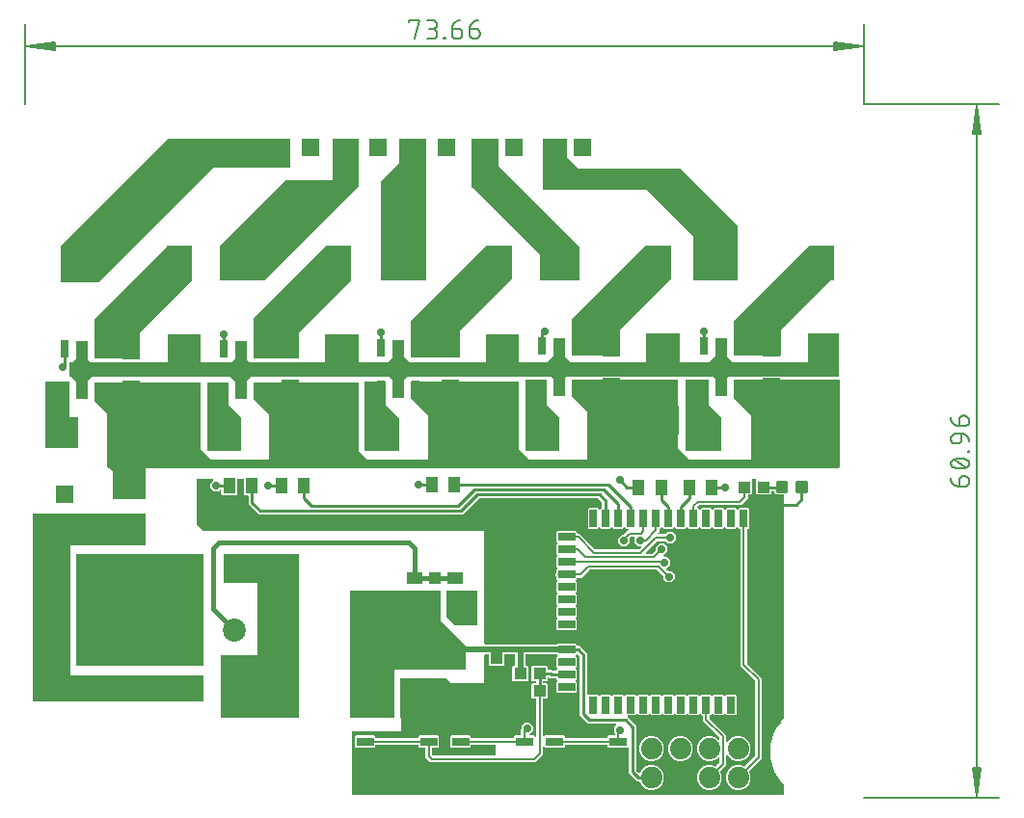
<source format=gbr>
G04 EAGLE Gerber RS-274X export*
G75*
%MOMM*%
%FSLAX34Y34*%
%LPD*%
%INTop Copper*%
%IPPOS*%
%AMOC8*
5,1,8,0,0,1.08239X$1,22.5*%
G01*
%ADD10C,0.130000*%
%ADD11C,0.152400*%
%ADD12R,0.700000X1.500000*%
%ADD13R,1.000000X5.200000*%
%ADD14R,2.200000X3.100000*%
%ADD15R,1.550000X2.350000*%
%ADD16R,1.800000X2.700000*%
%ADD17R,2.700000X2.550000*%
%ADD18R,1.524000X1.524000*%
%ADD19R,0.650000X1.500000*%
%ADD20R,1.500000X0.650000*%
%ADD21R,1.100000X1.400000*%
%ADD22R,1.100000X1.000000*%
%ADD23R,2.025000X2.025000*%
%ADD24C,2.025000*%
%ADD25R,1.400000X3.000000*%
%ADD26R,2.350000X1.550000*%
%ADD27R,3.000000X1.400000*%
%ADD28R,1.400000X1.100000*%
%ADD29R,1.000000X1.100000*%
%ADD30R,2.794000X2.286000*%
%ADD31C,0.300000*%
%ADD32R,1.524000X0.762000*%
%ADD33C,1.879600*%
%ADD34C,1.275000*%
%ADD35C,0.200000*%
%ADD36C,0.756400*%
%ADD37C,0.706400*%
%ADD38C,0.406400*%
%ADD39C,0.254000*%
%ADD40C,0.203200*%
%ADD41C,0.508000*%

G36*
X351329Y35587D02*
X351329Y35587D01*
X351329Y43815D01*
X351318Y43865D01*
X351316Y43916D01*
X351298Y43948D01*
X351290Y43984D01*
X351257Y44023D01*
X351233Y44068D01*
X351203Y44089D01*
X351180Y44117D01*
X351133Y44138D01*
X351091Y44168D01*
X351049Y44176D01*
X351021Y44188D01*
X350991Y44187D01*
X350949Y44195D01*
X346078Y44195D01*
X345185Y45088D01*
X345185Y46149D01*
X345174Y46199D01*
X345172Y46250D01*
X345154Y46282D01*
X345146Y46318D01*
X345113Y46357D01*
X345089Y46402D01*
X345059Y46423D01*
X345036Y46451D01*
X344989Y46472D01*
X344947Y46502D01*
X344905Y46510D01*
X344877Y46522D01*
X344847Y46521D01*
X344805Y46529D01*
X307975Y46529D01*
X307925Y46518D01*
X307874Y46516D01*
X307842Y46498D01*
X307806Y46490D01*
X307767Y46457D01*
X307722Y46433D01*
X307701Y46403D01*
X307673Y46380D01*
X307652Y46333D01*
X307622Y46291D01*
X307614Y46249D01*
X307602Y46221D01*
X307603Y46191D01*
X307595Y46149D01*
X307595Y45088D01*
X306702Y44195D01*
X290198Y44195D01*
X289305Y45088D01*
X289305Y53972D01*
X290198Y54865D01*
X306702Y54865D01*
X307595Y53972D01*
X307595Y52911D01*
X307606Y52861D01*
X307608Y52810D01*
X307626Y52778D01*
X307634Y52742D01*
X307667Y52703D01*
X307691Y52658D01*
X307721Y52637D01*
X307744Y52609D01*
X307791Y52588D01*
X307833Y52558D01*
X307875Y52550D01*
X307903Y52538D01*
X307933Y52539D01*
X307975Y52531D01*
X344805Y52531D01*
X344855Y52542D01*
X344906Y52544D01*
X344938Y52562D01*
X344974Y52570D01*
X345013Y52603D01*
X345058Y52627D01*
X345079Y52657D01*
X345107Y52680D01*
X345128Y52727D01*
X345158Y52769D01*
X345166Y52811D01*
X345178Y52839D01*
X345177Y52869D01*
X345178Y52871D01*
X345178Y52874D01*
X345185Y52911D01*
X345185Y53972D01*
X346078Y54865D01*
X362582Y54865D01*
X363475Y53972D01*
X363475Y45088D01*
X362582Y44195D01*
X357711Y44195D01*
X357661Y44184D01*
X357610Y44182D01*
X357578Y44164D01*
X357542Y44156D01*
X357503Y44123D01*
X357458Y44099D01*
X357437Y44069D01*
X357409Y44046D01*
X357388Y43999D01*
X357358Y43957D01*
X357350Y43915D01*
X357338Y43887D01*
X357339Y43857D01*
X357331Y43815D01*
X357331Y38230D01*
X357348Y38156D01*
X357361Y38082D01*
X357368Y38072D01*
X357370Y38062D01*
X357394Y38033D01*
X357442Y37962D01*
X358002Y37402D01*
X358066Y37362D01*
X358128Y37318D01*
X358140Y37316D01*
X358149Y37311D01*
X358186Y37307D01*
X358270Y37291D01*
X412750Y37291D01*
X412800Y37302D01*
X412851Y37304D01*
X412883Y37322D01*
X412919Y37330D01*
X412958Y37363D01*
X413003Y37387D01*
X413024Y37417D01*
X413052Y37440D01*
X413073Y37487D01*
X413103Y37529D01*
X413111Y37571D01*
X413123Y37599D01*
X413122Y37629D01*
X413130Y37671D01*
X413130Y46149D01*
X413119Y46199D01*
X413117Y46250D01*
X413099Y46282D01*
X413091Y46318D01*
X413058Y46357D01*
X413034Y46402D01*
X413004Y46423D01*
X412981Y46451D01*
X412934Y46472D01*
X412892Y46502D01*
X412850Y46510D01*
X412822Y46522D01*
X412792Y46521D01*
X412750Y46529D01*
X391795Y46529D01*
X391745Y46518D01*
X391694Y46516D01*
X391662Y46498D01*
X391626Y46490D01*
X391587Y46457D01*
X391542Y46433D01*
X391521Y46403D01*
X391493Y46380D01*
X391472Y46333D01*
X391442Y46291D01*
X391434Y46249D01*
X391422Y46221D01*
X391423Y46191D01*
X391415Y46149D01*
X391415Y45088D01*
X390522Y44195D01*
X374018Y44195D01*
X373125Y45088D01*
X373125Y53972D01*
X374018Y54865D01*
X390522Y54865D01*
X391415Y53972D01*
X391415Y52911D01*
X391426Y52861D01*
X391428Y52810D01*
X391446Y52778D01*
X391454Y52742D01*
X391487Y52703D01*
X391511Y52658D01*
X391541Y52637D01*
X391564Y52609D01*
X391611Y52588D01*
X391653Y52558D01*
X391695Y52550D01*
X391723Y52538D01*
X391753Y52539D01*
X391795Y52531D01*
X428244Y52531D01*
X428264Y52534D01*
X428283Y52532D01*
X428385Y52554D01*
X428487Y52570D01*
X428504Y52580D01*
X428524Y52584D01*
X428613Y52637D01*
X428704Y52686D01*
X428718Y52700D01*
X428735Y52710D01*
X428802Y52789D01*
X428874Y52864D01*
X428882Y52882D01*
X428895Y52897D01*
X428934Y52993D01*
X428977Y53087D01*
X428979Y53107D01*
X428987Y53125D01*
X429005Y53292D01*
X429005Y53972D01*
X429898Y54865D01*
X434388Y54865D01*
X434408Y54868D01*
X434427Y54866D01*
X434529Y54888D01*
X434631Y54904D01*
X434648Y54914D01*
X434668Y54918D01*
X434757Y54971D01*
X434848Y55020D01*
X434862Y55034D01*
X434879Y55044D01*
X434946Y55123D01*
X435018Y55198D01*
X435026Y55216D01*
X435039Y55231D01*
X435078Y55327D01*
X435121Y55421D01*
X435123Y55441D01*
X435131Y55459D01*
X435149Y55626D01*
X435149Y59663D01*
X435410Y59924D01*
X435463Y59998D01*
X435523Y60067D01*
X435535Y60098D01*
X435554Y60124D01*
X435581Y60211D01*
X435615Y60296D01*
X435619Y60336D01*
X435626Y60359D01*
X435625Y60391D01*
X435633Y60462D01*
X435633Y63055D01*
X438595Y66017D01*
X442785Y66017D01*
X445747Y63055D01*
X445747Y58865D01*
X443046Y56164D01*
X443004Y56106D01*
X442954Y56054D01*
X442932Y56007D01*
X442902Y55965D01*
X442881Y55896D01*
X442851Y55831D01*
X442845Y55779D01*
X442830Y55729D01*
X442832Y55658D01*
X442824Y55587D01*
X442835Y55536D01*
X442836Y55484D01*
X442861Y55416D01*
X442876Y55346D01*
X442903Y55301D01*
X442920Y55253D01*
X442965Y55197D01*
X443002Y55135D01*
X443042Y55101D01*
X443074Y55061D01*
X443134Y55022D01*
X443189Y54975D01*
X443237Y54956D01*
X443281Y54928D01*
X443351Y54910D01*
X443417Y54883D01*
X443488Y54875D01*
X443520Y54867D01*
X443543Y54869D01*
X443584Y54865D01*
X446402Y54865D01*
X447430Y53837D01*
X447488Y53795D01*
X447540Y53745D01*
X447587Y53723D01*
X447629Y53693D01*
X447698Y53672D01*
X447763Y53642D01*
X447815Y53636D01*
X447865Y53621D01*
X447936Y53623D01*
X448007Y53615D01*
X448058Y53626D01*
X448110Y53627D01*
X448178Y53652D01*
X448248Y53667D01*
X448293Y53694D01*
X448341Y53711D01*
X448397Y53756D01*
X448459Y53793D01*
X448493Y53833D01*
X448533Y53865D01*
X448572Y53925D01*
X448619Y53980D01*
X448638Y54028D01*
X448666Y54072D01*
X448684Y54142D01*
X448711Y54208D01*
X448719Y54279D01*
X448727Y54311D01*
X448725Y54334D01*
X448729Y54375D01*
X448729Y86694D01*
X448726Y86714D01*
X448728Y86733D01*
X448706Y86835D01*
X448690Y86937D01*
X448680Y86954D01*
X448676Y86974D01*
X448623Y87063D01*
X448574Y87154D01*
X448560Y87168D01*
X448550Y87185D01*
X448471Y87252D01*
X448396Y87324D01*
X448378Y87332D01*
X448363Y87345D01*
X448267Y87384D01*
X448173Y87427D01*
X448153Y87429D01*
X448135Y87437D01*
X447968Y87455D01*
X445598Y87455D01*
X444705Y88348D01*
X444705Y99612D01*
X445598Y100505D01*
X447698Y100505D01*
X447718Y100508D01*
X447737Y100506D01*
X447839Y100528D01*
X447941Y100544D01*
X447958Y100554D01*
X447978Y100558D01*
X448067Y100611D01*
X448158Y100660D01*
X448172Y100674D01*
X448189Y100684D01*
X448256Y100763D01*
X448328Y100838D01*
X448336Y100856D01*
X448349Y100871D01*
X448388Y100967D01*
X448431Y101061D01*
X448433Y101081D01*
X448441Y101099D01*
X448459Y101266D01*
X448459Y101934D01*
X448456Y101954D01*
X448458Y101973D01*
X448436Y102075D01*
X448420Y102177D01*
X448410Y102194D01*
X448406Y102214D01*
X448353Y102303D01*
X448304Y102394D01*
X448290Y102408D01*
X448280Y102425D01*
X448201Y102492D01*
X448126Y102564D01*
X448108Y102572D01*
X448093Y102585D01*
X447997Y102624D01*
X447903Y102667D01*
X447883Y102669D01*
X447865Y102677D01*
X447698Y102695D01*
X445598Y102695D01*
X444705Y103588D01*
X444705Y114852D01*
X445598Y115745D01*
X457862Y115745D01*
X458755Y114852D01*
X458755Y113252D01*
X458758Y113232D01*
X458756Y113213D01*
X458778Y113111D01*
X458794Y113009D01*
X458804Y112992D01*
X458808Y112972D01*
X458861Y112883D01*
X458910Y112792D01*
X458924Y112778D01*
X458934Y112761D01*
X459013Y112694D01*
X459088Y112622D01*
X459106Y112614D01*
X459121Y112601D01*
X459217Y112562D01*
X459311Y112519D01*
X459331Y112517D01*
X459349Y112509D01*
X459516Y112491D01*
X462365Y112491D01*
X462972Y111884D01*
X463046Y111831D01*
X463115Y111771D01*
X463145Y111759D01*
X463172Y111740D01*
X463259Y111713D01*
X463343Y111679D01*
X463384Y111675D01*
X463407Y111668D01*
X463439Y111669D01*
X463510Y111661D01*
X465654Y111661D01*
X465674Y111664D01*
X465693Y111662D01*
X465795Y111684D01*
X465897Y111700D01*
X465914Y111710D01*
X465934Y111714D01*
X466023Y111767D01*
X466114Y111816D01*
X466128Y111830D01*
X466145Y111840D01*
X466212Y111919D01*
X466284Y111994D01*
X466292Y112012D01*
X466305Y112027D01*
X466344Y112123D01*
X466387Y112217D01*
X466389Y112237D01*
X466395Y112252D01*
X467495Y113352D01*
X467507Y113368D01*
X467523Y113380D01*
X467564Y113445D01*
X467583Y113465D01*
X467595Y113491D01*
X467639Y113551D01*
X467645Y113570D01*
X467656Y113587D01*
X467674Y113660D01*
X467687Y113688D01*
X467690Y113718D01*
X467711Y113787D01*
X467711Y113806D01*
X467716Y113826D01*
X467710Y113897D01*
X467714Y113933D01*
X467707Y113967D01*
X467705Y114032D01*
X467698Y114051D01*
X467697Y114071D01*
X467671Y114131D01*
X467662Y114173D01*
X467640Y114209D01*
X467621Y114263D01*
X467608Y114279D01*
X467600Y114297D01*
X467550Y114360D01*
X467536Y114384D01*
X467520Y114398D01*
X467495Y114428D01*
X466415Y115508D01*
X466415Y123272D01*
X467495Y124352D01*
X467507Y124368D01*
X467523Y124380D01*
X467579Y124468D01*
X467639Y124551D01*
X467645Y124570D01*
X467656Y124587D01*
X467681Y124688D01*
X467711Y124787D01*
X467711Y124807D01*
X467716Y124826D01*
X467708Y124929D01*
X467705Y125032D01*
X467698Y125051D01*
X467697Y125071D01*
X467656Y125166D01*
X467621Y125263D01*
X467608Y125279D01*
X467600Y125297D01*
X467495Y125428D01*
X467297Y125626D01*
X467223Y125679D01*
X467154Y125739D01*
X467124Y125751D01*
X467098Y125770D01*
X467011Y125797D01*
X466926Y125831D01*
X466885Y125835D01*
X466863Y125842D01*
X466830Y125841D01*
X466759Y125849D01*
X440032Y125849D01*
X440012Y125846D01*
X439993Y125848D01*
X439891Y125826D01*
X439789Y125810D01*
X439772Y125800D01*
X439752Y125796D01*
X439663Y125743D01*
X439572Y125694D01*
X439558Y125680D01*
X439541Y125670D01*
X439474Y125591D01*
X439402Y125516D01*
X439394Y125498D01*
X439381Y125483D01*
X439342Y125387D01*
X439299Y125293D01*
X439297Y125273D01*
X439289Y125255D01*
X439271Y125088D01*
X439271Y116506D01*
X439274Y116486D01*
X439272Y116467D01*
X439294Y116365D01*
X439310Y116263D01*
X439320Y116246D01*
X439324Y116226D01*
X439377Y116137D01*
X439426Y116046D01*
X439440Y116032D01*
X439450Y116015D01*
X439529Y115948D01*
X439604Y115876D01*
X439622Y115868D01*
X439637Y115855D01*
X439733Y115816D01*
X439827Y115773D01*
X439847Y115771D01*
X439865Y115763D01*
X440032Y115745D01*
X440862Y115745D01*
X441755Y114852D01*
X441755Y103588D01*
X440862Y102695D01*
X428598Y102695D01*
X427705Y103588D01*
X427705Y114852D01*
X428598Y115745D01*
X429428Y115745D01*
X429448Y115748D01*
X429467Y115746D01*
X429569Y115768D01*
X429671Y115784D01*
X429688Y115794D01*
X429708Y115798D01*
X429797Y115851D01*
X429888Y115900D01*
X429902Y115914D01*
X429919Y115924D01*
X429986Y116003D01*
X430058Y116078D01*
X430066Y116096D01*
X430079Y116111D01*
X430118Y116207D01*
X430161Y116301D01*
X430163Y116321D01*
X430171Y116339D01*
X430189Y116506D01*
X430189Y125088D01*
X430186Y125108D01*
X430188Y125127D01*
X430166Y125229D01*
X430150Y125331D01*
X430140Y125348D01*
X430136Y125368D01*
X430083Y125457D01*
X430034Y125548D01*
X430020Y125562D01*
X430010Y125579D01*
X429931Y125646D01*
X429856Y125718D01*
X429838Y125726D01*
X429823Y125739D01*
X429727Y125778D01*
X429633Y125821D01*
X429613Y125823D01*
X429595Y125831D01*
X429428Y125849D01*
X421306Y125849D01*
X421286Y125846D01*
X421267Y125848D01*
X421165Y125826D01*
X421063Y125810D01*
X421046Y125800D01*
X421026Y125796D01*
X420937Y125743D01*
X420846Y125694D01*
X420832Y125680D01*
X420815Y125670D01*
X420748Y125591D01*
X420676Y125516D01*
X420668Y125498D01*
X420655Y125483D01*
X420616Y125387D01*
X420573Y125293D01*
X420571Y125273D01*
X420563Y125255D01*
X420545Y125088D01*
X420545Y116668D01*
X419652Y115775D01*
X408388Y115775D01*
X407495Y116668D01*
X407495Y125088D01*
X407492Y125108D01*
X407494Y125127D01*
X407472Y125229D01*
X407456Y125331D01*
X407446Y125348D01*
X407442Y125368D01*
X407389Y125457D01*
X407340Y125548D01*
X407326Y125562D01*
X407316Y125579D01*
X407237Y125646D01*
X407162Y125718D01*
X407144Y125726D01*
X407129Y125739D01*
X407033Y125778D01*
X406939Y125821D01*
X406919Y125823D01*
X406901Y125831D01*
X406734Y125849D01*
X403860Y125849D01*
X403840Y125846D01*
X403821Y125848D01*
X403719Y125826D01*
X403617Y125810D01*
X403600Y125800D01*
X403580Y125796D01*
X403491Y125743D01*
X403400Y125694D01*
X403386Y125680D01*
X403369Y125670D01*
X403302Y125591D01*
X403231Y125516D01*
X403222Y125498D01*
X403209Y125483D01*
X403170Y125387D01*
X403127Y125293D01*
X403125Y125273D01*
X403117Y125255D01*
X403099Y125088D01*
X403099Y101091D01*
X373695Y101091D01*
X370108Y104678D01*
X370034Y104731D01*
X369965Y104791D01*
X369935Y104803D01*
X369909Y104822D01*
X369822Y104849D01*
X369737Y104883D01*
X369696Y104887D01*
X369673Y104894D01*
X369641Y104893D01*
X369570Y104901D01*
X330200Y104901D01*
X330180Y104898D01*
X330161Y104900D01*
X330059Y104878D01*
X329957Y104862D01*
X329940Y104852D01*
X329920Y104848D01*
X329831Y104795D01*
X329740Y104746D01*
X329726Y104732D01*
X329709Y104722D01*
X329642Y104643D01*
X329571Y104568D01*
X329562Y104550D01*
X329549Y104535D01*
X329510Y104439D01*
X329467Y104345D01*
X329465Y104325D01*
X329457Y104307D01*
X329439Y104140D01*
X329439Y71120D01*
X329442Y71100D01*
X329440Y71081D01*
X329462Y70979D01*
X329479Y70877D01*
X329488Y70860D01*
X329492Y70840D01*
X329545Y70751D01*
X329594Y70660D01*
X329608Y70646D01*
X329618Y70629D01*
X329697Y70562D01*
X329772Y70491D01*
X329790Y70482D01*
X329805Y70469D01*
X329820Y70463D01*
X329820Y58800D01*
X287020Y58800D01*
X286970Y58789D01*
X286919Y58787D01*
X286887Y58769D01*
X286851Y58761D01*
X286812Y58728D01*
X286767Y58704D01*
X286746Y58674D01*
X286718Y58651D01*
X286697Y58604D01*
X286667Y58562D01*
X286659Y58520D01*
X286647Y58492D01*
X286648Y58462D01*
X286640Y58420D01*
X286640Y3131D01*
X286651Y3081D01*
X286653Y3030D01*
X286671Y2998D01*
X286679Y2962D01*
X286712Y2923D01*
X286736Y2878D01*
X286766Y2857D01*
X286789Y2829D01*
X286836Y2808D01*
X286878Y2778D01*
X286920Y2770D01*
X286948Y2758D01*
X286978Y2759D01*
X287020Y2751D01*
X665480Y2751D01*
X665500Y2754D01*
X665519Y2752D01*
X665621Y2774D01*
X665723Y2790D01*
X665740Y2800D01*
X665760Y2804D01*
X665849Y2857D01*
X665940Y2906D01*
X665954Y2920D01*
X665971Y2930D01*
X666038Y3009D01*
X666110Y3084D01*
X666118Y3102D01*
X666131Y3117D01*
X666170Y3213D01*
X666213Y3307D01*
X666215Y3327D01*
X666223Y3345D01*
X666241Y3512D01*
X666241Y11571D01*
X666240Y11581D01*
X666241Y11592D01*
X666220Y11703D01*
X666202Y11813D01*
X666197Y11823D01*
X666195Y11833D01*
X666139Y11932D01*
X666086Y12031D01*
X666079Y12038D01*
X666073Y12047D01*
X665955Y12166D01*
X664905Y13003D01*
X658082Y23010D01*
X654512Y34584D01*
X654512Y46696D01*
X658082Y58270D01*
X658864Y59416D01*
X658864Y59417D01*
X659902Y60939D01*
X661459Y63223D01*
X662497Y64745D01*
X663535Y66268D01*
X664054Y67029D01*
X664905Y68277D01*
X665955Y69114D01*
X665962Y69122D01*
X665971Y69128D01*
X666044Y69213D01*
X666120Y69297D01*
X666124Y69306D01*
X666131Y69315D01*
X666173Y69420D01*
X666218Y69522D01*
X666219Y69533D01*
X666223Y69543D01*
X666241Y69709D01*
X666241Y265764D01*
X666238Y265784D01*
X666240Y265803D01*
X666218Y265905D01*
X666202Y266007D01*
X666192Y266024D01*
X666188Y266044D01*
X666135Y266133D01*
X666086Y266224D01*
X666072Y266238D01*
X666062Y266255D01*
X665983Y266322D01*
X665908Y266394D01*
X665890Y266402D01*
X665875Y266415D01*
X665779Y266454D01*
X665685Y266497D01*
X665665Y266499D01*
X665647Y266507D01*
X665480Y266525D01*
X659577Y266525D01*
X657805Y268297D01*
X657805Y269018D01*
X657802Y269038D01*
X657804Y269057D01*
X657782Y269159D01*
X657766Y269261D01*
X657756Y269278D01*
X657752Y269298D01*
X657699Y269387D01*
X657650Y269478D01*
X657636Y269492D01*
X657626Y269509D01*
X657547Y269576D01*
X657472Y269648D01*
X657454Y269656D01*
X657439Y269669D01*
X657343Y269708D01*
X657249Y269751D01*
X657229Y269753D01*
X657211Y269761D01*
X657044Y269779D01*
X656366Y269779D01*
X656346Y269776D01*
X656327Y269778D01*
X656225Y269756D01*
X656123Y269740D01*
X656106Y269730D01*
X656086Y269726D01*
X655997Y269673D01*
X655906Y269624D01*
X655892Y269610D01*
X655875Y269600D01*
X655808Y269521D01*
X655736Y269446D01*
X655728Y269428D01*
X655715Y269413D01*
X655676Y269317D01*
X655633Y269223D01*
X655631Y269203D01*
X655623Y269185D01*
X655605Y269018D01*
X655605Y267418D01*
X654712Y266525D01*
X642448Y266525D01*
X641555Y267418D01*
X641555Y278682D01*
X641735Y278862D01*
X641777Y278920D01*
X641827Y278972D01*
X641849Y279019D01*
X641879Y279061D01*
X641900Y279130D01*
X641930Y279195D01*
X641936Y279247D01*
X641951Y279297D01*
X641949Y279368D01*
X641957Y279439D01*
X641946Y279490D01*
X641945Y279542D01*
X641920Y279610D01*
X641905Y279680D01*
X641878Y279724D01*
X641861Y279773D01*
X641816Y279829D01*
X641779Y279891D01*
X641739Y279925D01*
X641707Y279965D01*
X641647Y280004D01*
X641592Y280051D01*
X641544Y280070D01*
X641500Y280098D01*
X641430Y280116D01*
X641364Y280143D01*
X641293Y280151D01*
X641261Y280159D01*
X641238Y280157D01*
X641197Y280161D01*
X638963Y280161D01*
X638892Y280150D01*
X638820Y280148D01*
X638771Y280130D01*
X638720Y280122D01*
X638657Y280088D01*
X638589Y280063D01*
X638549Y280031D01*
X638503Y280006D01*
X638453Y279955D01*
X638397Y279910D01*
X638369Y279866D01*
X638333Y279828D01*
X638303Y279763D01*
X638264Y279703D01*
X638252Y279652D01*
X638230Y279605D01*
X638222Y279534D01*
X638204Y279464D01*
X638208Y279412D01*
X638203Y279361D01*
X638218Y279290D01*
X638223Y279219D01*
X638244Y279171D01*
X638255Y279120D01*
X638292Y279059D01*
X638320Y278993D01*
X638365Y278937D01*
X638381Y278909D01*
X638399Y278894D01*
X638425Y278862D01*
X638605Y278682D01*
X638605Y267418D01*
X637712Y266525D01*
X635358Y266525D01*
X635338Y266522D01*
X635319Y266524D01*
X635217Y266502D01*
X635115Y266486D01*
X635098Y266476D01*
X635078Y266472D01*
X634989Y266419D01*
X634898Y266370D01*
X634884Y266356D01*
X634867Y266346D01*
X634800Y266267D01*
X634728Y266192D01*
X634720Y266174D01*
X634707Y266159D01*
X634668Y266063D01*
X634625Y265969D01*
X634623Y265949D01*
X634615Y265931D01*
X634597Y265764D01*
X634597Y263300D01*
X628630Y257333D01*
X592115Y257333D01*
X592025Y257319D01*
X591934Y257311D01*
X591904Y257299D01*
X591872Y257294D01*
X591792Y257251D01*
X591708Y257215D01*
X591675Y257189D01*
X591655Y257178D01*
X591633Y257155D01*
X591577Y257110D01*
X590381Y255914D01*
X590339Y255856D01*
X590289Y255804D01*
X590267Y255757D01*
X590237Y255715D01*
X590216Y255646D01*
X590186Y255581D01*
X590180Y255529D01*
X590165Y255479D01*
X590167Y255408D01*
X590159Y255337D01*
X590170Y255286D01*
X590171Y255234D01*
X590196Y255166D01*
X590211Y255096D01*
X590238Y255051D01*
X590255Y255003D01*
X590300Y254947D01*
X590337Y254885D01*
X590377Y254851D01*
X590409Y254811D01*
X590469Y254772D01*
X590524Y254725D01*
X590572Y254706D01*
X590616Y254678D01*
X590686Y254660D01*
X590752Y254633D01*
X590809Y254627D01*
X591902Y253535D01*
X591918Y253523D01*
X591930Y253507D01*
X592018Y253451D01*
X592101Y253391D01*
X592120Y253385D01*
X592137Y253374D01*
X592238Y253349D01*
X592337Y253319D01*
X592356Y253319D01*
X592376Y253314D01*
X592479Y253322D01*
X592582Y253325D01*
X592601Y253332D01*
X592621Y253333D01*
X592716Y253374D01*
X592813Y253409D01*
X592829Y253422D01*
X592847Y253430D01*
X592978Y253535D01*
X594058Y254615D01*
X601822Y254615D01*
X602902Y253535D01*
X602918Y253523D01*
X602930Y253507D01*
X603018Y253451D01*
X603101Y253391D01*
X603120Y253385D01*
X603137Y253374D01*
X603238Y253349D01*
X603337Y253319D01*
X603356Y253319D01*
X603376Y253314D01*
X603479Y253322D01*
X603582Y253325D01*
X603601Y253332D01*
X603621Y253333D01*
X603716Y253374D01*
X603813Y253409D01*
X603829Y253422D01*
X603847Y253430D01*
X603978Y253535D01*
X605058Y254615D01*
X612822Y254615D01*
X613902Y253535D01*
X613918Y253523D01*
X613930Y253507D01*
X614018Y253451D01*
X614101Y253391D01*
X614120Y253385D01*
X614137Y253374D01*
X614238Y253349D01*
X614337Y253319D01*
X614356Y253319D01*
X614376Y253314D01*
X614479Y253322D01*
X614582Y253325D01*
X614601Y253332D01*
X614621Y253333D01*
X614716Y253374D01*
X614813Y253409D01*
X614829Y253422D01*
X614847Y253430D01*
X614978Y253535D01*
X616058Y254615D01*
X623822Y254615D01*
X624902Y253535D01*
X624918Y253523D01*
X624930Y253507D01*
X625018Y253451D01*
X625101Y253391D01*
X625120Y253385D01*
X625137Y253374D01*
X625238Y253349D01*
X625337Y253319D01*
X625356Y253319D01*
X625376Y253314D01*
X625479Y253322D01*
X625582Y253325D01*
X625601Y253332D01*
X625621Y253333D01*
X625716Y253374D01*
X625813Y253409D01*
X625829Y253422D01*
X625847Y253430D01*
X625978Y253535D01*
X627058Y254615D01*
X634822Y254615D01*
X635715Y253722D01*
X635715Y237458D01*
X634822Y236565D01*
X634702Y236565D01*
X634682Y236562D01*
X634663Y236564D01*
X634561Y236542D01*
X634459Y236526D01*
X634442Y236516D01*
X634422Y236512D01*
X634333Y236459D01*
X634242Y236410D01*
X634228Y236396D01*
X634211Y236386D01*
X634144Y236307D01*
X634072Y236232D01*
X634064Y236214D01*
X634051Y236199D01*
X634012Y236103D01*
X633969Y236009D01*
X633967Y235989D01*
X633959Y235971D01*
X633941Y235804D01*
X633941Y118648D01*
X633955Y118558D01*
X633963Y118467D01*
X633975Y118437D01*
X633980Y118406D01*
X634023Y118325D01*
X634059Y118241D01*
X634085Y118209D01*
X634096Y118188D01*
X634119Y118166D01*
X634164Y118110D01*
X646891Y105383D01*
X646891Y34317D01*
X636073Y23499D01*
X636005Y23404D01*
X635935Y23310D01*
X635933Y23304D01*
X635929Y23299D01*
X635895Y23188D01*
X635858Y23076D01*
X635858Y23070D01*
X635857Y23064D01*
X635860Y22947D01*
X635861Y22830D01*
X635863Y22823D01*
X635863Y22818D01*
X635869Y22801D01*
X635907Y22669D01*
X637033Y19953D01*
X637033Y15607D01*
X635370Y11593D01*
X632297Y8520D01*
X628283Y6857D01*
X623937Y6857D01*
X619923Y8520D01*
X616850Y11593D01*
X615187Y15607D01*
X615187Y19953D01*
X616850Y23967D01*
X619923Y27040D01*
X623937Y28703D01*
X628283Y28703D01*
X630999Y27577D01*
X631113Y27551D01*
X631226Y27522D01*
X631233Y27523D01*
X631239Y27521D01*
X631355Y27532D01*
X631472Y27541D01*
X631477Y27544D01*
X631484Y27544D01*
X631591Y27592D01*
X631698Y27638D01*
X631704Y27642D01*
X631708Y27644D01*
X631722Y27657D01*
X631829Y27743D01*
X640666Y36580D01*
X640719Y36654D01*
X640779Y36723D01*
X640791Y36754D01*
X640810Y36780D01*
X640837Y36867D01*
X640871Y36952D01*
X640875Y36992D01*
X640882Y37015D01*
X640881Y37047D01*
X640889Y37118D01*
X640889Y102582D01*
X640875Y102672D01*
X640867Y102763D01*
X640855Y102793D01*
X640850Y102824D01*
X640807Y102905D01*
X640771Y102989D01*
X640745Y103021D01*
X640734Y103042D01*
X640711Y103064D01*
X640666Y103120D01*
X627939Y115847D01*
X627939Y235804D01*
X627936Y235824D01*
X627938Y235843D01*
X627916Y235945D01*
X627900Y236047D01*
X627890Y236064D01*
X627886Y236084D01*
X627833Y236173D01*
X627784Y236264D01*
X627770Y236278D01*
X627760Y236295D01*
X627681Y236362D01*
X627606Y236434D01*
X627588Y236442D01*
X627573Y236455D01*
X627477Y236494D01*
X627383Y236537D01*
X627363Y236539D01*
X627345Y236547D01*
X627178Y236565D01*
X627058Y236565D01*
X625978Y237645D01*
X625962Y237657D01*
X625950Y237673D01*
X625862Y237729D01*
X625779Y237789D01*
X625760Y237795D01*
X625743Y237806D01*
X625642Y237831D01*
X625543Y237861D01*
X625524Y237861D01*
X625504Y237866D01*
X625401Y237858D01*
X625298Y237855D01*
X625279Y237848D01*
X625259Y237847D01*
X625164Y237806D01*
X625067Y237771D01*
X625051Y237758D01*
X625033Y237750D01*
X624902Y237645D01*
X623822Y236565D01*
X616058Y236565D01*
X614978Y237645D01*
X614962Y237657D01*
X614950Y237673D01*
X614862Y237729D01*
X614779Y237789D01*
X614760Y237795D01*
X614743Y237806D01*
X614642Y237831D01*
X614543Y237861D01*
X614524Y237861D01*
X614504Y237866D01*
X614401Y237858D01*
X614298Y237855D01*
X614279Y237848D01*
X614259Y237847D01*
X614164Y237806D01*
X614067Y237771D01*
X614051Y237758D01*
X614033Y237750D01*
X613902Y237645D01*
X612822Y236565D01*
X605058Y236565D01*
X603978Y237645D01*
X603962Y237657D01*
X603950Y237673D01*
X603862Y237729D01*
X603779Y237789D01*
X603760Y237795D01*
X603743Y237806D01*
X603642Y237831D01*
X603543Y237861D01*
X603524Y237861D01*
X603504Y237866D01*
X603401Y237858D01*
X603298Y237855D01*
X603279Y237848D01*
X603259Y237847D01*
X603164Y237806D01*
X603067Y237771D01*
X603051Y237758D01*
X603033Y237750D01*
X602902Y237645D01*
X601822Y236565D01*
X594058Y236565D01*
X592978Y237645D01*
X592962Y237657D01*
X592950Y237673D01*
X592862Y237729D01*
X592779Y237789D01*
X592760Y237795D01*
X592743Y237806D01*
X592642Y237831D01*
X592543Y237861D01*
X592524Y237861D01*
X592504Y237866D01*
X592401Y237858D01*
X592298Y237855D01*
X592279Y237848D01*
X592259Y237847D01*
X592164Y237806D01*
X592067Y237771D01*
X592051Y237758D01*
X592033Y237750D01*
X591902Y237645D01*
X590822Y236565D01*
X583058Y236565D01*
X581978Y237645D01*
X581962Y237657D01*
X581950Y237673D01*
X581862Y237729D01*
X581779Y237789D01*
X581760Y237795D01*
X581743Y237806D01*
X581642Y237831D01*
X581543Y237861D01*
X581524Y237861D01*
X581504Y237866D01*
X581401Y237858D01*
X581298Y237855D01*
X581279Y237848D01*
X581259Y237847D01*
X581164Y237806D01*
X581067Y237771D01*
X581051Y237758D01*
X581033Y237750D01*
X580902Y237645D01*
X579822Y236565D01*
X572058Y236565D01*
X570978Y237645D01*
X570962Y237657D01*
X570950Y237673D01*
X570862Y237729D01*
X570779Y237789D01*
X570760Y237795D01*
X570743Y237806D01*
X570642Y237831D01*
X570543Y237861D01*
X570524Y237861D01*
X570504Y237866D01*
X570401Y237858D01*
X570298Y237855D01*
X570279Y237848D01*
X570259Y237847D01*
X570164Y237806D01*
X570067Y237771D01*
X570051Y237758D01*
X570033Y237750D01*
X569902Y237645D01*
X568822Y236565D01*
X561058Y236565D01*
X559978Y237645D01*
X559962Y237657D01*
X559950Y237673D01*
X559862Y237729D01*
X559779Y237789D01*
X559760Y237795D01*
X559743Y237806D01*
X559642Y237831D01*
X559543Y237861D01*
X559524Y237861D01*
X559504Y237866D01*
X559401Y237858D01*
X559298Y237855D01*
X559279Y237848D01*
X559259Y237847D01*
X559164Y237806D01*
X559067Y237771D01*
X559051Y237758D01*
X559033Y237750D01*
X558902Y237645D01*
X557822Y236565D01*
X557702Y236565D01*
X557682Y236562D01*
X557663Y236564D01*
X557561Y236542D01*
X557459Y236526D01*
X557442Y236516D01*
X557422Y236512D01*
X557333Y236459D01*
X557242Y236410D01*
X557228Y236396D01*
X557211Y236386D01*
X557144Y236307D01*
X557072Y236232D01*
X557064Y236214D01*
X557051Y236199D01*
X557012Y236103D01*
X556969Y236009D01*
X556967Y235989D01*
X556959Y235971D01*
X556941Y235804D01*
X556941Y233927D01*
X555914Y232900D01*
X555872Y232842D01*
X555823Y232790D01*
X555801Y232743D01*
X555770Y232701D01*
X555749Y232632D01*
X555719Y232567D01*
X555713Y232515D01*
X555698Y232465D01*
X555700Y232394D01*
X555692Y232323D01*
X555703Y232272D01*
X555704Y232220D01*
X555729Y232152D01*
X555744Y232082D01*
X555771Y232037D01*
X555789Y231989D01*
X555834Y231933D01*
X555870Y231871D01*
X555910Y231837D01*
X555943Y231797D01*
X556003Y231758D01*
X556057Y231711D01*
X556106Y231692D01*
X556149Y231664D01*
X556219Y231646D01*
X556285Y231619D01*
X556357Y231611D01*
X556388Y231603D01*
X556411Y231605D01*
X556452Y231601D01*
X561954Y231601D01*
X562044Y231615D01*
X562135Y231623D01*
X562165Y231635D01*
X562197Y231640D01*
X562278Y231683D01*
X562361Y231719D01*
X562394Y231745D01*
X562414Y231756D01*
X562436Y231779D01*
X562492Y231824D01*
X564325Y233657D01*
X568515Y233657D01*
X571477Y230695D01*
X571477Y226505D01*
X568515Y223543D01*
X564325Y223543D01*
X562492Y225376D01*
X562418Y225429D01*
X562349Y225489D01*
X562319Y225501D01*
X562293Y225520D01*
X562206Y225547D01*
X562121Y225581D01*
X562080Y225585D01*
X562058Y225592D01*
X562025Y225591D01*
X561954Y225599D01*
X555278Y225599D01*
X555188Y225585D01*
X555097Y225577D01*
X555067Y225565D01*
X555036Y225560D01*
X554955Y225517D01*
X554871Y225481D01*
X554839Y225455D01*
X554818Y225444D01*
X554796Y225421D01*
X554740Y225376D01*
X545054Y215690D01*
X545012Y215632D01*
X544963Y215580D01*
X544941Y215533D01*
X544910Y215491D01*
X544889Y215422D01*
X544859Y215357D01*
X544853Y215305D01*
X544838Y215255D01*
X544840Y215184D01*
X544832Y215113D01*
X544843Y215062D01*
X544844Y215010D01*
X544869Y214942D01*
X544884Y214872D01*
X544911Y214827D01*
X544929Y214779D01*
X544974Y214723D01*
X545010Y214661D01*
X545050Y214627D01*
X545083Y214587D01*
X545143Y214548D01*
X545197Y214501D01*
X545246Y214482D01*
X545289Y214454D01*
X545359Y214436D01*
X545425Y214409D01*
X545497Y214401D01*
X545528Y214393D01*
X545551Y214395D01*
X545592Y214391D01*
X550192Y214391D01*
X550282Y214405D01*
X550373Y214413D01*
X550403Y214425D01*
X550434Y214430D01*
X550515Y214473D01*
X550599Y214509D01*
X550631Y214535D01*
X550652Y214546D01*
X550674Y214569D01*
X550730Y214614D01*
X553520Y217404D01*
X553573Y217478D01*
X553633Y217547D01*
X553645Y217578D01*
X553664Y217604D01*
X553691Y217691D01*
X553725Y217776D01*
X553729Y217816D01*
X553736Y217839D01*
X553735Y217871D01*
X553743Y217942D01*
X553743Y220535D01*
X556705Y223497D01*
X560895Y223497D01*
X563857Y220535D01*
X563857Y216345D01*
X560878Y213366D01*
X560836Y213308D01*
X560786Y213256D01*
X560764Y213209D01*
X560734Y213167D01*
X560713Y213098D01*
X560683Y213033D01*
X560677Y212981D01*
X560662Y212931D01*
X560664Y212860D01*
X560656Y212789D01*
X560667Y212738D01*
X560668Y212686D01*
X560693Y212618D01*
X560708Y212548D01*
X560735Y212503D01*
X560752Y212455D01*
X560797Y212399D01*
X560834Y212337D01*
X560874Y212303D01*
X560906Y212263D01*
X560966Y212224D01*
X561021Y212177D01*
X561069Y212158D01*
X561113Y212130D01*
X561183Y212112D01*
X561249Y212085D01*
X561320Y212077D01*
X561352Y212069D01*
X561375Y212071D01*
X561416Y212067D01*
X563435Y212067D01*
X566397Y209105D01*
X566397Y204915D01*
X563407Y201926D01*
X563397Y201922D01*
X563345Y201914D01*
X563282Y201880D01*
X563215Y201855D01*
X563174Y201823D01*
X563128Y201798D01*
X563079Y201746D01*
X563023Y201702D01*
X562995Y201658D01*
X562959Y201620D01*
X562928Y201555D01*
X562890Y201495D01*
X562877Y201444D01*
X562855Y201397D01*
X562847Y201326D01*
X562830Y201256D01*
X562834Y201204D01*
X562828Y201153D01*
X562843Y201082D01*
X562849Y201011D01*
X562869Y200963D01*
X562880Y200912D01*
X562917Y200851D01*
X562945Y200785D01*
X562990Y200729D01*
X563006Y200701D01*
X563024Y200686D01*
X563050Y200654D01*
X564114Y199590D01*
X564188Y199537D01*
X564257Y199477D01*
X564287Y199465D01*
X564314Y199446D01*
X564401Y199419D01*
X564486Y199385D01*
X564527Y199381D01*
X564549Y199374D01*
X564581Y199375D01*
X564652Y199367D01*
X567245Y199367D01*
X570207Y196405D01*
X570207Y192215D01*
X567245Y189253D01*
X563055Y189253D01*
X560093Y192215D01*
X560093Y194808D01*
X560079Y194898D01*
X560071Y194989D01*
X560059Y195019D01*
X560054Y195050D01*
X560011Y195131D01*
X559975Y195215D01*
X559949Y195247D01*
X559938Y195268D01*
X559915Y195290D01*
X559870Y195346D01*
X555050Y200166D01*
X554976Y200219D01*
X554907Y200279D01*
X554876Y200291D01*
X554850Y200310D01*
X554763Y200337D01*
X554678Y200371D01*
X554638Y200375D01*
X554615Y200382D01*
X554583Y200381D01*
X554512Y200389D01*
X495778Y200389D01*
X495688Y200375D01*
X495597Y200367D01*
X495567Y200355D01*
X495536Y200350D01*
X495455Y200307D01*
X495371Y200271D01*
X495339Y200245D01*
X495318Y200234D01*
X495296Y200211D01*
X495240Y200166D01*
X488463Y193389D01*
X485226Y193389D01*
X485206Y193386D01*
X485187Y193388D01*
X485085Y193366D01*
X484983Y193350D01*
X484966Y193340D01*
X484946Y193336D01*
X484857Y193283D01*
X484766Y193234D01*
X484752Y193220D01*
X484735Y193210D01*
X484668Y193131D01*
X484596Y193056D01*
X484588Y193038D01*
X484575Y193023D01*
X484536Y192927D01*
X484493Y192833D01*
X484491Y192813D01*
X484483Y192795D01*
X484465Y192628D01*
X484465Y192508D01*
X483385Y191428D01*
X483373Y191412D01*
X483357Y191400D01*
X483301Y191312D01*
X483241Y191229D01*
X483235Y191210D01*
X483224Y191193D01*
X483199Y191092D01*
X483169Y190993D01*
X483169Y190974D01*
X483164Y190954D01*
X483172Y190851D01*
X483175Y190748D01*
X483182Y190729D01*
X483183Y190709D01*
X483224Y190614D01*
X483259Y190517D01*
X483272Y190501D01*
X483280Y190483D01*
X483385Y190352D01*
X484465Y189272D01*
X484465Y181508D01*
X483385Y180428D01*
X483373Y180412D01*
X483357Y180400D01*
X483301Y180312D01*
X483241Y180229D01*
X483235Y180210D01*
X483224Y180193D01*
X483199Y180092D01*
X483169Y179993D01*
X483169Y179974D01*
X483164Y179954D01*
X483172Y179851D01*
X483175Y179748D01*
X483182Y179729D01*
X483183Y179709D01*
X483224Y179614D01*
X483259Y179517D01*
X483272Y179501D01*
X483280Y179483D01*
X483385Y179352D01*
X484465Y178272D01*
X484465Y170508D01*
X483385Y169428D01*
X483373Y169412D01*
X483357Y169400D01*
X483301Y169312D01*
X483241Y169229D01*
X483235Y169210D01*
X483224Y169193D01*
X483199Y169092D01*
X483169Y168993D01*
X483169Y168974D01*
X483164Y168954D01*
X483172Y168851D01*
X483175Y168748D01*
X483182Y168729D01*
X483183Y168709D01*
X483224Y168614D01*
X483259Y168517D01*
X483272Y168501D01*
X483280Y168483D01*
X483385Y168352D01*
X484465Y167272D01*
X484465Y159508D01*
X483385Y158428D01*
X483373Y158412D01*
X483357Y158400D01*
X483301Y158312D01*
X483241Y158229D01*
X483235Y158210D01*
X483224Y158193D01*
X483199Y158092D01*
X483169Y157993D01*
X483169Y157974D01*
X483164Y157954D01*
X483172Y157851D01*
X483175Y157748D01*
X483182Y157729D01*
X483183Y157709D01*
X483224Y157614D01*
X483259Y157517D01*
X483272Y157501D01*
X483280Y157483D01*
X483385Y157352D01*
X484465Y156272D01*
X484465Y148508D01*
X483572Y147615D01*
X467308Y147615D01*
X466415Y148508D01*
X466415Y156272D01*
X467495Y157352D01*
X467507Y157368D01*
X467523Y157380D01*
X467579Y157468D01*
X467639Y157551D01*
X467645Y157570D01*
X467656Y157587D01*
X467681Y157688D01*
X467711Y157787D01*
X467711Y157806D01*
X467716Y157826D01*
X467708Y157929D01*
X467705Y158032D01*
X467698Y158051D01*
X467697Y158071D01*
X467656Y158166D01*
X467621Y158263D01*
X467608Y158279D01*
X467600Y158297D01*
X467495Y158428D01*
X466415Y159508D01*
X466415Y167272D01*
X467495Y168352D01*
X467507Y168368D01*
X467523Y168380D01*
X467579Y168468D01*
X467639Y168551D01*
X467645Y168570D01*
X467656Y168587D01*
X467681Y168688D01*
X467711Y168787D01*
X467711Y168806D01*
X467716Y168826D01*
X467708Y168929D01*
X467705Y169032D01*
X467698Y169051D01*
X467697Y169071D01*
X467656Y169166D01*
X467621Y169263D01*
X467608Y169279D01*
X467600Y169297D01*
X467495Y169428D01*
X466415Y170508D01*
X466415Y178272D01*
X467495Y179352D01*
X467507Y179368D01*
X467523Y179380D01*
X467579Y179468D01*
X467639Y179551D01*
X467645Y179570D01*
X467656Y179587D01*
X467681Y179688D01*
X467711Y179787D01*
X467711Y179806D01*
X467716Y179826D01*
X467708Y179929D01*
X467705Y180032D01*
X467698Y180051D01*
X467697Y180071D01*
X467656Y180166D01*
X467621Y180263D01*
X467608Y180279D01*
X467600Y180297D01*
X467495Y180428D01*
X466415Y181508D01*
X466415Y189272D01*
X467495Y190352D01*
X467507Y190368D01*
X467523Y190380D01*
X467579Y190468D01*
X467639Y190551D01*
X467645Y190570D01*
X467656Y190587D01*
X467681Y190688D01*
X467711Y190787D01*
X467711Y190806D01*
X467716Y190826D01*
X467708Y190929D01*
X467705Y191032D01*
X467698Y191051D01*
X467697Y191071D01*
X467656Y191166D01*
X467621Y191263D01*
X467608Y191279D01*
X467600Y191297D01*
X467495Y191428D01*
X466415Y192508D01*
X466415Y193966D01*
X466401Y194056D01*
X466393Y194147D01*
X466381Y194177D01*
X466376Y194208D01*
X466333Y194289D01*
X466297Y194373D01*
X466271Y194405D01*
X466260Y194426D01*
X466237Y194448D01*
X466192Y194504D01*
X465549Y195147D01*
X465549Y197633D01*
X466192Y198276D01*
X466245Y198350D01*
X466305Y198419D01*
X466317Y198450D01*
X466336Y198476D01*
X466363Y198563D01*
X466397Y198648D01*
X466401Y198688D01*
X466408Y198711D01*
X466407Y198743D01*
X466415Y198814D01*
X466415Y200272D01*
X467495Y201352D01*
X467507Y201368D01*
X467523Y201380D01*
X467579Y201468D01*
X467639Y201551D01*
X467645Y201570D01*
X467656Y201587D01*
X467681Y201688D01*
X467711Y201787D01*
X467711Y201806D01*
X467716Y201826D01*
X467708Y201929D01*
X467705Y202032D01*
X467698Y202051D01*
X467697Y202071D01*
X467656Y202166D01*
X467621Y202263D01*
X467608Y202279D01*
X467600Y202297D01*
X467495Y202428D01*
X466415Y203508D01*
X466415Y211272D01*
X467495Y212352D01*
X467507Y212368D01*
X467523Y212380D01*
X467579Y212468D01*
X467639Y212551D01*
X467645Y212570D01*
X467656Y212587D01*
X467681Y212688D01*
X467711Y212787D01*
X467711Y212806D01*
X467716Y212826D01*
X467708Y212929D01*
X467705Y213032D01*
X467698Y213051D01*
X467697Y213071D01*
X467656Y213166D01*
X467621Y213263D01*
X467608Y213279D01*
X467600Y213297D01*
X467495Y213428D01*
X466415Y214508D01*
X466415Y222272D01*
X467495Y223352D01*
X467507Y223368D01*
X467523Y223380D01*
X467579Y223468D01*
X467639Y223551D01*
X467645Y223570D01*
X467656Y223587D01*
X467681Y223688D01*
X467711Y223787D01*
X467711Y223806D01*
X467716Y223826D01*
X467708Y223929D01*
X467705Y224032D01*
X467698Y224051D01*
X467697Y224071D01*
X467656Y224166D01*
X467621Y224263D01*
X467608Y224279D01*
X467600Y224297D01*
X467495Y224428D01*
X466415Y225508D01*
X466415Y233272D01*
X467308Y234165D01*
X483572Y234165D01*
X484465Y233272D01*
X484465Y233152D01*
X484468Y233132D01*
X484466Y233113D01*
X484488Y233011D01*
X484504Y232909D01*
X484514Y232892D01*
X484518Y232872D01*
X484571Y232783D01*
X484620Y232692D01*
X484634Y232678D01*
X484644Y232661D01*
X484723Y232594D01*
X484798Y232522D01*
X484816Y232514D01*
X484831Y232501D01*
X484927Y232462D01*
X485021Y232419D01*
X485041Y232417D01*
X485059Y232409D01*
X485226Y232391D01*
X486863Y232391D01*
X500640Y218614D01*
X500714Y218561D01*
X500783Y218501D01*
X500814Y218489D01*
X500840Y218470D01*
X500927Y218443D01*
X501012Y218409D01*
X501052Y218405D01*
X501075Y218398D01*
X501107Y218399D01*
X501178Y218391D01*
X538952Y218391D01*
X539042Y218405D01*
X539133Y218413D01*
X539163Y218425D01*
X539194Y218430D01*
X539275Y218473D01*
X539359Y218509D01*
X539391Y218535D01*
X539412Y218546D01*
X539434Y218569D01*
X539490Y218614D01*
X540580Y219704D01*
X540622Y219762D01*
X540671Y219814D01*
X540693Y219861D01*
X540724Y219903D01*
X540745Y219972D01*
X540775Y220037D01*
X540781Y220089D01*
X540796Y220139D01*
X540794Y220210D01*
X540802Y220281D01*
X540791Y220332D01*
X540790Y220384D01*
X540765Y220452D01*
X540750Y220522D01*
X540723Y220567D01*
X540705Y220615D01*
X540660Y220671D01*
X540624Y220733D01*
X540584Y220767D01*
X540551Y220807D01*
X540491Y220846D01*
X540437Y220893D01*
X540388Y220912D01*
X540345Y220940D01*
X540275Y220958D01*
X540209Y220985D01*
X540137Y220993D01*
X540106Y221001D01*
X540083Y220999D01*
X540042Y221003D01*
X537655Y221003D01*
X534693Y223965D01*
X534693Y228171D01*
X534740Y228220D01*
X534762Y228267D01*
X534792Y228309D01*
X534813Y228378D01*
X534843Y228443D01*
X534849Y228495D01*
X534864Y228544D01*
X534862Y228616D01*
X534870Y228687D01*
X534859Y228738D01*
X534858Y228790D01*
X534833Y228858D01*
X534818Y228928D01*
X534791Y228973D01*
X534774Y229021D01*
X534729Y229077D01*
X534692Y229139D01*
X534652Y229173D01*
X534620Y229213D01*
X534559Y229252D01*
X534505Y229299D01*
X534457Y229318D01*
X534413Y229346D01*
X534343Y229364D01*
X534277Y229391D01*
X534206Y229399D01*
X534174Y229407D01*
X534151Y229405D01*
X534110Y229409D01*
X532418Y229409D01*
X532328Y229395D01*
X532237Y229387D01*
X532207Y229375D01*
X532176Y229370D01*
X532095Y229327D01*
X532011Y229291D01*
X531979Y229265D01*
X531958Y229254D01*
X531936Y229231D01*
X531880Y229186D01*
X531060Y228366D01*
X531007Y228292D01*
X530947Y228223D01*
X530935Y228192D01*
X530916Y228166D01*
X530889Y228079D01*
X530855Y227994D01*
X530851Y227954D01*
X530844Y227931D01*
X530845Y227899D01*
X530837Y227828D01*
X530837Y223965D01*
X527875Y221003D01*
X523685Y221003D01*
X520723Y223965D01*
X520723Y228155D01*
X523685Y231117D01*
X525008Y231117D01*
X525098Y231131D01*
X525189Y231139D01*
X525219Y231151D01*
X525250Y231156D01*
X525331Y231199D01*
X525415Y231235D01*
X525447Y231261D01*
X525468Y231272D01*
X525476Y231280D01*
X525477Y231281D01*
X525492Y231297D01*
X525546Y231340D01*
X529472Y235266D01*
X529514Y235324D01*
X529563Y235376D01*
X529585Y235423D01*
X529616Y235465D01*
X529637Y235534D01*
X529667Y235599D01*
X529673Y235651D01*
X529688Y235701D01*
X529686Y235772D01*
X529694Y235843D01*
X529683Y235894D01*
X529682Y235946D01*
X529657Y236014D01*
X529642Y236084D01*
X529615Y236129D01*
X529597Y236177D01*
X529552Y236233D01*
X529516Y236295D01*
X529476Y236329D01*
X529443Y236369D01*
X529383Y236408D01*
X529329Y236455D01*
X529280Y236474D01*
X529237Y236502D01*
X529167Y236520D01*
X529101Y236547D01*
X529029Y236555D01*
X528998Y236563D01*
X528975Y236561D01*
X528934Y236565D01*
X528058Y236565D01*
X526978Y237645D01*
X526962Y237657D01*
X526950Y237673D01*
X526862Y237729D01*
X526779Y237789D01*
X526760Y237795D01*
X526743Y237806D01*
X526642Y237831D01*
X526543Y237861D01*
X526524Y237861D01*
X526504Y237866D01*
X526401Y237858D01*
X526298Y237855D01*
X526279Y237848D01*
X526259Y237847D01*
X526164Y237806D01*
X526067Y237771D01*
X526051Y237758D01*
X526033Y237750D01*
X525902Y237645D01*
X524822Y236565D01*
X517058Y236565D01*
X515978Y237645D01*
X515962Y237657D01*
X515950Y237673D01*
X515862Y237729D01*
X515779Y237789D01*
X515760Y237795D01*
X515743Y237806D01*
X515642Y237831D01*
X515543Y237861D01*
X515524Y237861D01*
X515504Y237866D01*
X515401Y237858D01*
X515298Y237855D01*
X515279Y237848D01*
X515259Y237847D01*
X515164Y237806D01*
X515067Y237771D01*
X515051Y237758D01*
X515033Y237750D01*
X514902Y237645D01*
X513822Y236565D01*
X506058Y236565D01*
X504978Y237645D01*
X504962Y237657D01*
X504950Y237673D01*
X504862Y237729D01*
X504779Y237789D01*
X504760Y237795D01*
X504743Y237806D01*
X504642Y237831D01*
X504543Y237861D01*
X504524Y237861D01*
X504504Y237866D01*
X504401Y237858D01*
X504298Y237855D01*
X504279Y237848D01*
X504259Y237847D01*
X504164Y237806D01*
X504067Y237771D01*
X504051Y237758D01*
X504033Y237750D01*
X503902Y237645D01*
X502822Y236565D01*
X495058Y236565D01*
X494165Y237458D01*
X494165Y253722D01*
X495058Y254615D01*
X502822Y254615D01*
X503902Y253535D01*
X503918Y253523D01*
X503930Y253507D01*
X504018Y253451D01*
X504101Y253391D01*
X504120Y253385D01*
X504137Y253374D01*
X504238Y253349D01*
X504337Y253319D01*
X504356Y253319D01*
X504376Y253314D01*
X504479Y253322D01*
X504582Y253325D01*
X504601Y253332D01*
X504621Y253333D01*
X504716Y253374D01*
X504813Y253409D01*
X504829Y253422D01*
X504847Y253430D01*
X504978Y253535D01*
X506088Y254644D01*
X506151Y254654D01*
X506168Y254664D01*
X506188Y254668D01*
X506277Y254721D01*
X506368Y254770D01*
X506382Y254784D01*
X506399Y254794D01*
X506466Y254873D01*
X506538Y254948D01*
X506546Y254966D01*
X506559Y254981D01*
X506598Y255077D01*
X506641Y255171D01*
X506643Y255191D01*
X506651Y255209D01*
X506669Y255376D01*
X506669Y259090D01*
X506655Y259180D01*
X506647Y259271D01*
X506635Y259301D01*
X506630Y259333D01*
X506587Y259413D01*
X506551Y259497D01*
X506525Y259529D01*
X506514Y259550D01*
X506491Y259572D01*
X506446Y259628D01*
X503058Y263016D01*
X502984Y263069D01*
X502915Y263129D01*
X502885Y263141D01*
X502858Y263160D01*
X502771Y263187D01*
X502687Y263221D01*
X502646Y263225D01*
X502623Y263232D01*
X502591Y263231D01*
X502520Y263239D01*
X399061Y263239D01*
X398971Y263225D01*
X398880Y263217D01*
X398850Y263205D01*
X398818Y263200D01*
X398737Y263157D01*
X398653Y263121D01*
X398621Y263095D01*
X398601Y263084D01*
X398578Y263061D01*
X398522Y263016D01*
X384235Y248729D01*
X205115Y248729D01*
X195959Y257885D01*
X195959Y265034D01*
X195956Y265054D01*
X195958Y265073D01*
X195936Y265175D01*
X195920Y265277D01*
X195910Y265294D01*
X195906Y265314D01*
X195853Y265403D01*
X195804Y265494D01*
X195790Y265508D01*
X195780Y265525D01*
X195701Y265592D01*
X195626Y265664D01*
X195608Y265672D01*
X195593Y265685D01*
X195497Y265724D01*
X195403Y265767D01*
X195383Y265769D01*
X195365Y265777D01*
X195198Y265795D01*
X193098Y265795D01*
X192205Y266688D01*
X192205Y279400D01*
X192202Y279420D01*
X192204Y279439D01*
X192182Y279541D01*
X192166Y279643D01*
X192156Y279660D01*
X192152Y279680D01*
X192099Y279769D01*
X192050Y279860D01*
X192036Y279874D01*
X192026Y279891D01*
X191947Y279958D01*
X191872Y280030D01*
X191854Y280038D01*
X191839Y280051D01*
X191743Y280090D01*
X191649Y280133D01*
X191629Y280135D01*
X191611Y280143D01*
X191444Y280161D01*
X187016Y280161D01*
X186996Y280158D01*
X186977Y280160D01*
X186875Y280138D01*
X186773Y280122D01*
X186756Y280112D01*
X186736Y280108D01*
X186647Y280055D01*
X186556Y280006D01*
X186542Y279992D01*
X186525Y279982D01*
X186458Y279903D01*
X186386Y279828D01*
X186378Y279810D01*
X186365Y279795D01*
X186326Y279699D01*
X186283Y279605D01*
X186281Y279585D01*
X186273Y279567D01*
X186255Y279400D01*
X186255Y266688D01*
X185362Y265795D01*
X173098Y265795D01*
X172205Y266688D01*
X172205Y269896D01*
X172194Y269967D01*
X172192Y270039D01*
X172174Y270088D01*
X172166Y270139D01*
X172132Y270202D01*
X172107Y270270D01*
X172075Y270310D01*
X172050Y270356D01*
X171998Y270406D01*
X171954Y270462D01*
X171910Y270490D01*
X171872Y270526D01*
X171807Y270556D01*
X171747Y270595D01*
X171696Y270607D01*
X171649Y270629D01*
X171578Y270637D01*
X171508Y270655D01*
X171456Y270651D01*
X171405Y270656D01*
X171334Y270641D01*
X171263Y270636D01*
X171215Y270615D01*
X171164Y270604D01*
X171103Y270567D01*
X171037Y270539D01*
X170981Y270494D01*
X170953Y270478D01*
X170938Y270460D01*
X170906Y270434D01*
X169735Y269263D01*
X165545Y269263D01*
X162583Y272225D01*
X162583Y276415D01*
X165030Y278862D01*
X165072Y278920D01*
X165122Y278972D01*
X165144Y279019D01*
X165174Y279061D01*
X165195Y279130D01*
X165225Y279195D01*
X165231Y279247D01*
X165246Y279297D01*
X165244Y279368D01*
X165252Y279439D01*
X165241Y279490D01*
X165240Y279542D01*
X165215Y279610D01*
X165200Y279680D01*
X165173Y279724D01*
X165156Y279773D01*
X165111Y279829D01*
X165074Y279891D01*
X165034Y279925D01*
X165002Y279965D01*
X164942Y280004D01*
X164887Y280051D01*
X164839Y280070D01*
X164795Y280098D01*
X164725Y280116D01*
X164659Y280143D01*
X164588Y280151D01*
X164556Y280159D01*
X164533Y280157D01*
X164492Y280161D01*
X151130Y280161D01*
X151110Y280158D01*
X151091Y280160D01*
X150989Y280138D01*
X150887Y280122D01*
X150870Y280112D01*
X150850Y280108D01*
X150761Y280055D01*
X150670Y280006D01*
X150656Y279992D01*
X150639Y279982D01*
X150572Y279903D01*
X150501Y279828D01*
X150492Y279810D01*
X150479Y279795D01*
X150440Y279699D01*
X150397Y279605D01*
X150395Y279585D01*
X150387Y279567D01*
X150369Y279400D01*
X150369Y241300D01*
X150384Y241210D01*
X150391Y241119D01*
X150403Y241089D01*
X150409Y241057D01*
X150451Y240977D01*
X150487Y240893D01*
X150513Y240861D01*
X150524Y240840D01*
X150547Y240818D01*
X150592Y240762D01*
X156942Y234412D01*
X157016Y234359D01*
X157085Y234299D01*
X157115Y234287D01*
X157141Y234268D01*
X157228Y234241D01*
X157313Y234207D01*
X157354Y234203D01*
X157377Y234196D01*
X157409Y234197D01*
X157480Y234189D01*
X403099Y234189D01*
X403099Y135692D01*
X403102Y135672D01*
X403100Y135653D01*
X403122Y135551D01*
X403139Y135449D01*
X403148Y135432D01*
X403152Y135412D01*
X403205Y135323D01*
X403254Y135232D01*
X403268Y135218D01*
X403278Y135201D01*
X403357Y135134D01*
X403432Y135062D01*
X403450Y135054D01*
X403465Y135041D01*
X403561Y135002D01*
X403655Y134959D01*
X403675Y134957D01*
X403693Y134949D01*
X403860Y134931D01*
X466759Y134931D01*
X466849Y134945D01*
X466940Y134953D01*
X466970Y134965D01*
X467002Y134970D01*
X467083Y135013D01*
X467166Y135049D01*
X467199Y135075D01*
X467219Y135086D01*
X467241Y135109D01*
X467297Y135154D01*
X467308Y135165D01*
X483572Y135165D01*
X484494Y134242D01*
X484504Y134179D01*
X484514Y134162D01*
X484518Y134142D01*
X484571Y134053D01*
X484620Y133962D01*
X484634Y133948D01*
X484644Y133931D01*
X484723Y133864D01*
X484798Y133792D01*
X484816Y133784D01*
X484831Y133771D01*
X484927Y133732D01*
X485021Y133689D01*
X485041Y133687D01*
X485059Y133679D01*
X485226Y133661D01*
X486915Y133661D01*
X493491Y127085D01*
X493491Y90985D01*
X493502Y90914D01*
X493504Y90842D01*
X493522Y90793D01*
X493530Y90742D01*
X493564Y90679D01*
X493589Y90611D01*
X493621Y90571D01*
X493646Y90525D01*
X493698Y90475D01*
X493742Y90419D01*
X493786Y90391D01*
X493824Y90355D01*
X493889Y90325D01*
X493949Y90286D01*
X494000Y90274D01*
X494047Y90252D01*
X494118Y90244D01*
X494188Y90226D01*
X494240Y90230D01*
X494291Y90225D01*
X494362Y90240D01*
X494433Y90245D01*
X494481Y90266D01*
X494532Y90277D01*
X494593Y90314D01*
X494659Y90342D01*
X494715Y90387D01*
X494743Y90403D01*
X494758Y90421D01*
X494790Y90447D01*
X495058Y90715D01*
X502822Y90715D01*
X503902Y89635D01*
X503918Y89623D01*
X503930Y89607D01*
X504018Y89551D01*
X504101Y89491D01*
X504120Y89485D01*
X504137Y89474D01*
X504238Y89449D01*
X504337Y89419D01*
X504356Y89419D01*
X504376Y89414D01*
X504479Y89422D01*
X504582Y89425D01*
X504601Y89432D01*
X504621Y89433D01*
X504716Y89474D01*
X504813Y89509D01*
X504829Y89522D01*
X504847Y89530D01*
X504978Y89635D01*
X506058Y90715D01*
X513822Y90715D01*
X514902Y89635D01*
X514918Y89623D01*
X514930Y89607D01*
X515018Y89551D01*
X515101Y89491D01*
X515120Y89485D01*
X515137Y89474D01*
X515238Y89449D01*
X515337Y89419D01*
X515356Y89419D01*
X515376Y89414D01*
X515479Y89422D01*
X515582Y89425D01*
X515601Y89432D01*
X515621Y89433D01*
X515716Y89474D01*
X515813Y89509D01*
X515829Y89522D01*
X515847Y89530D01*
X515978Y89635D01*
X517058Y90715D01*
X524822Y90715D01*
X525902Y89635D01*
X525918Y89623D01*
X525930Y89607D01*
X526018Y89551D01*
X526101Y89491D01*
X526120Y89485D01*
X526137Y89474D01*
X526238Y89449D01*
X526337Y89419D01*
X526356Y89419D01*
X526376Y89414D01*
X526479Y89422D01*
X526582Y89425D01*
X526601Y89432D01*
X526621Y89433D01*
X526716Y89474D01*
X526813Y89509D01*
X526829Y89522D01*
X526847Y89530D01*
X526978Y89635D01*
X528058Y90715D01*
X535822Y90715D01*
X536902Y89635D01*
X536918Y89623D01*
X536930Y89607D01*
X537018Y89551D01*
X537101Y89491D01*
X537120Y89485D01*
X537137Y89474D01*
X537238Y89449D01*
X537337Y89419D01*
X537356Y89419D01*
X537376Y89414D01*
X537479Y89422D01*
X537582Y89425D01*
X537601Y89432D01*
X537621Y89433D01*
X537716Y89474D01*
X537813Y89509D01*
X537829Y89522D01*
X537847Y89530D01*
X537978Y89635D01*
X539058Y90715D01*
X546822Y90715D01*
X547902Y89635D01*
X547918Y89623D01*
X547930Y89607D01*
X548018Y89551D01*
X548101Y89491D01*
X548120Y89485D01*
X548137Y89474D01*
X548238Y89449D01*
X548337Y89419D01*
X548356Y89419D01*
X548376Y89414D01*
X548479Y89422D01*
X548582Y89425D01*
X548601Y89432D01*
X548621Y89433D01*
X548716Y89474D01*
X548813Y89509D01*
X548829Y89522D01*
X548847Y89530D01*
X548978Y89635D01*
X550058Y90715D01*
X557822Y90715D01*
X558902Y89635D01*
X558918Y89623D01*
X558930Y89607D01*
X559018Y89551D01*
X559101Y89491D01*
X559120Y89485D01*
X559137Y89474D01*
X559238Y89449D01*
X559337Y89419D01*
X559356Y89419D01*
X559376Y89414D01*
X559479Y89422D01*
X559582Y89425D01*
X559601Y89432D01*
X559621Y89433D01*
X559716Y89474D01*
X559813Y89509D01*
X559829Y89522D01*
X559847Y89530D01*
X559978Y89635D01*
X561058Y90715D01*
X568822Y90715D01*
X569902Y89635D01*
X569918Y89623D01*
X569930Y89607D01*
X570018Y89551D01*
X570101Y89491D01*
X570120Y89485D01*
X570137Y89474D01*
X570238Y89449D01*
X570337Y89419D01*
X570356Y89419D01*
X570376Y89414D01*
X570479Y89422D01*
X570582Y89425D01*
X570601Y89432D01*
X570621Y89433D01*
X570716Y89474D01*
X570813Y89509D01*
X570829Y89522D01*
X570847Y89530D01*
X570978Y89635D01*
X572058Y90715D01*
X579822Y90715D01*
X580902Y89635D01*
X580918Y89623D01*
X580930Y89607D01*
X581018Y89551D01*
X581101Y89491D01*
X581120Y89485D01*
X581137Y89474D01*
X581238Y89449D01*
X581337Y89419D01*
X581356Y89419D01*
X581376Y89414D01*
X581479Y89422D01*
X581582Y89425D01*
X581601Y89432D01*
X581621Y89433D01*
X581716Y89474D01*
X581813Y89509D01*
X581829Y89522D01*
X581847Y89530D01*
X581978Y89635D01*
X583058Y90715D01*
X590822Y90715D01*
X591902Y89635D01*
X591918Y89623D01*
X591930Y89607D01*
X592018Y89551D01*
X592101Y89491D01*
X592120Y89485D01*
X592137Y89474D01*
X592238Y89449D01*
X592337Y89419D01*
X592356Y89419D01*
X592376Y89414D01*
X592479Y89422D01*
X592582Y89425D01*
X592601Y89432D01*
X592621Y89433D01*
X592716Y89474D01*
X592813Y89509D01*
X592829Y89522D01*
X592847Y89530D01*
X592978Y89635D01*
X594058Y90715D01*
X601822Y90715D01*
X602902Y89635D01*
X602918Y89623D01*
X602930Y89607D01*
X603018Y89551D01*
X603101Y89491D01*
X603120Y89485D01*
X603137Y89474D01*
X603238Y89449D01*
X603337Y89419D01*
X603356Y89419D01*
X603376Y89414D01*
X603479Y89422D01*
X603582Y89425D01*
X603601Y89432D01*
X603621Y89433D01*
X603716Y89474D01*
X603813Y89509D01*
X603829Y89522D01*
X603847Y89530D01*
X603978Y89635D01*
X605058Y90715D01*
X612822Y90715D01*
X613902Y89635D01*
X613918Y89623D01*
X613930Y89607D01*
X614018Y89551D01*
X614101Y89491D01*
X614120Y89485D01*
X614137Y89474D01*
X614238Y89449D01*
X614337Y89419D01*
X614356Y89419D01*
X614376Y89414D01*
X614479Y89422D01*
X614582Y89425D01*
X614601Y89432D01*
X614621Y89433D01*
X614716Y89474D01*
X614813Y89509D01*
X614829Y89522D01*
X614847Y89530D01*
X614978Y89635D01*
X616058Y90715D01*
X623822Y90715D01*
X624715Y89822D01*
X624715Y73558D01*
X623822Y72665D01*
X616058Y72665D01*
X614978Y73745D01*
X614962Y73757D01*
X614950Y73773D01*
X614862Y73829D01*
X614779Y73889D01*
X614760Y73895D01*
X614743Y73906D01*
X614642Y73931D01*
X614543Y73961D01*
X614524Y73961D01*
X614504Y73966D01*
X614401Y73958D01*
X614298Y73955D01*
X614279Y73948D01*
X614259Y73947D01*
X614164Y73906D01*
X614067Y73871D01*
X614051Y73858D01*
X614033Y73850D01*
X613902Y73745D01*
X612822Y72665D01*
X605058Y72665D01*
X603978Y73745D01*
X603962Y73757D01*
X603950Y73773D01*
X603862Y73829D01*
X603779Y73889D01*
X603760Y73895D01*
X603743Y73906D01*
X603642Y73931D01*
X603543Y73961D01*
X603524Y73961D01*
X603504Y73966D01*
X603401Y73958D01*
X603298Y73955D01*
X603279Y73948D01*
X603259Y73947D01*
X603164Y73906D01*
X603067Y73871D01*
X603051Y73858D01*
X603033Y73850D01*
X602902Y73745D01*
X601822Y72665D01*
X601702Y72665D01*
X601682Y72662D01*
X601663Y72664D01*
X601561Y72642D01*
X601459Y72626D01*
X601442Y72616D01*
X601422Y72612D01*
X601333Y72559D01*
X601242Y72510D01*
X601228Y72496D01*
X601211Y72486D01*
X601144Y72407D01*
X601072Y72332D01*
X601064Y72314D01*
X601051Y72299D01*
X601012Y72203D01*
X600969Y72109D01*
X600967Y72089D01*
X600959Y72071D01*
X600941Y71904D01*
X600941Y70368D01*
X600955Y70278D01*
X600963Y70187D01*
X600975Y70157D01*
X600980Y70126D01*
X601023Y70045D01*
X601059Y69961D01*
X601085Y69929D01*
X601096Y69908D01*
X601119Y69886D01*
X601164Y69830D01*
X615633Y55361D01*
X615633Y49988D01*
X615644Y49917D01*
X615646Y49845D01*
X615664Y49796D01*
X615672Y49745D01*
X615706Y49682D01*
X615731Y49614D01*
X615763Y49574D01*
X615788Y49527D01*
X615840Y49478D01*
X615884Y49422D01*
X615928Y49394D01*
X615966Y49358D01*
X616031Y49328D01*
X616091Y49289D01*
X616142Y49276D01*
X616189Y49254D01*
X616260Y49247D01*
X616330Y49229D01*
X616382Y49233D01*
X616433Y49227D01*
X616504Y49243D01*
X616575Y49248D01*
X616623Y49269D01*
X616674Y49280D01*
X616735Y49316D01*
X616801Y49345D01*
X616857Y49389D01*
X616885Y49406D01*
X616900Y49424D01*
X616932Y49449D01*
X619923Y52440D01*
X623937Y54103D01*
X628283Y54103D01*
X632297Y52440D01*
X635370Y49367D01*
X637033Y45353D01*
X637033Y41007D01*
X635370Y36993D01*
X632297Y33920D01*
X628283Y32257D01*
X623937Y32257D01*
X619923Y33920D01*
X616932Y36911D01*
X616874Y36953D01*
X616822Y37002D01*
X616775Y37024D01*
X616733Y37054D01*
X616664Y37075D01*
X616599Y37106D01*
X616547Y37111D01*
X616497Y37127D01*
X616426Y37125D01*
X616355Y37133D01*
X616304Y37122D01*
X616252Y37120D01*
X616184Y37096D01*
X616114Y37080D01*
X616069Y37054D01*
X616021Y37036D01*
X615965Y36991D01*
X615903Y36954D01*
X615869Y36915D01*
X615829Y36882D01*
X615790Y36822D01*
X615743Y36767D01*
X615724Y36719D01*
X615696Y36675D01*
X615678Y36606D01*
X615651Y36539D01*
X615643Y36468D01*
X615635Y36437D01*
X615637Y36413D01*
X615633Y36372D01*
X615633Y28459D01*
X610673Y23499D01*
X610605Y23405D01*
X610535Y23310D01*
X610533Y23304D01*
X610529Y23299D01*
X610495Y23188D01*
X610458Y23076D01*
X610458Y23070D01*
X610457Y23064D01*
X610460Y22947D01*
X610461Y22830D01*
X610463Y22823D01*
X610463Y22818D01*
X610469Y22801D01*
X610507Y22669D01*
X611633Y19953D01*
X611633Y15607D01*
X609970Y11593D01*
X606897Y8520D01*
X602883Y6857D01*
X598537Y6857D01*
X594523Y8520D01*
X591450Y11593D01*
X589787Y15607D01*
X589787Y19953D01*
X591450Y23967D01*
X594523Y27040D01*
X598537Y28703D01*
X602883Y28703D01*
X605599Y27577D01*
X605713Y27551D01*
X605826Y27522D01*
X605833Y27523D01*
X605839Y27521D01*
X605955Y27532D01*
X606072Y27541D01*
X606077Y27544D01*
X606084Y27544D01*
X606191Y27592D01*
X606298Y27638D01*
X606304Y27642D01*
X606308Y27644D01*
X606322Y27657D01*
X606429Y27743D01*
X609408Y30722D01*
X609461Y30796D01*
X609521Y30865D01*
X609533Y30896D01*
X609552Y30922D01*
X609579Y31009D01*
X609613Y31094D01*
X609617Y31134D01*
X609624Y31157D01*
X609623Y31189D01*
X609631Y31260D01*
X609631Y34816D01*
X609620Y34887D01*
X609618Y34959D01*
X609600Y35008D01*
X609592Y35059D01*
X609558Y35122D01*
X609533Y35190D01*
X609501Y35230D01*
X609476Y35277D01*
X609424Y35326D01*
X609380Y35382D01*
X609336Y35410D01*
X609298Y35446D01*
X609233Y35476D01*
X609173Y35515D01*
X609122Y35528D01*
X609075Y35550D01*
X609004Y35557D01*
X608934Y35575D01*
X608882Y35571D01*
X608831Y35577D01*
X608760Y35561D01*
X608689Y35556D01*
X608641Y35535D01*
X608590Y35524D01*
X608529Y35488D01*
X608463Y35459D01*
X608407Y35415D01*
X608379Y35398D01*
X608364Y35380D01*
X608332Y35355D01*
X606897Y33920D01*
X602883Y32257D01*
X598537Y32257D01*
X594523Y33920D01*
X591450Y36993D01*
X589787Y41007D01*
X589787Y45353D01*
X591450Y49367D01*
X594523Y52440D01*
X598537Y54103D01*
X602883Y54103D01*
X606897Y52440D01*
X608332Y51005D01*
X608390Y50963D01*
X608442Y50914D01*
X608489Y50892D01*
X608531Y50862D01*
X608600Y50841D01*
X608665Y50810D01*
X608717Y50805D01*
X608767Y50789D01*
X608838Y50791D01*
X608909Y50783D01*
X608960Y50794D01*
X609012Y50796D01*
X609080Y50820D01*
X609150Y50836D01*
X609195Y50862D01*
X609243Y50880D01*
X609299Y50925D01*
X609361Y50962D01*
X609395Y51001D01*
X609435Y51034D01*
X609474Y51094D01*
X609521Y51149D01*
X609540Y51197D01*
X609568Y51241D01*
X609586Y51310D01*
X609613Y51377D01*
X609621Y51448D01*
X609629Y51479D01*
X609627Y51503D01*
X609631Y51544D01*
X609631Y52560D01*
X609617Y52650D01*
X609609Y52741D01*
X609597Y52771D01*
X609592Y52802D01*
X609549Y52883D01*
X609513Y52967D01*
X609487Y52999D01*
X609476Y53020D01*
X609453Y53042D01*
X609408Y53098D01*
X594939Y67567D01*
X594939Y71904D01*
X594936Y71924D01*
X594938Y71943D01*
X594916Y72045D01*
X594900Y72147D01*
X594890Y72164D01*
X594886Y72184D01*
X594833Y72273D01*
X594784Y72364D01*
X594770Y72378D01*
X594760Y72395D01*
X594681Y72462D01*
X594606Y72534D01*
X594588Y72542D01*
X594573Y72555D01*
X594477Y72594D01*
X594383Y72637D01*
X594363Y72639D01*
X594345Y72647D01*
X594178Y72665D01*
X594058Y72665D01*
X592978Y73745D01*
X592962Y73757D01*
X592950Y73773D01*
X592862Y73829D01*
X592779Y73889D01*
X592760Y73895D01*
X592743Y73906D01*
X592642Y73931D01*
X592543Y73961D01*
X592524Y73961D01*
X592504Y73966D01*
X592401Y73958D01*
X592298Y73955D01*
X592279Y73948D01*
X592259Y73947D01*
X592164Y73906D01*
X592067Y73871D01*
X592051Y73858D01*
X592033Y73850D01*
X591902Y73745D01*
X590822Y72665D01*
X583058Y72665D01*
X581978Y73745D01*
X581962Y73757D01*
X581950Y73773D01*
X581862Y73829D01*
X581779Y73889D01*
X581760Y73895D01*
X581743Y73906D01*
X581642Y73931D01*
X581543Y73961D01*
X581524Y73961D01*
X581504Y73966D01*
X581401Y73958D01*
X581298Y73955D01*
X581279Y73948D01*
X581259Y73947D01*
X581164Y73906D01*
X581067Y73871D01*
X581051Y73858D01*
X581033Y73850D01*
X580902Y73745D01*
X579822Y72665D01*
X572058Y72665D01*
X570978Y73745D01*
X570962Y73757D01*
X570950Y73773D01*
X570862Y73829D01*
X570779Y73889D01*
X570760Y73895D01*
X570743Y73906D01*
X570642Y73931D01*
X570543Y73961D01*
X570524Y73961D01*
X570504Y73966D01*
X570401Y73958D01*
X570298Y73955D01*
X570279Y73948D01*
X570259Y73947D01*
X570164Y73906D01*
X570067Y73871D01*
X570051Y73858D01*
X570033Y73850D01*
X569902Y73745D01*
X568822Y72665D01*
X561058Y72665D01*
X559978Y73745D01*
X559962Y73757D01*
X559950Y73773D01*
X559862Y73829D01*
X559779Y73889D01*
X559760Y73895D01*
X559743Y73906D01*
X559642Y73931D01*
X559543Y73961D01*
X559524Y73961D01*
X559504Y73966D01*
X559401Y73958D01*
X559298Y73955D01*
X559279Y73948D01*
X559259Y73947D01*
X559164Y73906D01*
X559067Y73871D01*
X559051Y73858D01*
X559033Y73850D01*
X558902Y73745D01*
X557822Y72665D01*
X550058Y72665D01*
X548978Y73745D01*
X548962Y73757D01*
X548950Y73773D01*
X548862Y73829D01*
X548779Y73889D01*
X548760Y73895D01*
X548743Y73906D01*
X548642Y73931D01*
X548543Y73961D01*
X548524Y73961D01*
X548504Y73966D01*
X548401Y73958D01*
X548298Y73955D01*
X548279Y73948D01*
X548259Y73947D01*
X548164Y73906D01*
X548067Y73871D01*
X548051Y73858D01*
X548033Y73850D01*
X547902Y73745D01*
X546822Y72665D01*
X539058Y72665D01*
X537978Y73745D01*
X537962Y73757D01*
X537950Y73773D01*
X537862Y73829D01*
X537779Y73889D01*
X537760Y73895D01*
X537743Y73906D01*
X537642Y73931D01*
X537543Y73961D01*
X537524Y73961D01*
X537504Y73966D01*
X537401Y73958D01*
X537298Y73955D01*
X537279Y73948D01*
X537259Y73947D01*
X537164Y73906D01*
X537067Y73871D01*
X537051Y73858D01*
X537033Y73850D01*
X536902Y73745D01*
X535822Y72665D01*
X529428Y72665D01*
X529357Y72654D01*
X529286Y72652D01*
X529237Y72634D01*
X529185Y72626D01*
X529122Y72592D01*
X529055Y72567D01*
X529014Y72535D01*
X528968Y72510D01*
X528919Y72458D01*
X528863Y72414D01*
X528834Y72370D01*
X528799Y72332D01*
X528768Y72267D01*
X528730Y72207D01*
X528717Y72156D01*
X528695Y72109D01*
X528687Y72038D01*
X528670Y71968D01*
X528674Y71916D01*
X528668Y71865D01*
X528683Y71794D01*
X528689Y71723D01*
X528709Y71675D01*
X528720Y71624D01*
X528757Y71563D01*
X528785Y71497D01*
X528830Y71441D01*
X528846Y71413D01*
X528864Y71398D01*
X528890Y71366D01*
X536671Y63585D01*
X536671Y24530D01*
X536685Y24440D01*
X536693Y24349D01*
X536705Y24319D01*
X536710Y24287D01*
X536753Y24207D01*
X536789Y24123D01*
X536815Y24091D01*
X536826Y24070D01*
X536849Y24048D01*
X536894Y23992D01*
X538752Y22134D01*
X538789Y22107D01*
X538820Y22073D01*
X538888Y22036D01*
X538951Y21990D01*
X538995Y21977D01*
X539035Y21955D01*
X539112Y21941D01*
X539186Y21918D01*
X539232Y21919D01*
X539277Y21911D01*
X539354Y21922D01*
X539432Y21924D01*
X539475Y21940D01*
X539521Y21947D01*
X539590Y21982D01*
X539663Y22009D01*
X539699Y22038D01*
X539740Y22058D01*
X539795Y22114D01*
X539855Y22163D01*
X539880Y22201D01*
X539912Y22234D01*
X539978Y22354D01*
X539988Y22370D01*
X539989Y22374D01*
X539993Y22381D01*
X540650Y23967D01*
X543723Y27040D01*
X547737Y28703D01*
X552083Y28703D01*
X556097Y27040D01*
X559170Y23967D01*
X560833Y19953D01*
X560833Y15607D01*
X559170Y11593D01*
X556097Y8520D01*
X552083Y6857D01*
X547737Y6857D01*
X543723Y8520D01*
X540650Y11593D01*
X539637Y14039D01*
X539575Y14139D01*
X539515Y14239D01*
X539510Y14243D01*
X539507Y14248D01*
X539417Y14323D01*
X539328Y14399D01*
X539322Y14401D01*
X539318Y14405D01*
X539209Y14447D01*
X539100Y14491D01*
X539093Y14492D01*
X539088Y14493D01*
X539070Y14494D01*
X538933Y14509D01*
X537125Y14509D01*
X534986Y16648D01*
X532268Y19366D01*
X530129Y21505D01*
X530129Y43535D01*
X530118Y43606D01*
X530116Y43678D01*
X530098Y43727D01*
X530090Y43778D01*
X530056Y43841D01*
X530031Y43909D01*
X529999Y43949D01*
X529974Y43995D01*
X529922Y44045D01*
X529878Y44101D01*
X529834Y44129D01*
X529796Y44165D01*
X529731Y44195D01*
X529671Y44234D01*
X529620Y44246D01*
X529573Y44268D01*
X529502Y44276D01*
X529432Y44294D01*
X529380Y44290D01*
X529329Y44295D01*
X529259Y44280D01*
X529187Y44275D01*
X529139Y44254D01*
X529088Y44243D01*
X529027Y44206D01*
X529001Y44195D01*
X512448Y44195D01*
X511555Y45088D01*
X511555Y45768D01*
X511552Y45788D01*
X511554Y45807D01*
X511532Y45909D01*
X511516Y46011D01*
X511506Y46028D01*
X511502Y46048D01*
X511449Y46137D01*
X511400Y46228D01*
X511386Y46242D01*
X511376Y46259D01*
X511297Y46326D01*
X511222Y46398D01*
X511204Y46406D01*
X511189Y46419D01*
X511093Y46458D01*
X510999Y46501D01*
X510979Y46503D01*
X510961Y46511D01*
X510794Y46529D01*
X474726Y46529D01*
X474706Y46526D01*
X474687Y46528D01*
X474585Y46506D01*
X474483Y46490D01*
X474466Y46480D01*
X474446Y46476D01*
X474357Y46423D01*
X474266Y46374D01*
X474252Y46360D01*
X474235Y46350D01*
X474168Y46271D01*
X474096Y46196D01*
X474088Y46178D01*
X474075Y46163D01*
X474036Y46067D01*
X473993Y45973D01*
X473991Y45953D01*
X473983Y45935D01*
X473965Y45768D01*
X473965Y45088D01*
X473072Y44195D01*
X456568Y44195D01*
X456030Y44733D01*
X455972Y44775D01*
X455920Y44825D01*
X455873Y44847D01*
X455831Y44877D01*
X455762Y44898D01*
X455697Y44928D01*
X455645Y44934D01*
X455595Y44949D01*
X455524Y44947D01*
X455453Y44955D01*
X455402Y44944D01*
X455350Y44943D01*
X455282Y44918D01*
X455212Y44903D01*
X455167Y44876D01*
X455119Y44859D01*
X455063Y44814D01*
X455001Y44777D01*
X454967Y44737D01*
X454927Y44705D01*
X454888Y44645D01*
X454841Y44590D01*
X454822Y44542D01*
X454794Y44498D01*
X454776Y44428D01*
X454749Y44362D01*
X454741Y44291D01*
X454733Y44259D01*
X454735Y44236D01*
X454731Y44195D01*
X454731Y37737D01*
X448283Y31289D01*
X355627Y31289D01*
X351329Y35587D01*
G37*
G36*
X105430Y262132D02*
X105430Y262132D01*
X105449Y262130D01*
X105551Y262152D01*
X105653Y262169D01*
X105670Y262178D01*
X105690Y262182D01*
X105779Y262235D01*
X105870Y262284D01*
X105884Y262298D01*
X105901Y262308D01*
X105968Y262387D01*
X106040Y262462D01*
X106048Y262480D01*
X106061Y262495D01*
X106100Y262591D01*
X106143Y262685D01*
X106145Y262705D01*
X106153Y262723D01*
X106171Y262890D01*
X106171Y289180D01*
X713740Y289180D01*
X713814Y289197D01*
X713889Y289210D01*
X713899Y289217D01*
X713909Y289219D01*
X713938Y289243D01*
X714009Y289291D01*
X715279Y290561D01*
X715319Y290626D01*
X715363Y290688D01*
X715365Y290700D01*
X715370Y290708D01*
X715374Y290745D01*
X715390Y290830D01*
X715390Y367030D01*
X715379Y367080D01*
X715377Y367131D01*
X715359Y367163D01*
X715351Y367199D01*
X715318Y367238D01*
X715294Y367283D01*
X715264Y367304D01*
X715241Y367332D01*
X715194Y367353D01*
X715152Y367383D01*
X715110Y367391D01*
X715082Y367403D01*
X715052Y367402D01*
X715010Y367410D01*
X622300Y367410D01*
X622250Y367399D01*
X622199Y367397D01*
X622167Y367379D01*
X622131Y367371D01*
X622092Y367338D01*
X622047Y367314D01*
X622026Y367284D01*
X621998Y367261D01*
X621977Y367214D01*
X621947Y367172D01*
X621939Y367130D01*
X621927Y367102D01*
X621928Y367072D01*
X621920Y367030D01*
X621920Y351790D01*
X621937Y351716D01*
X621950Y351641D01*
X621957Y351631D01*
X621959Y351621D01*
X621983Y351592D01*
X622031Y351521D01*
X637160Y336393D01*
X637160Y297560D01*
X583088Y297560D01*
X573150Y307498D01*
X573150Y367030D01*
X573139Y367080D01*
X573137Y367131D01*
X573119Y367163D01*
X573111Y367199D01*
X573078Y367238D01*
X573054Y367283D01*
X573024Y367304D01*
X573001Y367332D01*
X572954Y367353D01*
X572912Y367383D01*
X572870Y367391D01*
X572842Y367403D01*
X572812Y367402D01*
X572770Y367410D01*
X480060Y367410D01*
X480010Y367399D01*
X479959Y367397D01*
X479927Y367379D01*
X479891Y367371D01*
X479852Y367338D01*
X479807Y367314D01*
X479786Y367284D01*
X479758Y367261D01*
X479737Y367214D01*
X479707Y367172D01*
X479699Y367130D01*
X479687Y367102D01*
X479688Y367072D01*
X479680Y367030D01*
X479680Y353060D01*
X479691Y353010D01*
X479693Y352961D01*
X479705Y352939D01*
X479710Y352911D01*
X479717Y352901D01*
X479719Y352891D01*
X479743Y352862D01*
X479763Y352833D01*
X479776Y352809D01*
X479782Y352805D01*
X479791Y352791D01*
X493650Y338933D01*
X493650Y297560D01*
X442118Y297560D01*
X433450Y306228D01*
X433450Y365760D01*
X433439Y365810D01*
X433437Y365861D01*
X433419Y365893D01*
X433411Y365929D01*
X433378Y365968D01*
X433354Y366013D01*
X433324Y366034D01*
X433301Y366062D01*
X433254Y366083D01*
X433212Y366113D01*
X433170Y366121D01*
X433142Y366133D01*
X433112Y366132D01*
X433070Y366140D01*
X339090Y366140D01*
X339040Y366129D01*
X338989Y366127D01*
X338957Y366109D01*
X338921Y366101D01*
X338882Y366068D01*
X338837Y366044D01*
X338816Y366014D01*
X338788Y365991D01*
X338767Y365944D01*
X338737Y365902D01*
X338729Y365860D01*
X338717Y365832D01*
X338718Y365802D01*
X338710Y365760D01*
X338710Y351790D01*
X338727Y351716D01*
X338740Y351641D01*
X338747Y351631D01*
X338749Y351621D01*
X338773Y351592D01*
X338821Y351521D01*
X353950Y336393D01*
X353950Y297560D01*
X299878Y297560D01*
X292480Y304958D01*
X292480Y364490D01*
X292469Y364540D01*
X292467Y364591D01*
X292449Y364623D01*
X292441Y364659D01*
X292408Y364698D01*
X292384Y364743D01*
X292354Y364764D01*
X292331Y364792D01*
X292284Y364813D01*
X292242Y364843D01*
X292200Y364851D01*
X292172Y364863D01*
X292142Y364862D01*
X292100Y364870D01*
X200660Y364870D01*
X200610Y364859D01*
X200559Y364857D01*
X200527Y364839D01*
X200491Y364831D01*
X200452Y364798D01*
X200407Y364774D01*
X200386Y364744D01*
X200358Y364721D01*
X200337Y364674D01*
X200307Y364632D01*
X200299Y364590D01*
X200287Y364562D01*
X200287Y364543D01*
X200287Y364542D01*
X200287Y364528D01*
X200280Y364490D01*
X200280Y350520D01*
X200297Y350446D01*
X200310Y350371D01*
X200317Y350361D01*
X200319Y350351D01*
X200343Y350322D01*
X200391Y350251D01*
X214250Y336393D01*
X214250Y297560D01*
X162718Y297560D01*
X154050Y306228D01*
X154050Y364490D01*
X154039Y364540D01*
X154037Y364591D01*
X154019Y364623D01*
X154011Y364659D01*
X153978Y364698D01*
X153954Y364743D01*
X153924Y364764D01*
X153901Y364792D01*
X153854Y364813D01*
X153812Y364843D01*
X153770Y364851D01*
X153742Y364863D01*
X153712Y364862D01*
X153670Y364870D01*
X60960Y364870D01*
X60910Y364859D01*
X60859Y364857D01*
X60827Y364839D01*
X60791Y364831D01*
X60752Y364798D01*
X60707Y364774D01*
X60686Y364744D01*
X60658Y364721D01*
X60637Y364674D01*
X60607Y364632D01*
X60599Y364590D01*
X60587Y364562D01*
X60587Y364543D01*
X60587Y364542D01*
X60587Y364528D01*
X60580Y364490D01*
X60580Y349250D01*
X60592Y349199D01*
X60593Y349159D01*
X60603Y349140D01*
X60610Y349101D01*
X60617Y349091D01*
X60619Y349081D01*
X60643Y349052D01*
X60691Y348981D01*
X72010Y337663D01*
X72010Y290830D01*
X72027Y290756D01*
X72040Y290681D01*
X72047Y290671D01*
X72049Y290661D01*
X72073Y290632D01*
X72121Y290561D01*
X73391Y289291D01*
X73456Y289251D01*
X73518Y289207D01*
X73530Y289205D01*
X73538Y289200D01*
X73575Y289196D01*
X73660Y289180D01*
X74234Y289180D01*
X76709Y286705D01*
X76709Y262890D01*
X76712Y262870D01*
X76710Y262851D01*
X76732Y262749D01*
X76749Y262647D01*
X76758Y262630D01*
X76762Y262610D01*
X76815Y262521D01*
X76864Y262430D01*
X76878Y262416D01*
X76888Y262399D01*
X76967Y262332D01*
X77042Y262261D01*
X77060Y262252D01*
X77075Y262239D01*
X77171Y262200D01*
X77265Y262157D01*
X77285Y262155D01*
X77303Y262147D01*
X77470Y262129D01*
X105410Y262129D01*
X105430Y262132D01*
G37*
G36*
X189248Y361294D02*
X189248Y361294D01*
X189314Y361291D01*
X189359Y361306D01*
X189406Y361311D01*
X189465Y361340D01*
X189528Y361360D01*
X189572Y361393D01*
X189607Y361410D01*
X189634Y361439D01*
X189678Y361472D01*
X198286Y370079D01*
X319874Y370079D01*
X327212Y362742D01*
X327266Y362704D01*
X327313Y362659D01*
X327357Y362640D01*
X327396Y362613D01*
X327459Y362597D01*
X327520Y362571D01*
X327567Y362569D01*
X327613Y362558D01*
X327678Y362564D01*
X327744Y362561D01*
X327789Y362576D01*
X327836Y362581D01*
X327895Y362610D01*
X327958Y362630D01*
X328002Y362663D01*
X328037Y362680D01*
X328064Y362709D01*
X328108Y362742D01*
X335446Y370079D01*
X462114Y370079D01*
X468182Y364012D01*
X468236Y363974D01*
X468283Y363929D01*
X468327Y363910D01*
X468366Y363883D01*
X468429Y363867D01*
X468490Y363841D01*
X468537Y363839D01*
X468583Y363828D01*
X468648Y363834D01*
X468714Y363831D01*
X468759Y363846D01*
X468806Y363851D01*
X468865Y363880D01*
X468928Y363900D01*
X468972Y363933D01*
X469007Y363950D01*
X469034Y363979D01*
X469078Y364012D01*
X475146Y370079D01*
X505497Y370079D01*
X505587Y370094D01*
X505678Y370101D01*
X505708Y370113D01*
X505740Y370119D01*
X505821Y370161D01*
X505904Y370197D01*
X505937Y370223D01*
X505957Y370234D01*
X505958Y370235D01*
X522755Y370235D01*
X522808Y370189D01*
X522838Y370177D01*
X522864Y370158D01*
X522951Y370131D01*
X523036Y370097D01*
X523077Y370093D01*
X523099Y370086D01*
X523132Y370087D01*
X523203Y370079D01*
X604354Y370079D01*
X610422Y364012D01*
X610476Y363974D01*
X610523Y363929D01*
X610567Y363910D01*
X610606Y363883D01*
X610669Y363867D01*
X610730Y363841D01*
X610777Y363839D01*
X610823Y363828D01*
X610888Y363834D01*
X610954Y363831D01*
X610999Y363846D01*
X611046Y363851D01*
X611105Y363880D01*
X611168Y363900D01*
X611212Y363933D01*
X611247Y363950D01*
X611274Y363979D01*
X611318Y364012D01*
X617386Y370079D01*
X646467Y370079D01*
X646557Y370094D01*
X646648Y370101D01*
X646678Y370113D01*
X646710Y370119D01*
X646791Y370161D01*
X646874Y370197D01*
X646907Y370223D01*
X646927Y370234D01*
X646928Y370235D01*
X663725Y370235D01*
X663778Y370189D01*
X663808Y370177D01*
X663834Y370158D01*
X663921Y370131D01*
X664006Y370097D01*
X664047Y370093D01*
X664069Y370086D01*
X664102Y370087D01*
X664173Y370079D01*
X713740Y370079D01*
X713760Y370082D01*
X713779Y370080D01*
X713881Y370102D01*
X713983Y370119D01*
X714000Y370128D01*
X714020Y370132D01*
X714109Y370185D01*
X714200Y370234D01*
X714214Y370248D01*
X714231Y370258D01*
X714298Y370337D01*
X714370Y370412D01*
X714378Y370430D01*
X714391Y370445D01*
X714430Y370541D01*
X714473Y370635D01*
X714475Y370655D01*
X714483Y370673D01*
X714501Y370840D01*
X714501Y407670D01*
X714498Y407690D01*
X714500Y407709D01*
X714478Y407811D01*
X714462Y407913D01*
X714452Y407930D01*
X714448Y407950D01*
X714395Y408039D01*
X714346Y408130D01*
X714332Y408144D01*
X714322Y408161D01*
X714243Y408228D01*
X714168Y408300D01*
X714150Y408308D01*
X714135Y408321D01*
X714039Y408360D01*
X713945Y408403D01*
X713925Y408405D01*
X713907Y408413D01*
X713740Y408431D01*
X688340Y408431D01*
X688320Y408428D01*
X688301Y408430D01*
X688199Y408408D01*
X688097Y408392D01*
X688080Y408382D01*
X688060Y408378D01*
X687971Y408325D01*
X687880Y408276D01*
X687866Y408262D01*
X687849Y408252D01*
X687782Y408173D01*
X687711Y408098D01*
X687702Y408080D01*
X687689Y408065D01*
X687650Y407969D01*
X687607Y407875D01*
X687605Y407855D01*
X687597Y407837D01*
X687579Y407670D01*
X687579Y383031D01*
X621196Y383031D01*
X611318Y392908D01*
X611265Y392946D01*
X611217Y392991D01*
X611173Y393010D01*
X611134Y393037D01*
X611071Y393053D01*
X611010Y393079D01*
X610963Y393081D01*
X610917Y393093D01*
X610852Y393086D01*
X610786Y393089D01*
X610741Y393074D01*
X610694Y393069D01*
X610635Y393040D01*
X610572Y393020D01*
X610528Y392987D01*
X610493Y392970D01*
X610466Y392941D01*
X610422Y392908D01*
X600544Y383031D01*
X574801Y383031D01*
X574801Y407670D01*
X574798Y407690D01*
X574800Y407709D01*
X574778Y407811D01*
X574762Y407913D01*
X574752Y407930D01*
X574748Y407950D01*
X574695Y408039D01*
X574646Y408130D01*
X574632Y408144D01*
X574622Y408161D01*
X574543Y408228D01*
X574468Y408300D01*
X574450Y408308D01*
X574435Y408321D01*
X574339Y408360D01*
X574245Y408403D01*
X574225Y408405D01*
X574207Y408413D01*
X574040Y408431D01*
X546100Y408431D01*
X546080Y408428D01*
X546061Y408430D01*
X545959Y408408D01*
X545857Y408392D01*
X545840Y408382D01*
X545820Y408378D01*
X545731Y408325D01*
X545640Y408276D01*
X545626Y408262D01*
X545609Y408252D01*
X545542Y408173D01*
X545471Y408098D01*
X545462Y408080D01*
X545449Y408065D01*
X545410Y407969D01*
X545367Y407875D01*
X545365Y407855D01*
X545357Y407837D01*
X545339Y407670D01*
X545339Y383031D01*
X478956Y383031D01*
X469078Y392908D01*
X469025Y392946D01*
X468977Y392991D01*
X468933Y393010D01*
X468894Y393037D01*
X468831Y393053D01*
X468770Y393079D01*
X468723Y393081D01*
X468677Y393093D01*
X468612Y393086D01*
X468546Y393089D01*
X468501Y393074D01*
X468454Y393069D01*
X468395Y393040D01*
X468332Y393020D01*
X468288Y392987D01*
X468253Y392970D01*
X468226Y392941D01*
X468182Y392908D01*
X458304Y383031D01*
X433831Y383031D01*
X433831Y406400D01*
X433828Y406420D01*
X433830Y406439D01*
X433808Y406541D01*
X433792Y406643D01*
X433782Y406660D01*
X433778Y406680D01*
X433725Y406769D01*
X433676Y406860D01*
X433662Y406874D01*
X433652Y406891D01*
X433573Y406958D01*
X433498Y407030D01*
X433480Y407038D01*
X433465Y407051D01*
X433369Y407090D01*
X433275Y407133D01*
X433255Y407135D01*
X433237Y407143D01*
X433070Y407161D01*
X405130Y407161D01*
X405110Y407158D01*
X405091Y407160D01*
X404989Y407138D01*
X404887Y407122D01*
X404870Y407112D01*
X404850Y407108D01*
X404761Y407055D01*
X404670Y407006D01*
X404656Y406992D01*
X404639Y406982D01*
X404572Y406903D01*
X404501Y406828D01*
X404492Y406810D01*
X404479Y406795D01*
X404440Y406699D01*
X404397Y406605D01*
X404395Y406585D01*
X404387Y406567D01*
X404369Y406400D01*
X404369Y383031D01*
X336716Y383031D01*
X328108Y391638D01*
X328055Y391676D01*
X328007Y391721D01*
X327963Y391740D01*
X327924Y391767D01*
X327861Y391783D01*
X327800Y391809D01*
X327753Y391811D01*
X327707Y391823D01*
X327642Y391816D01*
X327576Y391819D01*
X327531Y391804D01*
X327484Y391799D01*
X327425Y391770D01*
X327362Y391750D01*
X327318Y391717D01*
X327283Y391700D01*
X327256Y391671D01*
X327212Y391638D01*
X318604Y383031D01*
X292861Y383031D01*
X292861Y406400D01*
X292858Y406420D01*
X292860Y406439D01*
X292838Y406541D01*
X292822Y406643D01*
X292812Y406660D01*
X292808Y406680D01*
X292755Y406769D01*
X292706Y406860D01*
X292692Y406874D01*
X292682Y406891D01*
X292603Y406958D01*
X292528Y407030D01*
X292510Y407038D01*
X292495Y407051D01*
X292399Y407090D01*
X292305Y407133D01*
X292285Y407135D01*
X292267Y407143D01*
X292100Y407161D01*
X264160Y407161D01*
X264140Y407158D01*
X264121Y407160D01*
X264019Y407138D01*
X263917Y407122D01*
X263900Y407112D01*
X263880Y407108D01*
X263791Y407055D01*
X263700Y407006D01*
X263686Y406992D01*
X263669Y406982D01*
X263602Y406903D01*
X263531Y406828D01*
X263522Y406810D01*
X263509Y406795D01*
X263470Y406699D01*
X263427Y406605D01*
X263425Y406585D01*
X263417Y406567D01*
X263399Y406400D01*
X263399Y383031D01*
X197016Y383031D01*
X189678Y390368D01*
X189625Y390406D01*
X189577Y390451D01*
X189533Y390470D01*
X189494Y390497D01*
X189431Y390513D01*
X189370Y390539D01*
X189323Y390541D01*
X189277Y390553D01*
X189212Y390546D01*
X189146Y390549D01*
X189101Y390534D01*
X189054Y390529D01*
X188995Y390500D01*
X188932Y390480D01*
X188888Y390447D01*
X188853Y390430D01*
X188826Y390401D01*
X188782Y390368D01*
X181444Y383031D01*
X154431Y383031D01*
X154431Y406400D01*
X154428Y406420D01*
X154430Y406439D01*
X154408Y406541D01*
X154392Y406643D01*
X154382Y406660D01*
X154378Y406680D01*
X154325Y406769D01*
X154276Y406860D01*
X154262Y406874D01*
X154252Y406891D01*
X154173Y406958D01*
X154098Y407030D01*
X154080Y407038D01*
X154065Y407051D01*
X153969Y407090D01*
X153875Y407133D01*
X153855Y407135D01*
X153837Y407143D01*
X153670Y407161D01*
X125730Y407161D01*
X125710Y407158D01*
X125691Y407160D01*
X125589Y407138D01*
X125487Y407122D01*
X125470Y407112D01*
X125450Y407108D01*
X125361Y407055D01*
X125270Y407006D01*
X125256Y406992D01*
X125239Y406982D01*
X125172Y406903D01*
X125101Y406828D01*
X125092Y406810D01*
X125079Y406795D01*
X125040Y406699D01*
X124997Y406605D01*
X124995Y406585D01*
X124987Y406567D01*
X124969Y406400D01*
X124969Y383031D01*
X57316Y383031D01*
X49978Y390368D01*
X49925Y390406D01*
X49877Y390451D01*
X49833Y390470D01*
X49794Y390497D01*
X49731Y390513D01*
X49670Y390539D01*
X49623Y390541D01*
X49577Y390553D01*
X49512Y390546D01*
X49446Y390549D01*
X49401Y390534D01*
X49354Y390529D01*
X49295Y390500D01*
X49232Y390480D01*
X49188Y390447D01*
X49153Y390430D01*
X49126Y390401D01*
X49082Y390368D01*
X41744Y383031D01*
X39370Y383031D01*
X39350Y383028D01*
X39331Y383030D01*
X39229Y383008D01*
X39127Y382992D01*
X39110Y382982D01*
X39090Y382978D01*
X39001Y382925D01*
X38910Y382876D01*
X38896Y382862D01*
X38879Y382852D01*
X38812Y382773D01*
X38741Y382698D01*
X38732Y382680D01*
X38719Y382665D01*
X38680Y382569D01*
X38637Y382475D01*
X38635Y382455D01*
X38627Y382437D01*
X38609Y382270D01*
X38609Y370840D01*
X38612Y370820D01*
X38610Y370801D01*
X38632Y370699D01*
X38649Y370597D01*
X38658Y370580D01*
X38662Y370560D01*
X38715Y370471D01*
X38764Y370380D01*
X38778Y370366D01*
X38788Y370349D01*
X38867Y370282D01*
X38942Y370211D01*
X38960Y370202D01*
X38975Y370189D01*
X39071Y370150D01*
X39165Y370107D01*
X39185Y370105D01*
X39203Y370097D01*
X39370Y370079D01*
X40474Y370079D01*
X49082Y361472D01*
X49136Y361434D01*
X49183Y361389D01*
X49227Y361370D01*
X49266Y361343D01*
X49329Y361327D01*
X49390Y361301D01*
X49437Y361299D01*
X49483Y361288D01*
X49548Y361294D01*
X49614Y361291D01*
X49659Y361306D01*
X49706Y361311D01*
X49765Y361340D01*
X49828Y361360D01*
X49872Y361393D01*
X49907Y361410D01*
X49934Y361439D01*
X49978Y361472D01*
X58586Y370079D01*
X180174Y370079D01*
X188782Y361472D01*
X188836Y361434D01*
X188883Y361389D01*
X188927Y361370D01*
X188966Y361343D01*
X189029Y361327D01*
X189090Y361301D01*
X189137Y361299D01*
X189183Y361288D01*
X189248Y361294D01*
G37*
G36*
X156230Y116082D02*
X156230Y116082D01*
X156249Y116080D01*
X156351Y116102D01*
X156453Y116119D01*
X156470Y116128D01*
X156490Y116132D01*
X156579Y116185D01*
X156670Y116234D01*
X156684Y116248D01*
X156701Y116258D01*
X156768Y116337D01*
X156840Y116412D01*
X156848Y116430D01*
X156861Y116445D01*
X156900Y116541D01*
X156943Y116635D01*
X156945Y116655D01*
X156953Y116673D01*
X156971Y116840D01*
X156971Y213360D01*
X156968Y213380D01*
X156970Y213399D01*
X156948Y213501D01*
X156932Y213603D01*
X156922Y213620D01*
X156918Y213640D01*
X156865Y213729D01*
X156816Y213820D01*
X156802Y213834D01*
X156792Y213851D01*
X156713Y213918D01*
X156638Y213990D01*
X156620Y213998D01*
X156605Y214011D01*
X156509Y214050D01*
X156415Y214093D01*
X156395Y214095D01*
X156377Y214103D01*
X156210Y214121D01*
X45720Y214121D01*
X45700Y214118D01*
X45681Y214120D01*
X45579Y214098D01*
X45477Y214082D01*
X45460Y214072D01*
X45440Y214068D01*
X45351Y214015D01*
X45260Y213966D01*
X45246Y213952D01*
X45229Y213942D01*
X45162Y213863D01*
X45091Y213788D01*
X45082Y213770D01*
X45069Y213755D01*
X45030Y213659D01*
X44987Y213565D01*
X44985Y213545D01*
X44977Y213527D01*
X44959Y213360D01*
X44959Y116840D01*
X44962Y116820D01*
X44960Y116801D01*
X44982Y116699D01*
X44999Y116597D01*
X45008Y116580D01*
X45012Y116560D01*
X45065Y116471D01*
X45114Y116380D01*
X45128Y116366D01*
X45138Y116349D01*
X45217Y116282D01*
X45292Y116211D01*
X45310Y116202D01*
X45325Y116189D01*
X45421Y116150D01*
X45515Y116107D01*
X45535Y116105D01*
X45553Y116097D01*
X45720Y116079D01*
X156210Y116079D01*
X156230Y116082D01*
G37*
G36*
X156230Y84332D02*
X156230Y84332D01*
X156249Y84330D01*
X156351Y84352D01*
X156453Y84369D01*
X156470Y84378D01*
X156490Y84382D01*
X156579Y84435D01*
X156670Y84484D01*
X156684Y84498D01*
X156701Y84508D01*
X156768Y84587D01*
X156840Y84662D01*
X156848Y84680D01*
X156861Y84695D01*
X156900Y84791D01*
X156943Y84885D01*
X156945Y84905D01*
X156953Y84923D01*
X156971Y85090D01*
X156971Y106680D01*
X156968Y106700D01*
X156970Y106719D01*
X156948Y106821D01*
X156932Y106923D01*
X156922Y106940D01*
X156918Y106960D01*
X156865Y107049D01*
X156816Y107140D01*
X156802Y107154D01*
X156792Y107171D01*
X156713Y107238D01*
X156638Y107310D01*
X156620Y107318D01*
X156605Y107331D01*
X156509Y107370D01*
X156415Y107413D01*
X156395Y107415D01*
X156377Y107423D01*
X156210Y107441D01*
X40131Y107441D01*
X40131Y221489D01*
X105410Y221489D01*
X105430Y221492D01*
X105449Y221490D01*
X105551Y221512D01*
X105653Y221529D01*
X105670Y221538D01*
X105690Y221542D01*
X105779Y221595D01*
X105870Y221644D01*
X105884Y221658D01*
X105901Y221668D01*
X105968Y221747D01*
X106040Y221822D01*
X106048Y221840D01*
X106061Y221855D01*
X106100Y221951D01*
X106143Y222045D01*
X106145Y222065D01*
X106153Y222083D01*
X106171Y222250D01*
X106171Y248920D01*
X106168Y248940D01*
X106170Y248959D01*
X106148Y249061D01*
X106132Y249163D01*
X106122Y249180D01*
X106118Y249200D01*
X106065Y249289D01*
X106016Y249380D01*
X106002Y249394D01*
X105992Y249411D01*
X105913Y249478D01*
X105838Y249550D01*
X105820Y249558D01*
X105805Y249571D01*
X105709Y249610D01*
X105615Y249653D01*
X105595Y249655D01*
X105577Y249663D01*
X105410Y249681D01*
X7620Y249681D01*
X7600Y249678D01*
X7581Y249680D01*
X7479Y249658D01*
X7377Y249642D01*
X7360Y249632D01*
X7340Y249628D01*
X7251Y249575D01*
X7160Y249526D01*
X7146Y249512D01*
X7129Y249502D01*
X7062Y249423D01*
X6991Y249348D01*
X6982Y249330D01*
X6969Y249315D01*
X6930Y249219D01*
X6887Y249125D01*
X6885Y249105D01*
X6877Y249087D01*
X6859Y248920D01*
X6859Y85090D01*
X6862Y85070D01*
X6860Y85051D01*
X6882Y84949D01*
X6899Y84847D01*
X6908Y84830D01*
X6912Y84810D01*
X6965Y84721D01*
X7014Y84630D01*
X7028Y84616D01*
X7038Y84599D01*
X7117Y84532D01*
X7192Y84461D01*
X7210Y84452D01*
X7225Y84439D01*
X7321Y84400D01*
X7415Y84357D01*
X7435Y84355D01*
X7453Y84347D01*
X7620Y84329D01*
X156210Y84329D01*
X156230Y84332D01*
G37*
G36*
X64844Y453027D02*
X64844Y453027D01*
X64919Y453040D01*
X64929Y453047D01*
X64939Y453049D01*
X64968Y453073D01*
X65039Y453121D01*
X165258Y553340D01*
X232410Y553340D01*
X232460Y553351D01*
X232511Y553353D01*
X232543Y553371D01*
X232579Y553379D01*
X232618Y553412D01*
X232663Y553436D01*
X232684Y553466D01*
X232712Y553489D01*
X232733Y553536D01*
X232763Y553578D01*
X232771Y553620D01*
X232783Y553648D01*
X232782Y553678D01*
X232790Y553720D01*
X232790Y579120D01*
X232779Y579170D01*
X232777Y579221D01*
X232759Y579253D01*
X232751Y579289D01*
X232718Y579328D01*
X232694Y579373D01*
X232664Y579394D01*
X232641Y579422D01*
X232594Y579443D01*
X232552Y579473D01*
X232510Y579481D01*
X232482Y579493D01*
X232452Y579492D01*
X232410Y579500D01*
X125730Y579500D01*
X125656Y579483D01*
X125581Y579470D01*
X125571Y579463D01*
X125561Y579461D01*
X125532Y579437D01*
X125461Y579389D01*
X31481Y485409D01*
X31441Y485344D01*
X31397Y485282D01*
X31395Y485270D01*
X31390Y485262D01*
X31386Y485225D01*
X31370Y485140D01*
X31370Y453390D01*
X31381Y453340D01*
X31383Y453289D01*
X31401Y453257D01*
X31409Y453221D01*
X31442Y453182D01*
X31466Y453137D01*
X31496Y453116D01*
X31519Y453088D01*
X31566Y453067D01*
X31608Y453037D01*
X31650Y453029D01*
X31678Y453017D01*
X31708Y453018D01*
X31750Y453010D01*
X64770Y453010D01*
X64844Y453027D01*
G37*
G36*
X323870Y70362D02*
X323870Y70362D01*
X323889Y70360D01*
X323991Y70382D01*
X324093Y70399D01*
X324110Y70408D01*
X324130Y70412D01*
X324219Y70465D01*
X324310Y70514D01*
X324324Y70528D01*
X324341Y70538D01*
X324408Y70617D01*
X324480Y70692D01*
X324488Y70710D01*
X324501Y70725D01*
X324540Y70821D01*
X324583Y70915D01*
X324585Y70935D01*
X324593Y70953D01*
X324611Y71120D01*
X324611Y112269D01*
X386080Y112269D01*
X386100Y112272D01*
X386119Y112270D01*
X386221Y112292D01*
X386323Y112309D01*
X386340Y112318D01*
X386360Y112322D01*
X386449Y112375D01*
X386540Y112424D01*
X386554Y112438D01*
X386571Y112448D01*
X386638Y112527D01*
X386710Y112602D01*
X386718Y112620D01*
X386731Y112635D01*
X386770Y112731D01*
X386813Y112825D01*
X386815Y112845D01*
X386823Y112863D01*
X386841Y113030D01*
X386841Y133350D01*
X386827Y133440D01*
X386819Y133531D01*
X386807Y133561D01*
X386802Y133593D01*
X386759Y133673D01*
X386723Y133757D01*
X386697Y133789D01*
X386686Y133810D01*
X386663Y133832D01*
X386618Y133888D01*
X365251Y155255D01*
X365251Y181610D01*
X365248Y181630D01*
X365250Y181649D01*
X365228Y181751D01*
X365212Y181853D01*
X365202Y181870D01*
X365198Y181890D01*
X365145Y181979D01*
X365096Y182070D01*
X365082Y182084D01*
X365072Y182101D01*
X364993Y182168D01*
X364918Y182240D01*
X364900Y182248D01*
X364885Y182261D01*
X364789Y182300D01*
X364695Y182343D01*
X364675Y182345D01*
X364657Y182353D01*
X364490Y182371D01*
X285750Y182371D01*
X285730Y182368D01*
X285711Y182370D01*
X285609Y182348D01*
X285507Y182332D01*
X285490Y182322D01*
X285470Y182318D01*
X285381Y182265D01*
X285290Y182216D01*
X285276Y182202D01*
X285259Y182192D01*
X285192Y182113D01*
X285121Y182038D01*
X285112Y182020D01*
X285099Y182005D01*
X285060Y181909D01*
X285017Y181815D01*
X285015Y181795D01*
X285007Y181777D01*
X284989Y181610D01*
X284989Y71120D01*
X284992Y71100D01*
X284990Y71081D01*
X285012Y70979D01*
X285029Y70877D01*
X285038Y70860D01*
X285042Y70840D01*
X285095Y70751D01*
X285144Y70660D01*
X285158Y70646D01*
X285168Y70629D01*
X285247Y70562D01*
X285322Y70491D01*
X285340Y70482D01*
X285355Y70469D01*
X285451Y70430D01*
X285545Y70387D01*
X285565Y70385D01*
X285583Y70377D01*
X285750Y70359D01*
X323850Y70359D01*
X323870Y70362D01*
G37*
G36*
X240050Y70362D02*
X240050Y70362D01*
X240069Y70360D01*
X240171Y70382D01*
X240273Y70399D01*
X240290Y70408D01*
X240310Y70412D01*
X240399Y70465D01*
X240490Y70514D01*
X240504Y70528D01*
X240521Y70538D01*
X240588Y70617D01*
X240660Y70692D01*
X240668Y70710D01*
X240681Y70725D01*
X240720Y70821D01*
X240763Y70915D01*
X240765Y70935D01*
X240773Y70953D01*
X240791Y71120D01*
X240791Y213360D01*
X240788Y213380D01*
X240790Y213399D01*
X240768Y213501D01*
X240752Y213603D01*
X240742Y213620D01*
X240738Y213640D01*
X240685Y213729D01*
X240636Y213820D01*
X240622Y213834D01*
X240612Y213851D01*
X240533Y213918D01*
X240458Y213990D01*
X240440Y213998D01*
X240425Y214011D01*
X240329Y214050D01*
X240235Y214093D01*
X240215Y214095D01*
X240197Y214103D01*
X240030Y214121D01*
X175260Y214121D01*
X175240Y214118D01*
X175221Y214120D01*
X175119Y214098D01*
X175017Y214082D01*
X175000Y214072D01*
X174980Y214068D01*
X174891Y214015D01*
X174800Y213966D01*
X174786Y213952D01*
X174769Y213942D01*
X174702Y213863D01*
X174631Y213788D01*
X174622Y213770D01*
X174609Y213755D01*
X174570Y213659D01*
X174527Y213565D01*
X174525Y213545D01*
X174517Y213527D01*
X174499Y213360D01*
X174499Y189230D01*
X174502Y189210D01*
X174500Y189191D01*
X174522Y189089D01*
X174539Y188987D01*
X174548Y188970D01*
X174552Y188950D01*
X174605Y188861D01*
X174654Y188770D01*
X174668Y188756D01*
X174678Y188739D01*
X174757Y188672D01*
X174832Y188601D01*
X174850Y188592D01*
X174865Y188579D01*
X174961Y188540D01*
X175055Y188497D01*
X175075Y188495D01*
X175093Y188487D01*
X175260Y188469D01*
X203709Y188469D01*
X203709Y125221D01*
X172720Y125221D01*
X172700Y125218D01*
X172681Y125220D01*
X172579Y125198D01*
X172477Y125182D01*
X172460Y125172D01*
X172440Y125168D01*
X172351Y125115D01*
X172260Y125066D01*
X172246Y125052D01*
X172229Y125042D01*
X172162Y124963D01*
X172091Y124888D01*
X172082Y124870D01*
X172069Y124855D01*
X172030Y124759D01*
X171987Y124665D01*
X171985Y124645D01*
X171977Y124627D01*
X171959Y124460D01*
X171959Y71120D01*
X171962Y71100D01*
X171960Y71081D01*
X171982Y70979D01*
X171999Y70877D01*
X172008Y70860D01*
X172012Y70840D01*
X172065Y70751D01*
X172114Y70660D01*
X172128Y70646D01*
X172138Y70629D01*
X172217Y70562D01*
X172292Y70491D01*
X172310Y70482D01*
X172325Y70469D01*
X172421Y70430D01*
X172515Y70387D01*
X172535Y70385D01*
X172553Y70377D01*
X172720Y70359D01*
X240030Y70359D01*
X240050Y70362D01*
G37*
G36*
X209624Y454297D02*
X209624Y454297D01*
X209699Y454310D01*
X209709Y454317D01*
X209719Y454319D01*
X209748Y454343D01*
X209819Y454391D01*
X292369Y536941D01*
X292409Y537006D01*
X292453Y537068D01*
X292455Y537080D01*
X292460Y537088D01*
X292464Y537125D01*
X292480Y537210D01*
X292480Y579120D01*
X292469Y579170D01*
X292467Y579221D01*
X292449Y579253D01*
X292441Y579289D01*
X292408Y579328D01*
X292384Y579373D01*
X292354Y579394D01*
X292331Y579422D01*
X292284Y579443D01*
X292242Y579473D01*
X292200Y579481D01*
X292172Y579493D01*
X292142Y579492D01*
X292100Y579500D01*
X270510Y579500D01*
X270460Y579489D01*
X270409Y579487D01*
X270377Y579469D01*
X270341Y579461D01*
X270302Y579428D01*
X270257Y579404D01*
X270236Y579374D01*
X270208Y579351D01*
X270187Y579304D01*
X270157Y579262D01*
X270149Y579220D01*
X270137Y579192D01*
X270138Y579162D01*
X270130Y579120D01*
X270130Y542670D01*
X228600Y542670D01*
X228526Y542653D01*
X228451Y542640D01*
X228441Y542633D01*
X228431Y542631D01*
X228402Y542607D01*
X228331Y542559D01*
X171181Y485409D01*
X171141Y485344D01*
X171097Y485282D01*
X171095Y485270D01*
X171090Y485262D01*
X171086Y485225D01*
X171070Y485140D01*
X171070Y454660D01*
X171081Y454610D01*
X171083Y454559D01*
X171101Y454527D01*
X171109Y454491D01*
X171142Y454452D01*
X171166Y454407D01*
X171196Y454386D01*
X171219Y454358D01*
X171266Y454337D01*
X171308Y454307D01*
X171350Y454299D01*
X171378Y454287D01*
X171408Y454288D01*
X171450Y454280D01*
X209550Y454280D01*
X209624Y454297D01*
G37*
G36*
X624890Y454291D02*
X624890Y454291D01*
X624941Y454293D01*
X624973Y454311D01*
X625009Y454319D01*
X625048Y454352D01*
X625093Y454376D01*
X625114Y454406D01*
X625142Y454429D01*
X625163Y454476D01*
X625193Y454518D01*
X625201Y454560D01*
X625213Y454588D01*
X625212Y454618D01*
X625220Y454660D01*
X625220Y502920D01*
X625203Y502994D01*
X625190Y503069D01*
X625183Y503079D01*
X625181Y503089D01*
X625157Y503118D01*
X625109Y503189D01*
X575579Y552719D01*
X575514Y552759D01*
X575452Y552803D01*
X575440Y552805D01*
X575432Y552810D01*
X575395Y552814D01*
X575310Y552830D01*
X485298Y552830D01*
X475360Y562768D01*
X475360Y579120D01*
X475349Y579170D01*
X475347Y579221D01*
X475329Y579253D01*
X475321Y579289D01*
X475288Y579328D01*
X475264Y579373D01*
X475234Y579394D01*
X475211Y579422D01*
X475164Y579443D01*
X475122Y579473D01*
X475080Y579481D01*
X475052Y579493D01*
X475022Y579492D01*
X474980Y579500D01*
X454660Y579500D01*
X454610Y579489D01*
X454559Y579487D01*
X454527Y579469D01*
X454491Y579461D01*
X454452Y579428D01*
X454407Y579404D01*
X454386Y579374D01*
X454358Y579351D01*
X454337Y579304D01*
X454307Y579262D01*
X454299Y579220D01*
X454287Y579192D01*
X454288Y579162D01*
X454280Y579120D01*
X454280Y534670D01*
X454291Y534620D01*
X454293Y534569D01*
X454311Y534537D01*
X454319Y534501D01*
X454352Y534462D01*
X454376Y534417D01*
X454406Y534396D01*
X454429Y534368D01*
X454476Y534347D01*
X454518Y534317D01*
X454560Y534309D01*
X454588Y534297D01*
X454618Y534298D01*
X454660Y534290D01*
X545943Y534290D01*
X586360Y493873D01*
X586360Y454660D01*
X586371Y454610D01*
X586373Y454559D01*
X586391Y454527D01*
X586399Y454491D01*
X586432Y454452D01*
X586456Y454407D01*
X586486Y454386D01*
X586509Y454358D01*
X586556Y454337D01*
X586598Y454307D01*
X586640Y454299D01*
X586668Y454287D01*
X586698Y454288D01*
X586740Y454280D01*
X624840Y454280D01*
X624890Y454291D01*
G37*
G36*
X351840Y454291D02*
X351840Y454291D01*
X351891Y454293D01*
X351923Y454311D01*
X351959Y454319D01*
X351998Y454352D01*
X352043Y454376D01*
X352064Y454406D01*
X352092Y454429D01*
X352113Y454476D01*
X352143Y454518D01*
X352151Y454560D01*
X352163Y454588D01*
X352162Y454618D01*
X352170Y454660D01*
X352170Y579120D01*
X352159Y579170D01*
X352157Y579221D01*
X352139Y579253D01*
X352131Y579289D01*
X352098Y579328D01*
X352074Y579373D01*
X352044Y579394D01*
X352021Y579422D01*
X351974Y579443D01*
X351932Y579473D01*
X351890Y579481D01*
X351862Y579493D01*
X351832Y579492D01*
X351790Y579500D01*
X328930Y579500D01*
X328880Y579489D01*
X328829Y579487D01*
X328797Y579469D01*
X328761Y579461D01*
X328722Y579428D01*
X328677Y579404D01*
X328656Y579374D01*
X328628Y579351D01*
X328607Y579304D01*
X328577Y579262D01*
X328569Y579220D01*
X328557Y579192D01*
X328558Y579162D01*
X328550Y579120D01*
X328550Y557688D01*
X312151Y541289D01*
X312111Y541224D01*
X312067Y541162D01*
X312065Y541150D01*
X312060Y541142D01*
X312056Y541105D01*
X312040Y541020D01*
X312040Y454660D01*
X312051Y454610D01*
X312053Y454559D01*
X312071Y454527D01*
X312079Y454491D01*
X312112Y454452D01*
X312136Y454407D01*
X312166Y454386D01*
X312189Y454358D01*
X312236Y454337D01*
X312278Y454307D01*
X312320Y454299D01*
X312348Y454287D01*
X312378Y454288D01*
X312420Y454280D01*
X351790Y454280D01*
X351840Y454291D01*
G37*
G36*
X486460Y454291D02*
X486460Y454291D01*
X486511Y454293D01*
X486543Y454311D01*
X486579Y454319D01*
X486618Y454352D01*
X486663Y454376D01*
X486684Y454406D01*
X486712Y454429D01*
X486733Y454476D01*
X486763Y454518D01*
X486771Y454560D01*
X486783Y454588D01*
X486782Y454618D01*
X486790Y454660D01*
X486790Y483870D01*
X486773Y483944D01*
X486760Y484019D01*
X486753Y484029D01*
X486751Y484039D01*
X486727Y484068D01*
X486679Y484139D01*
X415670Y555148D01*
X415670Y579120D01*
X415659Y579170D01*
X415657Y579221D01*
X415639Y579253D01*
X415631Y579289D01*
X415598Y579328D01*
X415574Y579373D01*
X415544Y579394D01*
X415521Y579422D01*
X415474Y579443D01*
X415432Y579473D01*
X415390Y579481D01*
X415362Y579493D01*
X415332Y579492D01*
X415290Y579500D01*
X392430Y579500D01*
X392380Y579489D01*
X392329Y579487D01*
X392297Y579469D01*
X392261Y579461D01*
X392222Y579428D01*
X392177Y579404D01*
X392156Y579374D01*
X392128Y579351D01*
X392107Y579304D01*
X392077Y579262D01*
X392069Y579220D01*
X392057Y579192D01*
X392058Y579162D01*
X392050Y579120D01*
X392050Y537210D01*
X392067Y537136D01*
X392080Y537061D01*
X392087Y537051D01*
X392089Y537041D01*
X392113Y537012D01*
X392161Y536941D01*
X451740Y477363D01*
X451740Y454660D01*
X451751Y454610D01*
X451753Y454559D01*
X451771Y454527D01*
X451779Y454491D01*
X451812Y454452D01*
X451836Y454407D01*
X451866Y454386D01*
X451889Y454358D01*
X451936Y454337D01*
X451978Y454307D01*
X452020Y454299D01*
X452048Y454287D01*
X452078Y454288D01*
X452120Y454280D01*
X486410Y454280D01*
X486460Y454291D01*
G37*
G36*
X240080Y385711D02*
X240080Y385711D01*
X240131Y385713D01*
X240163Y385731D01*
X240199Y385739D01*
X240238Y385772D01*
X240283Y385796D01*
X240304Y385826D01*
X240332Y385849D01*
X240353Y385896D01*
X240383Y385938D01*
X240391Y385980D01*
X240403Y386008D01*
X240402Y386038D01*
X240410Y386080D01*
X240410Y408783D01*
X286019Y454391D01*
X286059Y454456D01*
X286103Y454518D01*
X286105Y454530D01*
X286110Y454538D01*
X286114Y454575D01*
X286130Y454660D01*
X286130Y485140D01*
X286119Y485190D01*
X286117Y485241D01*
X286099Y485273D01*
X286091Y485309D01*
X286058Y485348D01*
X286034Y485393D01*
X286004Y485414D01*
X285981Y485442D01*
X285934Y485463D01*
X285892Y485493D01*
X285850Y485501D01*
X285822Y485513D01*
X285792Y485512D01*
X285750Y485520D01*
X264160Y485520D01*
X264086Y485503D01*
X264011Y485490D01*
X264001Y485483D01*
X263991Y485481D01*
X263962Y485457D01*
X263891Y485409D01*
X200391Y421909D01*
X200351Y421844D01*
X200307Y421782D01*
X200305Y421770D01*
X200300Y421762D01*
X200296Y421725D01*
X200280Y421640D01*
X200280Y386080D01*
X200291Y386030D01*
X200293Y385979D01*
X200311Y385947D01*
X200319Y385911D01*
X200352Y385872D01*
X200376Y385827D01*
X200406Y385806D01*
X200429Y385778D01*
X200476Y385757D01*
X200518Y385727D01*
X200560Y385719D01*
X200588Y385707D01*
X200618Y385708D01*
X200660Y385700D01*
X240030Y385700D01*
X240080Y385711D01*
G37*
G36*
X381050Y386981D02*
X381050Y386981D01*
X381101Y386983D01*
X381133Y387001D01*
X381169Y387009D01*
X381208Y387042D01*
X381253Y387066D01*
X381274Y387096D01*
X381302Y387119D01*
X381323Y387166D01*
X381353Y387208D01*
X381361Y387250D01*
X381373Y387278D01*
X381372Y387308D01*
X381380Y387350D01*
X381380Y410053D01*
X426989Y455661D01*
X427029Y455726D01*
X427073Y455788D01*
X427075Y455800D01*
X427080Y455808D01*
X427084Y455845D01*
X427100Y455930D01*
X427100Y485140D01*
X427089Y485190D01*
X427087Y485241D01*
X427069Y485273D01*
X427061Y485309D01*
X427028Y485348D01*
X427004Y485393D01*
X426974Y485414D01*
X426951Y485442D01*
X426904Y485463D01*
X426862Y485493D01*
X426820Y485501D01*
X426792Y485513D01*
X426762Y485512D01*
X426720Y485520D01*
X405130Y485520D01*
X405056Y485503D01*
X404981Y485490D01*
X404971Y485483D01*
X404961Y485481D01*
X404932Y485457D01*
X404861Y485409D01*
X338821Y419369D01*
X338781Y419304D01*
X338737Y419242D01*
X338735Y419230D01*
X338730Y419222D01*
X338726Y419185D01*
X338710Y419100D01*
X338710Y387350D01*
X338721Y387300D01*
X338723Y387249D01*
X338741Y387217D01*
X338749Y387181D01*
X338782Y387142D01*
X338806Y387097D01*
X338836Y387076D01*
X338859Y387048D01*
X338906Y387027D01*
X338948Y386997D01*
X338990Y386989D01*
X339018Y386977D01*
X339048Y386978D01*
X339090Y386970D01*
X381000Y386970D01*
X381050Y386981D01*
G37*
G36*
X100380Y385711D02*
X100380Y385711D01*
X100431Y385713D01*
X100463Y385731D01*
X100499Y385739D01*
X100538Y385772D01*
X100583Y385796D01*
X100604Y385826D01*
X100632Y385849D01*
X100653Y385896D01*
X100683Y385938D01*
X100691Y385980D01*
X100703Y386008D01*
X100702Y386038D01*
X100710Y386080D01*
X100710Y408783D01*
X146319Y454391D01*
X146359Y454456D01*
X146403Y454518D01*
X146405Y454530D01*
X146410Y454538D01*
X146414Y454575D01*
X146430Y454660D01*
X146430Y485140D01*
X146419Y485190D01*
X146417Y485241D01*
X146399Y485273D01*
X146391Y485309D01*
X146358Y485348D01*
X146334Y485393D01*
X146304Y485414D01*
X146281Y485442D01*
X146234Y485463D01*
X146192Y485493D01*
X146150Y485501D01*
X146122Y485513D01*
X146092Y485512D01*
X146050Y485520D01*
X125730Y485520D01*
X125656Y485503D01*
X125581Y485490D01*
X125571Y485483D01*
X125561Y485481D01*
X125532Y485457D01*
X125461Y485409D01*
X60691Y420639D01*
X60651Y420574D01*
X60607Y420512D01*
X60605Y420500D01*
X60600Y420492D01*
X60596Y420455D01*
X60580Y420370D01*
X60580Y386080D01*
X60591Y386030D01*
X60593Y385979D01*
X60611Y385947D01*
X60619Y385911D01*
X60652Y385872D01*
X60676Y385827D01*
X60706Y385806D01*
X60729Y385778D01*
X60776Y385757D01*
X60818Y385727D01*
X60860Y385719D01*
X60888Y385707D01*
X60918Y385708D01*
X60960Y385700D01*
X100330Y385700D01*
X100380Y385711D01*
G37*
G36*
X522020Y388251D02*
X522020Y388251D01*
X522071Y388253D01*
X522103Y388271D01*
X522139Y388279D01*
X522178Y388312D01*
X522223Y388336D01*
X522244Y388366D01*
X522272Y388389D01*
X522293Y388436D01*
X522323Y388478D01*
X522331Y388520D01*
X522343Y388548D01*
X522342Y388578D01*
X522350Y388620D01*
X522350Y411323D01*
X566689Y455661D01*
X566701Y455681D01*
X566717Y455694D01*
X566735Y455734D01*
X566773Y455788D01*
X566775Y455800D01*
X566780Y455808D01*
X566784Y455843D01*
X566788Y455852D01*
X566787Y455862D01*
X566800Y455930D01*
X566800Y485140D01*
X566789Y485190D01*
X566787Y485241D01*
X566769Y485273D01*
X566761Y485309D01*
X566728Y485348D01*
X566704Y485393D01*
X566674Y485414D01*
X566651Y485442D01*
X566604Y485463D01*
X566562Y485493D01*
X566520Y485501D01*
X566492Y485513D01*
X566462Y485512D01*
X566420Y485520D01*
X544830Y485520D01*
X544756Y485503D01*
X544681Y485490D01*
X544671Y485483D01*
X544661Y485481D01*
X544632Y485457D01*
X544561Y485409D01*
X479791Y420639D01*
X479751Y420574D01*
X479707Y420512D01*
X479705Y420500D01*
X479700Y420492D01*
X479696Y420455D01*
X479680Y420370D01*
X479680Y388620D01*
X479691Y388570D01*
X479693Y388519D01*
X479711Y388487D01*
X479719Y388451D01*
X479752Y388412D01*
X479776Y388367D01*
X479806Y388346D01*
X479829Y388318D01*
X479876Y388297D01*
X479918Y388267D01*
X479960Y388259D01*
X479988Y388247D01*
X480018Y388248D01*
X480060Y388240D01*
X521970Y388240D01*
X522020Y388251D01*
G37*
G36*
X662990Y388251D02*
X662990Y388251D01*
X663041Y388253D01*
X663073Y388271D01*
X663109Y388279D01*
X663148Y388312D01*
X663193Y388336D01*
X663214Y388366D01*
X663242Y388389D01*
X663263Y388436D01*
X663293Y388478D01*
X663301Y388520D01*
X663313Y388548D01*
X663312Y388578D01*
X663320Y388620D01*
X663320Y411323D01*
X710199Y458201D01*
X710239Y458266D01*
X710283Y458328D01*
X710285Y458340D01*
X710290Y458348D01*
X710294Y458385D01*
X710310Y458470D01*
X710310Y485140D01*
X710299Y485190D01*
X710297Y485241D01*
X710279Y485273D01*
X710271Y485309D01*
X710238Y485348D01*
X710214Y485393D01*
X710184Y485414D01*
X710161Y485442D01*
X710114Y485463D01*
X710072Y485493D01*
X710030Y485501D01*
X710002Y485513D01*
X709972Y485512D01*
X709930Y485520D01*
X688340Y485520D01*
X688266Y485503D01*
X688191Y485490D01*
X688181Y485483D01*
X688171Y485481D01*
X688142Y485457D01*
X688071Y485409D01*
X622031Y419369D01*
X621991Y419304D01*
X621947Y419242D01*
X621945Y419230D01*
X621940Y419222D01*
X621936Y419185D01*
X621920Y419100D01*
X621920Y388620D01*
X621931Y388570D01*
X621933Y388519D01*
X621951Y388487D01*
X621959Y388451D01*
X621992Y388412D01*
X622016Y388367D01*
X622046Y388346D01*
X622069Y388318D01*
X622116Y388297D01*
X622158Y388267D01*
X622200Y388259D01*
X622228Y388247D01*
X622258Y388248D01*
X622300Y388240D01*
X662940Y388240D01*
X662990Y388251D01*
G37*
G36*
X510814Y52534D02*
X510814Y52534D01*
X510833Y52532D01*
X510935Y52554D01*
X511037Y52570D01*
X511054Y52580D01*
X511074Y52584D01*
X511163Y52637D01*
X511254Y52686D01*
X511268Y52700D01*
X511285Y52710D01*
X511352Y52789D01*
X511424Y52864D01*
X511432Y52882D01*
X511445Y52897D01*
X511484Y52993D01*
X511527Y53087D01*
X511529Y53107D01*
X511537Y53125D01*
X511555Y53292D01*
X511555Y53972D01*
X512448Y54865D01*
X516938Y54865D01*
X516958Y54868D01*
X516977Y54866D01*
X517079Y54888D01*
X517181Y54904D01*
X517198Y54914D01*
X517218Y54918D01*
X517307Y54971D01*
X517398Y55020D01*
X517412Y55034D01*
X517429Y55044D01*
X517496Y55123D01*
X517568Y55198D01*
X517576Y55216D01*
X517589Y55231D01*
X517628Y55327D01*
X517671Y55421D01*
X517673Y55441D01*
X517681Y55459D01*
X517699Y55626D01*
X517699Y56494D01*
X517685Y56584D01*
X517677Y56675D01*
X517665Y56705D01*
X517660Y56737D01*
X517617Y56818D01*
X517581Y56901D01*
X517555Y56934D01*
X517544Y56954D01*
X517521Y56976D01*
X517476Y57032D01*
X516913Y57595D01*
X516913Y61785D01*
X519138Y64010D01*
X519180Y64068D01*
X519230Y64120D01*
X519252Y64167D01*
X519282Y64209D01*
X519303Y64278D01*
X519333Y64343D01*
X519339Y64395D01*
X519354Y64445D01*
X519352Y64516D01*
X519360Y64587D01*
X519349Y64638D01*
X519348Y64690D01*
X519323Y64758D01*
X519308Y64828D01*
X519281Y64873D01*
X519264Y64921D01*
X519219Y64977D01*
X519182Y65039D01*
X519142Y65073D01*
X519110Y65113D01*
X519050Y65152D01*
X518995Y65199D01*
X518947Y65218D01*
X518903Y65246D01*
X518833Y65264D01*
X518767Y65291D01*
X518696Y65299D01*
X518664Y65307D01*
X518641Y65305D01*
X518600Y65309D01*
X493945Y65309D01*
X489088Y70166D01*
X486949Y72305D01*
X486949Y124060D01*
X486935Y124150D01*
X486927Y124241D01*
X486915Y124271D01*
X486910Y124303D01*
X486867Y124383D01*
X486831Y124467D01*
X486805Y124499D01*
X486794Y124520D01*
X486771Y124542D01*
X486726Y124598D01*
X485179Y126146D01*
X485163Y126157D01*
X485150Y126173D01*
X485063Y126229D01*
X484979Y126289D01*
X484960Y126295D01*
X484943Y126306D01*
X484843Y126331D01*
X484744Y126362D01*
X484724Y126361D01*
X484705Y126366D01*
X484602Y126358D01*
X484498Y126355D01*
X484479Y126348D01*
X484459Y126347D01*
X484365Y126307D01*
X484267Y126271D01*
X484251Y126258D01*
X484233Y126251D01*
X484102Y126146D01*
X483385Y125428D01*
X483373Y125412D01*
X483357Y125400D01*
X483301Y125312D01*
X483241Y125229D01*
X483235Y125210D01*
X483224Y125193D01*
X483199Y125092D01*
X483169Y124993D01*
X483169Y124974D01*
X483164Y124954D01*
X483172Y124851D01*
X483175Y124748D01*
X483182Y124729D01*
X483183Y124709D01*
X483224Y124614D01*
X483259Y124517D01*
X483272Y124501D01*
X483280Y124483D01*
X483385Y124352D01*
X484465Y123272D01*
X484465Y115508D01*
X483385Y114428D01*
X483373Y114412D01*
X483357Y114400D01*
X483329Y114355D01*
X483297Y114321D01*
X483276Y114278D01*
X483241Y114229D01*
X483235Y114210D01*
X483224Y114193D01*
X483210Y114134D01*
X483193Y114098D01*
X483188Y114058D01*
X483169Y113993D01*
X483169Y113974D01*
X483164Y113954D01*
X483170Y113887D01*
X483166Y113854D01*
X483173Y113820D01*
X483175Y113748D01*
X483182Y113729D01*
X483183Y113709D01*
X483212Y113642D01*
X483218Y113613D01*
X483234Y113588D01*
X483259Y113517D01*
X483272Y113501D01*
X483280Y113483D01*
X483385Y113352D01*
X484465Y112272D01*
X484465Y104508D01*
X483385Y103428D01*
X483373Y103412D01*
X483357Y103400D01*
X483301Y103312D01*
X483241Y103229D01*
X483235Y103210D01*
X483224Y103193D01*
X483199Y103092D01*
X483169Y102993D01*
X483169Y102974D01*
X483164Y102954D01*
X483172Y102851D01*
X483175Y102748D01*
X483182Y102729D01*
X483183Y102709D01*
X483224Y102614D01*
X483259Y102517D01*
X483272Y102501D01*
X483280Y102483D01*
X483385Y102352D01*
X484465Y101272D01*
X484465Y93508D01*
X483572Y92615D01*
X467308Y92615D01*
X466415Y93508D01*
X466415Y101272D01*
X467495Y102352D01*
X467507Y102368D01*
X467523Y102380D01*
X467579Y102468D01*
X467639Y102551D01*
X467645Y102570D01*
X467656Y102587D01*
X467681Y102688D01*
X467711Y102787D01*
X467711Y102806D01*
X467716Y102826D01*
X467708Y102929D01*
X467705Y103032D01*
X467698Y103051D01*
X467697Y103071D01*
X467656Y103166D01*
X467621Y103263D01*
X467608Y103279D01*
X467600Y103297D01*
X467495Y103428D01*
X466386Y104538D01*
X466376Y104601D01*
X466366Y104618D01*
X466362Y104638D01*
X466309Y104727D01*
X466260Y104818D01*
X466246Y104832D01*
X466236Y104849D01*
X466157Y104916D01*
X466082Y104988D01*
X466064Y104996D01*
X466049Y105009D01*
X465953Y105048D01*
X465859Y105091D01*
X465839Y105093D01*
X465821Y105101D01*
X465654Y105119D01*
X460485Y105119D01*
X460054Y105550D01*
X459996Y105592D01*
X459944Y105641D01*
X459897Y105663D01*
X459855Y105694D01*
X459786Y105715D01*
X459721Y105745D01*
X459669Y105751D01*
X459619Y105766D01*
X459548Y105764D01*
X459477Y105772D01*
X459426Y105761D01*
X459374Y105760D01*
X459306Y105735D01*
X459236Y105720D01*
X459191Y105693D01*
X459143Y105675D01*
X459087Y105630D01*
X459025Y105594D01*
X458991Y105554D01*
X458951Y105522D01*
X458912Y105461D01*
X458865Y105407D01*
X458846Y105358D01*
X458818Y105315D01*
X458800Y105245D01*
X458773Y105179D01*
X458765Y105107D01*
X458757Y105076D01*
X458759Y105053D01*
X458755Y105012D01*
X458755Y103588D01*
X457862Y102695D01*
X455762Y102695D01*
X455742Y102692D01*
X455723Y102694D01*
X455621Y102672D01*
X455519Y102656D01*
X455502Y102646D01*
X455482Y102642D01*
X455393Y102589D01*
X455302Y102540D01*
X455288Y102526D01*
X455271Y102516D01*
X455204Y102437D01*
X455132Y102362D01*
X455124Y102344D01*
X455111Y102329D01*
X455072Y102233D01*
X455029Y102139D01*
X455027Y102119D01*
X455019Y102101D01*
X455001Y101934D01*
X455001Y101266D01*
X455004Y101246D01*
X455002Y101227D01*
X455024Y101125D01*
X455040Y101023D01*
X455050Y101006D01*
X455054Y100986D01*
X455107Y100897D01*
X455156Y100806D01*
X455170Y100792D01*
X455180Y100775D01*
X455259Y100708D01*
X455334Y100636D01*
X455352Y100628D01*
X455367Y100615D01*
X455463Y100576D01*
X455557Y100533D01*
X455577Y100531D01*
X455595Y100523D01*
X455762Y100505D01*
X457862Y100505D01*
X458755Y99612D01*
X458755Y88348D01*
X457862Y87455D01*
X455492Y87455D01*
X455472Y87452D01*
X455453Y87454D01*
X455351Y87432D01*
X455249Y87416D01*
X455232Y87406D01*
X455212Y87402D01*
X455123Y87349D01*
X455032Y87300D01*
X455018Y87286D01*
X455001Y87276D01*
X454934Y87197D01*
X454862Y87122D01*
X454854Y87104D01*
X454841Y87089D01*
X454802Y86993D01*
X454759Y86899D01*
X454757Y86879D01*
X454749Y86861D01*
X454731Y86694D01*
X454731Y54865D01*
X454742Y54794D01*
X454744Y54722D01*
X454762Y54673D01*
X454770Y54622D01*
X454804Y54559D01*
X454829Y54491D01*
X454861Y54451D01*
X454886Y54405D01*
X454938Y54355D01*
X454982Y54299D01*
X455026Y54271D01*
X455064Y54235D01*
X455129Y54205D01*
X455189Y54166D01*
X455240Y54154D01*
X455287Y54132D01*
X455358Y54124D01*
X455428Y54106D01*
X455480Y54110D01*
X455531Y54105D01*
X455602Y54120D01*
X455673Y54125D01*
X455721Y54146D01*
X455772Y54157D01*
X455833Y54194D01*
X455899Y54222D01*
X455955Y54267D01*
X455983Y54283D01*
X455998Y54301D01*
X456030Y54327D01*
X456568Y54865D01*
X473072Y54865D01*
X473965Y53972D01*
X473965Y53292D01*
X473968Y53272D01*
X473966Y53253D01*
X473988Y53151D01*
X474004Y53049D01*
X474014Y53032D01*
X474018Y53012D01*
X474071Y52923D01*
X474120Y52832D01*
X474134Y52818D01*
X474144Y52801D01*
X474223Y52734D01*
X474298Y52662D01*
X474316Y52654D01*
X474331Y52641D01*
X474427Y52602D01*
X474521Y52559D01*
X474541Y52557D01*
X474559Y52549D01*
X474726Y52531D01*
X510794Y52531D01*
X510814Y52534D01*
G37*
G36*
X610920Y304431D02*
X610920Y304431D01*
X610971Y304433D01*
X611003Y304451D01*
X611039Y304459D01*
X611078Y304492D01*
X611123Y304516D01*
X611144Y304546D01*
X611172Y304569D01*
X611193Y304616D01*
X611223Y304658D01*
X611231Y304700D01*
X611243Y304728D01*
X611242Y304758D01*
X611250Y304800D01*
X611250Y334010D01*
X611233Y334084D01*
X611220Y334159D01*
X611213Y334169D01*
X611211Y334179D01*
X611187Y334208D01*
X611139Y334279D01*
X599820Y345598D01*
X599820Y367030D01*
X599809Y367080D01*
X599807Y367131D01*
X599789Y367163D01*
X599781Y367199D01*
X599748Y367238D01*
X599724Y367283D01*
X599694Y367304D01*
X599671Y367332D01*
X599624Y367353D01*
X599582Y367383D01*
X599540Y367391D01*
X599512Y367403D01*
X599482Y367402D01*
X599440Y367410D01*
X580390Y367410D01*
X580340Y367399D01*
X580289Y367397D01*
X580257Y367379D01*
X580221Y367371D01*
X580182Y367338D01*
X580137Y367314D01*
X580116Y367284D01*
X580088Y367261D01*
X580067Y367214D01*
X580037Y367172D01*
X580029Y367130D01*
X580017Y367102D01*
X580018Y367072D01*
X580010Y367030D01*
X580010Y304800D01*
X580021Y304750D01*
X580023Y304699D01*
X580041Y304667D01*
X580049Y304631D01*
X580082Y304592D01*
X580106Y304547D01*
X580136Y304526D01*
X580159Y304498D01*
X580206Y304477D01*
X580248Y304447D01*
X580290Y304439D01*
X580318Y304427D01*
X580348Y304428D01*
X580390Y304420D01*
X610870Y304420D01*
X610920Y304431D01*
G37*
G36*
X468680Y304431D02*
X468680Y304431D01*
X468731Y304433D01*
X468763Y304451D01*
X468799Y304459D01*
X468838Y304492D01*
X468883Y304516D01*
X468904Y304546D01*
X468932Y304569D01*
X468953Y304616D01*
X468983Y304658D01*
X468991Y304700D01*
X469003Y304728D01*
X469002Y304758D01*
X469010Y304800D01*
X469010Y334010D01*
X468993Y334084D01*
X468980Y334159D01*
X468973Y334169D01*
X468971Y334179D01*
X468947Y334208D01*
X468899Y334279D01*
X457580Y345598D01*
X457580Y367030D01*
X457569Y367080D01*
X457567Y367131D01*
X457549Y367163D01*
X457541Y367199D01*
X457508Y367238D01*
X457484Y367283D01*
X457454Y367304D01*
X457431Y367332D01*
X457384Y367353D01*
X457342Y367383D01*
X457300Y367391D01*
X457272Y367403D01*
X457242Y367402D01*
X457200Y367410D01*
X439420Y367410D01*
X439370Y367399D01*
X439319Y367397D01*
X439287Y367379D01*
X439251Y367371D01*
X439212Y367338D01*
X439167Y367314D01*
X439146Y367284D01*
X439118Y367261D01*
X439097Y367214D01*
X439067Y367172D01*
X439059Y367130D01*
X439047Y367102D01*
X439048Y367072D01*
X439040Y367030D01*
X439040Y304800D01*
X439051Y304750D01*
X439053Y304699D01*
X439071Y304667D01*
X439079Y304631D01*
X439112Y304592D01*
X439136Y304547D01*
X439166Y304526D01*
X439189Y304498D01*
X439236Y304477D01*
X439278Y304447D01*
X439320Y304439D01*
X439348Y304427D01*
X439378Y304428D01*
X439420Y304420D01*
X468630Y304420D01*
X468680Y304431D01*
G37*
G36*
X327710Y304431D02*
X327710Y304431D01*
X327761Y304433D01*
X327793Y304451D01*
X327829Y304459D01*
X327868Y304492D01*
X327913Y304516D01*
X327934Y304546D01*
X327962Y304569D01*
X327983Y304616D01*
X328013Y304658D01*
X328021Y304700D01*
X328033Y304728D01*
X328032Y304758D01*
X328040Y304800D01*
X328040Y334010D01*
X328023Y334084D01*
X328010Y334159D01*
X328003Y334169D01*
X328001Y334179D01*
X327977Y334208D01*
X327929Y334279D01*
X316610Y345598D01*
X316610Y365760D01*
X316599Y365810D01*
X316597Y365861D01*
X316579Y365893D01*
X316571Y365929D01*
X316538Y365968D01*
X316514Y366013D01*
X316484Y366034D01*
X316461Y366062D01*
X316414Y366083D01*
X316372Y366113D01*
X316330Y366121D01*
X316302Y366133D01*
X316272Y366132D01*
X316230Y366140D01*
X298450Y366140D01*
X298400Y366129D01*
X298349Y366127D01*
X298317Y366109D01*
X298281Y366101D01*
X298242Y366068D01*
X298197Y366044D01*
X298176Y366014D01*
X298148Y365991D01*
X298127Y365944D01*
X298097Y365902D01*
X298089Y365860D01*
X298077Y365832D01*
X298078Y365802D01*
X298070Y365760D01*
X298070Y304800D01*
X298081Y304750D01*
X298083Y304699D01*
X298101Y304667D01*
X298109Y304631D01*
X298142Y304592D01*
X298166Y304547D01*
X298196Y304526D01*
X298219Y304498D01*
X298266Y304477D01*
X298308Y304447D01*
X298350Y304439D01*
X298378Y304427D01*
X298408Y304428D01*
X298450Y304420D01*
X327660Y304420D01*
X327710Y304431D01*
G37*
G36*
X189280Y304431D02*
X189280Y304431D01*
X189331Y304433D01*
X189363Y304451D01*
X189399Y304459D01*
X189438Y304492D01*
X189483Y304516D01*
X189504Y304546D01*
X189532Y304569D01*
X189553Y304616D01*
X189583Y304658D01*
X189591Y304700D01*
X189603Y304728D01*
X189602Y304758D01*
X189610Y304800D01*
X189610Y334010D01*
X189593Y334084D01*
X189580Y334159D01*
X189573Y334169D01*
X189571Y334179D01*
X189547Y334208D01*
X189499Y334279D01*
X178180Y345598D01*
X178180Y364490D01*
X178169Y364540D01*
X178167Y364591D01*
X178149Y364623D01*
X178141Y364659D01*
X178108Y364698D01*
X178084Y364743D01*
X178054Y364764D01*
X178031Y364792D01*
X177984Y364813D01*
X177942Y364843D01*
X177900Y364851D01*
X177872Y364863D01*
X177842Y364862D01*
X177800Y364870D01*
X160020Y364870D01*
X159970Y364859D01*
X159919Y364857D01*
X159887Y364839D01*
X159851Y364831D01*
X159812Y364798D01*
X159767Y364774D01*
X159746Y364744D01*
X159718Y364721D01*
X159697Y364674D01*
X159667Y364632D01*
X159659Y364590D01*
X159647Y364562D01*
X159648Y364532D01*
X159640Y364490D01*
X159640Y304800D01*
X159651Y304750D01*
X159653Y304699D01*
X159671Y304667D01*
X159679Y304631D01*
X159712Y304592D01*
X159736Y304547D01*
X159766Y304526D01*
X159789Y304498D01*
X159836Y304477D01*
X159878Y304447D01*
X159920Y304439D01*
X159948Y304427D01*
X159978Y304428D01*
X160020Y304420D01*
X189230Y304420D01*
X189280Y304431D01*
G37*
G36*
X38150Y306971D02*
X38150Y306971D01*
X38201Y306973D01*
X38233Y306991D01*
X38269Y306999D01*
X38308Y307032D01*
X38353Y307056D01*
X38374Y307086D01*
X38402Y307109D01*
X38423Y307156D01*
X38453Y307198D01*
X38461Y307240D01*
X38473Y307268D01*
X38472Y307298D01*
X38480Y307340D01*
X38480Y365760D01*
X38469Y365810D01*
X38467Y365861D01*
X38449Y365893D01*
X38441Y365929D01*
X38408Y365968D01*
X38384Y366013D01*
X38354Y366034D01*
X38331Y366062D01*
X38284Y366083D01*
X38242Y366113D01*
X38200Y366121D01*
X38172Y366133D01*
X38142Y366132D01*
X38100Y366140D01*
X17780Y366140D01*
X17730Y366129D01*
X17679Y366127D01*
X17647Y366109D01*
X17611Y366101D01*
X17572Y366068D01*
X17527Y366044D01*
X17506Y366014D01*
X17478Y365991D01*
X17457Y365944D01*
X17427Y365902D01*
X17419Y365860D01*
X17407Y365832D01*
X17408Y365802D01*
X17400Y365760D01*
X17400Y307340D01*
X17411Y307290D01*
X17413Y307239D01*
X17431Y307207D01*
X17439Y307171D01*
X17472Y307132D01*
X17496Y307087D01*
X17526Y307066D01*
X17549Y307038D01*
X17596Y307017D01*
X17638Y306987D01*
X17680Y306979D01*
X17708Y306967D01*
X17738Y306968D01*
X17780Y306960D01*
X38100Y306960D01*
X38150Y306971D01*
G37*
G36*
X396260Y151642D02*
X396260Y151642D01*
X396279Y151640D01*
X396381Y151662D01*
X396483Y151679D01*
X396500Y151688D01*
X396520Y151692D01*
X396609Y151745D01*
X396700Y151794D01*
X396714Y151808D01*
X396731Y151818D01*
X396798Y151897D01*
X396870Y151972D01*
X396878Y151990D01*
X396891Y152005D01*
X396930Y152101D01*
X396973Y152195D01*
X396975Y152215D01*
X396983Y152233D01*
X397001Y152400D01*
X397001Y181610D01*
X396998Y181630D01*
X397000Y181649D01*
X396978Y181751D01*
X396962Y181853D01*
X396952Y181870D01*
X396948Y181890D01*
X396895Y181979D01*
X396846Y182070D01*
X396832Y182084D01*
X396822Y182101D01*
X396743Y182168D01*
X396668Y182240D01*
X396650Y182248D01*
X396635Y182261D01*
X396539Y182300D01*
X396445Y182343D01*
X396425Y182345D01*
X396407Y182353D01*
X396240Y182371D01*
X370840Y182371D01*
X370820Y182368D01*
X370801Y182370D01*
X370699Y182348D01*
X370597Y182332D01*
X370580Y182322D01*
X370560Y182318D01*
X370471Y182265D01*
X370380Y182216D01*
X370366Y182202D01*
X370349Y182192D01*
X370282Y182113D01*
X370211Y182038D01*
X370202Y182020D01*
X370189Y182005D01*
X370150Y181909D01*
X370107Y181815D01*
X370105Y181795D01*
X370097Y181777D01*
X370079Y181610D01*
X370079Y160020D01*
X370094Y159930D01*
X370101Y159839D01*
X370113Y159809D01*
X370119Y159777D01*
X370138Y159741D01*
X370140Y159733D01*
X370161Y159696D01*
X370197Y159613D01*
X370223Y159581D01*
X370234Y159560D01*
X370255Y159540D01*
X370266Y159522D01*
X370279Y159510D01*
X370302Y159482D01*
X377922Y151862D01*
X377996Y151809D01*
X378065Y151749D01*
X378095Y151737D01*
X378121Y151718D01*
X378208Y151691D01*
X378293Y151657D01*
X378334Y151653D01*
X378357Y151646D01*
X378389Y151647D01*
X378460Y151639D01*
X396240Y151639D01*
X396260Y151642D01*
G37*
%LPC*%
G36*
X573137Y32257D02*
X573137Y32257D01*
X569123Y33920D01*
X566050Y36993D01*
X564387Y41007D01*
X564387Y45353D01*
X566050Y49367D01*
X569123Y52440D01*
X573137Y54103D01*
X577483Y54103D01*
X581497Y52440D01*
X584570Y49367D01*
X586233Y45353D01*
X586233Y41007D01*
X584570Y36993D01*
X581497Y33920D01*
X577483Y32257D01*
X573137Y32257D01*
G37*
%LPD*%
%LPC*%
G36*
X547737Y32257D02*
X547737Y32257D01*
X543723Y33920D01*
X540650Y36993D01*
X538987Y41007D01*
X538987Y45353D01*
X540650Y49367D01*
X543723Y52440D01*
X547737Y54103D01*
X552083Y54103D01*
X556097Y52440D01*
X559170Y49367D01*
X560833Y45353D01*
X560833Y41007D01*
X559170Y36993D01*
X556097Y33920D01*
X552083Y32257D01*
X547737Y32257D01*
G37*
%LPD*%
D10*
X736600Y609600D02*
X855160Y609600D01*
X855160Y0D02*
X736600Y0D01*
X835660Y650D02*
X835660Y608950D01*
X832468Y583600D01*
X838852Y583600D01*
X835660Y608950D01*
X834360Y583600D01*
X836960Y583600D02*
X835660Y608950D01*
X833060Y583600D01*
X838260Y583600D02*
X835660Y608950D01*
X832468Y26000D02*
X835660Y650D01*
X832468Y26000D02*
X838852Y26000D01*
X835660Y650D01*
X834360Y26000D01*
X836960Y26000D02*
X835660Y650D01*
X833060Y26000D01*
X838260Y26000D02*
X835660Y650D01*
D11*
X820122Y273652D02*
X820122Y279071D01*
X820124Y279189D01*
X820130Y279307D01*
X820139Y279425D01*
X820153Y279542D01*
X820170Y279659D01*
X820191Y279776D01*
X820216Y279891D01*
X820245Y280006D01*
X820278Y280120D01*
X820314Y280232D01*
X820354Y280343D01*
X820397Y280453D01*
X820444Y280562D01*
X820494Y280669D01*
X820549Y280774D01*
X820606Y280877D01*
X820667Y280978D01*
X820731Y281078D01*
X820798Y281175D01*
X820868Y281270D01*
X820942Y281362D01*
X821018Y281453D01*
X821098Y281540D01*
X821180Y281625D01*
X821265Y281707D01*
X821352Y281787D01*
X821443Y281863D01*
X821535Y281937D01*
X821630Y282007D01*
X821727Y282074D01*
X821827Y282138D01*
X821928Y282199D01*
X822031Y282256D01*
X822136Y282311D01*
X822243Y282361D01*
X822352Y282408D01*
X822462Y282451D01*
X822573Y282491D01*
X822685Y282527D01*
X822799Y282560D01*
X822914Y282589D01*
X823029Y282614D01*
X823146Y282635D01*
X823263Y282652D01*
X823380Y282666D01*
X823498Y282675D01*
X823616Y282681D01*
X823734Y282683D01*
X824637Y282683D01*
X824637Y282684D02*
X824770Y282682D01*
X824902Y282676D01*
X825034Y282666D01*
X825166Y282653D01*
X825298Y282635D01*
X825428Y282614D01*
X825559Y282589D01*
X825688Y282560D01*
X825816Y282527D01*
X825944Y282491D01*
X826070Y282451D01*
X826195Y282407D01*
X826319Y282359D01*
X826441Y282308D01*
X826562Y282253D01*
X826681Y282195D01*
X826799Y282133D01*
X826914Y282068D01*
X827028Y281999D01*
X827139Y281928D01*
X827248Y281852D01*
X827355Y281774D01*
X827460Y281693D01*
X827562Y281608D01*
X827662Y281521D01*
X827759Y281431D01*
X827854Y281338D01*
X827945Y281242D01*
X828034Y281144D01*
X828120Y281043D01*
X828203Y280939D01*
X828283Y280833D01*
X828359Y280725D01*
X828433Y280615D01*
X828503Y280502D01*
X828570Y280388D01*
X828633Y280271D01*
X828693Y280153D01*
X828750Y280033D01*
X828803Y279911D01*
X828852Y279788D01*
X828898Y279664D01*
X828940Y279538D01*
X828978Y279411D01*
X829013Y279283D01*
X829044Y279154D01*
X829071Y279025D01*
X829094Y278894D01*
X829114Y278763D01*
X829129Y278631D01*
X829141Y278499D01*
X829149Y278367D01*
X829153Y278234D01*
X829153Y278102D01*
X829149Y277969D01*
X829141Y277837D01*
X829129Y277705D01*
X829114Y277573D01*
X829094Y277442D01*
X829071Y277311D01*
X829044Y277182D01*
X829013Y277053D01*
X828978Y276925D01*
X828940Y276798D01*
X828898Y276672D01*
X828852Y276548D01*
X828803Y276425D01*
X828750Y276303D01*
X828693Y276183D01*
X828633Y276065D01*
X828570Y275948D01*
X828503Y275834D01*
X828433Y275721D01*
X828359Y275611D01*
X828283Y275503D01*
X828203Y275397D01*
X828120Y275293D01*
X828034Y275192D01*
X827945Y275094D01*
X827854Y274998D01*
X827759Y274905D01*
X827662Y274815D01*
X827562Y274728D01*
X827460Y274643D01*
X827355Y274562D01*
X827248Y274484D01*
X827139Y274408D01*
X827028Y274337D01*
X826914Y274268D01*
X826799Y274203D01*
X826681Y274141D01*
X826562Y274083D01*
X826441Y274028D01*
X826319Y273977D01*
X826195Y273929D01*
X826070Y273885D01*
X825944Y273845D01*
X825816Y273809D01*
X825688Y273776D01*
X825559Y273747D01*
X825428Y273722D01*
X825298Y273701D01*
X825166Y273683D01*
X825034Y273670D01*
X824902Y273660D01*
X824770Y273654D01*
X824637Y273652D01*
X820122Y273652D01*
X819945Y273654D01*
X819767Y273661D01*
X819590Y273672D01*
X819414Y273687D01*
X819238Y273706D01*
X819062Y273730D01*
X818887Y273758D01*
X818712Y273791D01*
X818539Y273828D01*
X818366Y273869D01*
X818195Y273914D01*
X818025Y273963D01*
X817856Y274017D01*
X817688Y274074D01*
X817522Y274136D01*
X817357Y274202D01*
X817194Y274272D01*
X817033Y274346D01*
X816874Y274423D01*
X816716Y274505D01*
X816561Y274591D01*
X816408Y274680D01*
X816257Y274773D01*
X816108Y274870D01*
X815962Y274970D01*
X815818Y275074D01*
X815677Y275181D01*
X815539Y275292D01*
X815403Y275406D01*
X815270Y275524D01*
X815140Y275644D01*
X815013Y275768D01*
X814889Y275895D01*
X814769Y276025D01*
X814651Y276158D01*
X814537Y276293D01*
X814426Y276432D01*
X814319Y276573D01*
X814215Y276717D01*
X814115Y276863D01*
X814018Y277012D01*
X813925Y277163D01*
X813836Y277316D01*
X813750Y277471D01*
X813668Y277629D01*
X813591Y277788D01*
X813517Y277949D01*
X813447Y278112D01*
X813381Y278277D01*
X813319Y278443D01*
X813262Y278611D01*
X813208Y278780D01*
X813159Y278950D01*
X813114Y279121D01*
X813073Y279294D01*
X813036Y279467D01*
X813003Y279642D01*
X812975Y279817D01*
X812951Y279993D01*
X812932Y280169D01*
X812917Y280345D01*
X812906Y280522D01*
X812899Y280700D01*
X812897Y280877D01*
X815155Y290639D02*
X815444Y290502D01*
X815736Y290372D01*
X816032Y290249D01*
X816330Y290134D01*
X816631Y290025D01*
X816934Y289924D01*
X817240Y289830D01*
X817547Y289743D01*
X817857Y289664D01*
X818169Y289592D01*
X818482Y289528D01*
X818797Y289471D01*
X819113Y289421D01*
X819430Y289379D01*
X819748Y289345D01*
X820066Y289318D01*
X820386Y289299D01*
X820705Y289288D01*
X821025Y289284D01*
X815154Y290639D02*
X815046Y290678D01*
X814939Y290721D01*
X814834Y290767D01*
X814731Y290817D01*
X814629Y290871D01*
X814529Y290928D01*
X814431Y290989D01*
X814335Y291053D01*
X814242Y291120D01*
X814151Y291190D01*
X814062Y291264D01*
X813976Y291340D01*
X813893Y291420D01*
X813812Y291502D01*
X813734Y291587D01*
X813660Y291674D01*
X813588Y291765D01*
X813519Y291857D01*
X813454Y291952D01*
X813392Y292049D01*
X813333Y292148D01*
X813278Y292249D01*
X813227Y292352D01*
X813179Y292457D01*
X813134Y292563D01*
X813093Y292670D01*
X813056Y292779D01*
X813023Y292890D01*
X812994Y293001D01*
X812968Y293113D01*
X812946Y293226D01*
X812929Y293340D01*
X812915Y293454D01*
X812905Y293569D01*
X812899Y293684D01*
X812897Y293799D01*
X812899Y293914D01*
X812905Y294029D01*
X812915Y294144D01*
X812929Y294258D01*
X812946Y294372D01*
X812968Y294485D01*
X812994Y294597D01*
X813023Y294709D01*
X813056Y294819D01*
X813093Y294928D01*
X813134Y295036D01*
X813179Y295142D01*
X813227Y295247D01*
X813278Y295349D01*
X813334Y295451D01*
X813392Y295550D01*
X813454Y295647D01*
X813520Y295742D01*
X813588Y295834D01*
X813660Y295924D01*
X813734Y296012D01*
X813812Y296097D01*
X813893Y296179D01*
X813976Y296258D01*
X814062Y296335D01*
X814151Y296408D01*
X814242Y296479D01*
X814336Y296546D01*
X814431Y296610D01*
X814529Y296671D01*
X814629Y296728D01*
X814731Y296781D01*
X814835Y296832D01*
X814940Y296878D01*
X815047Y296921D01*
X815155Y296960D01*
X815155Y296959D02*
X815444Y297096D01*
X815736Y297226D01*
X816032Y297349D01*
X816330Y297464D01*
X816631Y297573D01*
X816934Y297674D01*
X817240Y297768D01*
X817547Y297855D01*
X817857Y297934D01*
X818169Y298006D01*
X818482Y298070D01*
X818797Y298127D01*
X819113Y298177D01*
X819430Y298219D01*
X819748Y298253D01*
X820066Y298280D01*
X820386Y298299D01*
X820705Y298310D01*
X821025Y298314D01*
X821025Y289284D02*
X821345Y289288D01*
X821664Y289299D01*
X821984Y289318D01*
X822302Y289345D01*
X822620Y289379D01*
X822937Y289421D01*
X823253Y289471D01*
X823568Y289528D01*
X823881Y289592D01*
X824193Y289664D01*
X824503Y289743D01*
X824810Y289830D01*
X825116Y289924D01*
X825419Y290025D01*
X825720Y290134D01*
X826018Y290249D01*
X826314Y290372D01*
X826606Y290502D01*
X826895Y290639D01*
X826896Y290638D02*
X827004Y290677D01*
X827111Y290720D01*
X827216Y290766D01*
X827320Y290817D01*
X827422Y290870D01*
X827522Y290927D01*
X827620Y290988D01*
X827715Y291052D01*
X827809Y291119D01*
X827900Y291190D01*
X827989Y291263D01*
X828075Y291340D01*
X828158Y291419D01*
X828239Y291501D01*
X828317Y291586D01*
X828391Y291674D01*
X828463Y291764D01*
X828532Y291857D01*
X828597Y291951D01*
X828659Y292048D01*
X828717Y292148D01*
X828773Y292249D01*
X828824Y292351D01*
X828872Y292456D01*
X828917Y292562D01*
X828958Y292670D01*
X828995Y292779D01*
X829028Y292889D01*
X829057Y293001D01*
X829083Y293113D01*
X829105Y293226D01*
X829122Y293340D01*
X829136Y293454D01*
X829146Y293569D01*
X829152Y293684D01*
X829154Y293799D01*
X826895Y296959D02*
X826606Y297096D01*
X826314Y297226D01*
X826018Y297349D01*
X825720Y297464D01*
X825419Y297573D01*
X825116Y297674D01*
X824810Y297768D01*
X824503Y297855D01*
X824193Y297934D01*
X823881Y298006D01*
X823568Y298070D01*
X823253Y298127D01*
X822937Y298177D01*
X822620Y298219D01*
X822302Y298253D01*
X821984Y298280D01*
X821664Y298299D01*
X821345Y298310D01*
X821025Y298314D01*
X826895Y296960D02*
X827003Y296921D01*
X827110Y296878D01*
X827215Y296832D01*
X827319Y296781D01*
X827421Y296728D01*
X827521Y296671D01*
X827619Y296610D01*
X827714Y296546D01*
X827808Y296479D01*
X827899Y296408D01*
X827988Y296335D01*
X828074Y296258D01*
X828157Y296179D01*
X828238Y296097D01*
X828316Y296012D01*
X828390Y295924D01*
X828462Y295834D01*
X828531Y295741D01*
X828596Y295647D01*
X828658Y295550D01*
X828716Y295450D01*
X828772Y295349D01*
X828823Y295246D01*
X828871Y295142D01*
X828916Y295036D01*
X828957Y294928D01*
X828994Y294819D01*
X829027Y294709D01*
X829056Y294597D01*
X829082Y294485D01*
X829104Y294372D01*
X829121Y294258D01*
X829135Y294144D01*
X829145Y294029D01*
X829151Y293914D01*
X829153Y293799D01*
X825541Y290186D02*
X816509Y297411D01*
X828250Y304289D02*
X829153Y304289D01*
X828250Y304289D02*
X828250Y305192D01*
X829153Y305192D01*
X829153Y304289D01*
X821928Y314779D02*
X821928Y320198D01*
X821928Y314779D02*
X821926Y314661D01*
X821920Y314543D01*
X821911Y314425D01*
X821897Y314308D01*
X821880Y314191D01*
X821859Y314074D01*
X821834Y313959D01*
X821805Y313844D01*
X821772Y313730D01*
X821736Y313618D01*
X821696Y313507D01*
X821653Y313397D01*
X821606Y313288D01*
X821556Y313181D01*
X821501Y313076D01*
X821444Y312973D01*
X821383Y312872D01*
X821319Y312772D01*
X821252Y312675D01*
X821182Y312580D01*
X821108Y312488D01*
X821032Y312397D01*
X820952Y312310D01*
X820870Y312225D01*
X820785Y312143D01*
X820698Y312063D01*
X820607Y311987D01*
X820515Y311913D01*
X820420Y311843D01*
X820323Y311776D01*
X820223Y311712D01*
X820122Y311651D01*
X820019Y311594D01*
X819914Y311539D01*
X819807Y311489D01*
X819698Y311442D01*
X819588Y311399D01*
X819477Y311359D01*
X819365Y311323D01*
X819251Y311290D01*
X819136Y311261D01*
X819021Y311236D01*
X818904Y311215D01*
X818787Y311198D01*
X818670Y311184D01*
X818552Y311175D01*
X818434Y311169D01*
X818316Y311167D01*
X817413Y311167D01*
X817413Y311166D02*
X817280Y311168D01*
X817148Y311174D01*
X817016Y311184D01*
X816884Y311197D01*
X816752Y311215D01*
X816622Y311236D01*
X816491Y311261D01*
X816362Y311290D01*
X816234Y311323D01*
X816106Y311359D01*
X815980Y311399D01*
X815855Y311443D01*
X815731Y311491D01*
X815609Y311542D01*
X815488Y311597D01*
X815369Y311655D01*
X815251Y311717D01*
X815136Y311782D01*
X815022Y311851D01*
X814911Y311922D01*
X814802Y311998D01*
X814695Y312076D01*
X814590Y312157D01*
X814488Y312242D01*
X814388Y312329D01*
X814291Y312419D01*
X814196Y312512D01*
X814105Y312608D01*
X814016Y312706D01*
X813930Y312807D01*
X813847Y312911D01*
X813767Y313017D01*
X813691Y313125D01*
X813617Y313235D01*
X813547Y313348D01*
X813480Y313462D01*
X813417Y313579D01*
X813357Y313697D01*
X813300Y313817D01*
X813247Y313939D01*
X813198Y314062D01*
X813152Y314186D01*
X813110Y314312D01*
X813072Y314439D01*
X813037Y314567D01*
X813006Y314696D01*
X812979Y314825D01*
X812956Y314956D01*
X812936Y315087D01*
X812921Y315219D01*
X812909Y315351D01*
X812901Y315483D01*
X812897Y315616D01*
X812897Y315748D01*
X812901Y315881D01*
X812909Y316013D01*
X812921Y316145D01*
X812936Y316277D01*
X812956Y316408D01*
X812979Y316539D01*
X813006Y316668D01*
X813037Y316797D01*
X813072Y316925D01*
X813110Y317052D01*
X813152Y317178D01*
X813198Y317302D01*
X813247Y317425D01*
X813300Y317547D01*
X813357Y317667D01*
X813417Y317785D01*
X813480Y317902D01*
X813547Y318016D01*
X813617Y318129D01*
X813691Y318239D01*
X813767Y318347D01*
X813847Y318453D01*
X813930Y318557D01*
X814016Y318658D01*
X814105Y318756D01*
X814196Y318852D01*
X814291Y318945D01*
X814388Y319035D01*
X814488Y319122D01*
X814590Y319207D01*
X814695Y319288D01*
X814802Y319366D01*
X814911Y319442D01*
X815022Y319513D01*
X815136Y319582D01*
X815251Y319647D01*
X815369Y319709D01*
X815488Y319767D01*
X815609Y319822D01*
X815731Y319873D01*
X815855Y319921D01*
X815980Y319965D01*
X816106Y320005D01*
X816234Y320041D01*
X816362Y320074D01*
X816491Y320103D01*
X816622Y320128D01*
X816752Y320149D01*
X816884Y320167D01*
X817016Y320180D01*
X817148Y320190D01*
X817280Y320196D01*
X817413Y320198D01*
X821928Y320198D01*
X822103Y320196D01*
X822277Y320190D01*
X822451Y320179D01*
X822625Y320164D01*
X822799Y320145D01*
X822972Y320122D01*
X823144Y320095D01*
X823316Y320063D01*
X823487Y320028D01*
X823657Y319988D01*
X823826Y319944D01*
X823994Y319896D01*
X824161Y319844D01*
X824326Y319788D01*
X824490Y319728D01*
X824653Y319665D01*
X824813Y319597D01*
X824973Y319525D01*
X825130Y319450D01*
X825286Y319370D01*
X825439Y319287D01*
X825591Y319201D01*
X825740Y319110D01*
X825887Y319016D01*
X826032Y318919D01*
X826175Y318818D01*
X826315Y318714D01*
X826452Y318606D01*
X826587Y318495D01*
X826719Y318381D01*
X826848Y318264D01*
X826975Y318143D01*
X827098Y318020D01*
X827219Y317893D01*
X827336Y317764D01*
X827450Y317632D01*
X827561Y317497D01*
X827669Y317360D01*
X827773Y317220D01*
X827874Y317077D01*
X827971Y316932D01*
X828065Y316785D01*
X828156Y316636D01*
X828242Y316484D01*
X828325Y316331D01*
X828405Y316175D01*
X828480Y316018D01*
X828552Y315858D01*
X828620Y315698D01*
X828683Y315535D01*
X828743Y315371D01*
X828799Y315206D01*
X828851Y315039D01*
X828899Y314871D01*
X828943Y314702D01*
X828983Y314532D01*
X829018Y314361D01*
X829050Y314189D01*
X829077Y314017D01*
X829100Y313844D01*
X829119Y313670D01*
X829134Y313496D01*
X829145Y313322D01*
X829151Y313148D01*
X829153Y312973D01*
X820122Y326798D02*
X820122Y332217D01*
X820124Y332335D01*
X820130Y332453D01*
X820139Y332571D01*
X820153Y332688D01*
X820170Y332805D01*
X820191Y332922D01*
X820216Y333037D01*
X820245Y333152D01*
X820278Y333266D01*
X820314Y333378D01*
X820354Y333489D01*
X820397Y333599D01*
X820444Y333708D01*
X820494Y333815D01*
X820549Y333920D01*
X820606Y334023D01*
X820667Y334124D01*
X820731Y334224D01*
X820798Y334321D01*
X820868Y334416D01*
X820942Y334508D01*
X821018Y334599D01*
X821098Y334686D01*
X821180Y334771D01*
X821265Y334853D01*
X821352Y334933D01*
X821443Y335009D01*
X821535Y335083D01*
X821630Y335153D01*
X821727Y335220D01*
X821827Y335284D01*
X821928Y335345D01*
X822031Y335402D01*
X822136Y335457D01*
X822243Y335507D01*
X822352Y335554D01*
X822462Y335597D01*
X822573Y335637D01*
X822685Y335673D01*
X822799Y335706D01*
X822914Y335735D01*
X823029Y335760D01*
X823146Y335781D01*
X823263Y335798D01*
X823380Y335812D01*
X823498Y335821D01*
X823616Y335827D01*
X823734Y335829D01*
X824637Y335829D01*
X824637Y335830D02*
X824770Y335828D01*
X824902Y335822D01*
X825034Y335812D01*
X825166Y335799D01*
X825298Y335781D01*
X825428Y335760D01*
X825559Y335735D01*
X825688Y335706D01*
X825816Y335673D01*
X825944Y335637D01*
X826070Y335597D01*
X826195Y335553D01*
X826319Y335505D01*
X826441Y335454D01*
X826562Y335399D01*
X826681Y335341D01*
X826799Y335279D01*
X826914Y335214D01*
X827028Y335145D01*
X827139Y335074D01*
X827248Y334998D01*
X827355Y334920D01*
X827460Y334839D01*
X827562Y334754D01*
X827662Y334667D01*
X827759Y334577D01*
X827854Y334484D01*
X827945Y334388D01*
X828034Y334290D01*
X828120Y334189D01*
X828203Y334085D01*
X828283Y333979D01*
X828359Y333871D01*
X828433Y333761D01*
X828503Y333648D01*
X828570Y333534D01*
X828633Y333417D01*
X828693Y333299D01*
X828750Y333179D01*
X828803Y333057D01*
X828852Y332934D01*
X828898Y332810D01*
X828940Y332684D01*
X828978Y332557D01*
X829013Y332429D01*
X829044Y332300D01*
X829071Y332171D01*
X829094Y332040D01*
X829114Y331909D01*
X829129Y331777D01*
X829141Y331645D01*
X829149Y331513D01*
X829153Y331380D01*
X829153Y331248D01*
X829149Y331115D01*
X829141Y330983D01*
X829129Y330851D01*
X829114Y330719D01*
X829094Y330588D01*
X829071Y330457D01*
X829044Y330328D01*
X829013Y330199D01*
X828978Y330071D01*
X828940Y329944D01*
X828898Y329818D01*
X828852Y329694D01*
X828803Y329571D01*
X828750Y329449D01*
X828693Y329329D01*
X828633Y329211D01*
X828570Y329094D01*
X828503Y328980D01*
X828433Y328867D01*
X828359Y328757D01*
X828283Y328649D01*
X828203Y328543D01*
X828120Y328439D01*
X828034Y328338D01*
X827945Y328240D01*
X827854Y328144D01*
X827759Y328051D01*
X827662Y327961D01*
X827562Y327874D01*
X827460Y327789D01*
X827355Y327708D01*
X827248Y327630D01*
X827139Y327554D01*
X827028Y327483D01*
X826914Y327414D01*
X826799Y327349D01*
X826681Y327287D01*
X826562Y327229D01*
X826441Y327174D01*
X826319Y327123D01*
X826195Y327075D01*
X826070Y327031D01*
X825944Y326991D01*
X825816Y326955D01*
X825688Y326922D01*
X825559Y326893D01*
X825428Y326868D01*
X825298Y326847D01*
X825166Y326829D01*
X825034Y326816D01*
X824902Y326806D01*
X824770Y326800D01*
X824637Y326798D01*
X820122Y326798D01*
X819945Y326800D01*
X819767Y326807D01*
X819590Y326818D01*
X819414Y326833D01*
X819238Y326852D01*
X819062Y326876D01*
X818887Y326904D01*
X818712Y326937D01*
X818539Y326974D01*
X818366Y327015D01*
X818195Y327060D01*
X818025Y327109D01*
X817856Y327163D01*
X817688Y327220D01*
X817522Y327282D01*
X817357Y327348D01*
X817194Y327418D01*
X817033Y327492D01*
X816874Y327569D01*
X816716Y327651D01*
X816561Y327737D01*
X816408Y327826D01*
X816257Y327919D01*
X816108Y328016D01*
X815962Y328116D01*
X815818Y328220D01*
X815677Y328327D01*
X815539Y328438D01*
X815403Y328552D01*
X815270Y328670D01*
X815140Y328790D01*
X815013Y328914D01*
X814889Y329041D01*
X814769Y329171D01*
X814651Y329304D01*
X814537Y329439D01*
X814426Y329578D01*
X814319Y329719D01*
X814215Y329863D01*
X814115Y330009D01*
X814018Y330158D01*
X813925Y330309D01*
X813836Y330462D01*
X813750Y330617D01*
X813668Y330775D01*
X813591Y330934D01*
X813517Y331095D01*
X813447Y331258D01*
X813381Y331423D01*
X813319Y331589D01*
X813262Y331757D01*
X813208Y331926D01*
X813159Y332096D01*
X813114Y332267D01*
X813073Y332440D01*
X813036Y332613D01*
X813003Y332788D01*
X812975Y332963D01*
X812951Y333139D01*
X812932Y333315D01*
X812917Y333491D01*
X812906Y333668D01*
X812899Y333846D01*
X812897Y334023D01*
D10*
X0Y609600D02*
X0Y679900D01*
X736600Y679900D02*
X736600Y609600D01*
X735950Y660400D02*
X650Y660400D01*
X26000Y663592D01*
X26000Y657208D01*
X650Y660400D01*
X26000Y661700D01*
X26000Y659100D02*
X650Y660400D01*
X26000Y663000D01*
X26000Y657800D02*
X650Y660400D01*
X710600Y663592D02*
X735950Y660400D01*
X710600Y663592D02*
X710600Y657208D01*
X735950Y660400D01*
X710600Y661700D01*
X710600Y659100D02*
X735950Y660400D01*
X710600Y663000D01*
X710600Y657800D02*
X735950Y660400D01*
D11*
X337152Y681357D02*
X337152Y683163D01*
X346183Y683163D01*
X341668Y666907D01*
X352783Y666907D02*
X357299Y666907D01*
X357432Y666909D01*
X357564Y666915D01*
X357696Y666925D01*
X357828Y666938D01*
X357960Y666956D01*
X358090Y666977D01*
X358221Y667002D01*
X358350Y667031D01*
X358478Y667064D01*
X358606Y667100D01*
X358732Y667140D01*
X358857Y667184D01*
X358981Y667232D01*
X359103Y667283D01*
X359224Y667338D01*
X359343Y667396D01*
X359461Y667458D01*
X359576Y667523D01*
X359690Y667592D01*
X359801Y667663D01*
X359910Y667739D01*
X360017Y667817D01*
X360122Y667898D01*
X360224Y667983D01*
X360324Y668070D01*
X360421Y668160D01*
X360516Y668253D01*
X360607Y668349D01*
X360696Y668447D01*
X360782Y668548D01*
X360865Y668652D01*
X360945Y668758D01*
X361021Y668866D01*
X361095Y668976D01*
X361165Y669089D01*
X361232Y669203D01*
X361295Y669320D01*
X361355Y669438D01*
X361412Y669558D01*
X361465Y669680D01*
X361514Y669803D01*
X361560Y669927D01*
X361602Y670053D01*
X361640Y670180D01*
X361675Y670308D01*
X361706Y670437D01*
X361733Y670566D01*
X361756Y670697D01*
X361776Y670828D01*
X361791Y670960D01*
X361803Y671092D01*
X361811Y671224D01*
X361815Y671357D01*
X361815Y671489D01*
X361811Y671622D01*
X361803Y671754D01*
X361791Y671886D01*
X361776Y672018D01*
X361756Y672149D01*
X361733Y672280D01*
X361706Y672409D01*
X361675Y672538D01*
X361640Y672666D01*
X361602Y672793D01*
X361560Y672919D01*
X361514Y673043D01*
X361465Y673166D01*
X361412Y673288D01*
X361355Y673408D01*
X361295Y673526D01*
X361232Y673643D01*
X361165Y673757D01*
X361095Y673870D01*
X361021Y673980D01*
X360945Y674088D01*
X360865Y674194D01*
X360782Y674298D01*
X360696Y674399D01*
X360607Y674497D01*
X360516Y674593D01*
X360421Y674686D01*
X360324Y674776D01*
X360224Y674863D01*
X360122Y674948D01*
X360017Y675029D01*
X359910Y675107D01*
X359801Y675183D01*
X359690Y675254D01*
X359576Y675323D01*
X359461Y675388D01*
X359343Y675450D01*
X359224Y675508D01*
X359103Y675563D01*
X358981Y675614D01*
X358857Y675662D01*
X358732Y675706D01*
X358606Y675746D01*
X358478Y675782D01*
X358350Y675815D01*
X358221Y675844D01*
X358090Y675869D01*
X357960Y675890D01*
X357828Y675908D01*
X357696Y675921D01*
X357564Y675931D01*
X357432Y675937D01*
X357299Y675939D01*
X358202Y683163D02*
X352783Y683163D01*
X358202Y683163D02*
X358321Y683161D01*
X358441Y683155D01*
X358560Y683145D01*
X358678Y683131D01*
X358797Y683114D01*
X358914Y683092D01*
X359031Y683067D01*
X359146Y683037D01*
X359261Y683004D01*
X359375Y682967D01*
X359487Y682927D01*
X359598Y682882D01*
X359707Y682834D01*
X359815Y682783D01*
X359921Y682728D01*
X360025Y682669D01*
X360127Y682607D01*
X360227Y682542D01*
X360325Y682473D01*
X360421Y682401D01*
X360514Y682326D01*
X360604Y682249D01*
X360692Y682168D01*
X360777Y682084D01*
X360859Y681997D01*
X360939Y681908D01*
X361015Y681816D01*
X361089Y681722D01*
X361159Y681625D01*
X361226Y681527D01*
X361290Y681426D01*
X361350Y681322D01*
X361407Y681217D01*
X361460Y681110D01*
X361510Y681002D01*
X361556Y680892D01*
X361598Y680780D01*
X361637Y680667D01*
X361672Y680553D01*
X361703Y680438D01*
X361731Y680321D01*
X361754Y680204D01*
X361774Y680087D01*
X361790Y679968D01*
X361802Y679849D01*
X361810Y679730D01*
X361814Y679611D01*
X361814Y679491D01*
X361810Y679372D01*
X361802Y679253D01*
X361790Y679134D01*
X361774Y679015D01*
X361754Y678898D01*
X361731Y678781D01*
X361703Y678664D01*
X361672Y678549D01*
X361637Y678435D01*
X361598Y678322D01*
X361556Y678210D01*
X361510Y678100D01*
X361460Y677992D01*
X361407Y677885D01*
X361350Y677780D01*
X361290Y677676D01*
X361226Y677575D01*
X361159Y677477D01*
X361089Y677380D01*
X361015Y677286D01*
X360939Y677194D01*
X360859Y677105D01*
X360777Y677018D01*
X360692Y676934D01*
X360604Y676853D01*
X360514Y676776D01*
X360421Y676701D01*
X360325Y676629D01*
X360227Y676560D01*
X360127Y676495D01*
X360025Y676433D01*
X359921Y676374D01*
X359815Y676319D01*
X359707Y676268D01*
X359598Y676220D01*
X359487Y676175D01*
X359375Y676135D01*
X359261Y676098D01*
X359146Y676065D01*
X359031Y676035D01*
X358914Y676010D01*
X358797Y675988D01*
X358678Y675971D01*
X358560Y675957D01*
X358441Y675947D01*
X358321Y675941D01*
X358202Y675939D01*
X358202Y675938D02*
X354589Y675938D01*
X367789Y667810D02*
X367789Y666907D01*
X367789Y667810D02*
X368692Y667810D01*
X368692Y666907D01*
X367789Y666907D01*
X374667Y675938D02*
X380086Y675938D01*
X380204Y675936D01*
X380322Y675930D01*
X380440Y675921D01*
X380557Y675907D01*
X380674Y675890D01*
X380791Y675869D01*
X380906Y675844D01*
X381021Y675815D01*
X381135Y675782D01*
X381247Y675746D01*
X381358Y675706D01*
X381468Y675663D01*
X381577Y675616D01*
X381684Y675566D01*
X381789Y675511D01*
X381892Y675454D01*
X381993Y675393D01*
X382093Y675329D01*
X382190Y675262D01*
X382285Y675192D01*
X382377Y675118D01*
X382468Y675042D01*
X382555Y674962D01*
X382640Y674880D01*
X382722Y674795D01*
X382802Y674708D01*
X382878Y674617D01*
X382952Y674525D01*
X383022Y674430D01*
X383089Y674333D01*
X383153Y674233D01*
X383214Y674132D01*
X383271Y674029D01*
X383326Y673924D01*
X383376Y673817D01*
X383423Y673708D01*
X383466Y673598D01*
X383506Y673487D01*
X383542Y673375D01*
X383575Y673261D01*
X383604Y673146D01*
X383629Y673031D01*
X383650Y672914D01*
X383667Y672797D01*
X383681Y672680D01*
X383690Y672562D01*
X383696Y672444D01*
X383698Y672326D01*
X383698Y671423D01*
X383696Y671290D01*
X383690Y671158D01*
X383680Y671026D01*
X383667Y670894D01*
X383649Y670762D01*
X383628Y670632D01*
X383603Y670501D01*
X383574Y670372D01*
X383541Y670244D01*
X383505Y670116D01*
X383465Y669990D01*
X383421Y669865D01*
X383373Y669741D01*
X383322Y669619D01*
X383267Y669498D01*
X383209Y669379D01*
X383147Y669261D01*
X383082Y669146D01*
X383013Y669032D01*
X382942Y668921D01*
X382866Y668812D01*
X382788Y668705D01*
X382707Y668600D01*
X382622Y668498D01*
X382535Y668398D01*
X382445Y668301D01*
X382352Y668206D01*
X382256Y668115D01*
X382158Y668026D01*
X382057Y667940D01*
X381953Y667857D01*
X381847Y667777D01*
X381739Y667701D01*
X381629Y667627D01*
X381516Y667557D01*
X381402Y667490D01*
X381285Y667427D01*
X381167Y667367D01*
X381047Y667310D01*
X380925Y667257D01*
X380802Y667208D01*
X380678Y667162D01*
X380552Y667120D01*
X380425Y667082D01*
X380297Y667047D01*
X380168Y667016D01*
X380039Y666989D01*
X379908Y666966D01*
X379777Y666946D01*
X379645Y666931D01*
X379513Y666919D01*
X379381Y666911D01*
X379248Y666907D01*
X379116Y666907D01*
X378983Y666911D01*
X378851Y666919D01*
X378719Y666931D01*
X378587Y666946D01*
X378456Y666966D01*
X378325Y666989D01*
X378196Y667016D01*
X378067Y667047D01*
X377939Y667082D01*
X377812Y667120D01*
X377686Y667162D01*
X377562Y667208D01*
X377439Y667257D01*
X377317Y667310D01*
X377197Y667367D01*
X377079Y667427D01*
X376962Y667490D01*
X376848Y667557D01*
X376735Y667627D01*
X376625Y667701D01*
X376517Y667777D01*
X376411Y667857D01*
X376307Y667940D01*
X376206Y668026D01*
X376108Y668115D01*
X376012Y668206D01*
X375919Y668301D01*
X375829Y668398D01*
X375742Y668498D01*
X375657Y668600D01*
X375576Y668705D01*
X375498Y668812D01*
X375422Y668921D01*
X375351Y669032D01*
X375282Y669146D01*
X375217Y669261D01*
X375155Y669379D01*
X375097Y669498D01*
X375042Y669619D01*
X374991Y669741D01*
X374943Y669865D01*
X374899Y669990D01*
X374859Y670116D01*
X374823Y670244D01*
X374790Y670372D01*
X374761Y670501D01*
X374736Y670632D01*
X374715Y670762D01*
X374697Y670894D01*
X374684Y671026D01*
X374674Y671158D01*
X374668Y671290D01*
X374666Y671423D01*
X374667Y671423D02*
X374667Y675938D01*
X374669Y676115D01*
X374676Y676293D01*
X374687Y676470D01*
X374702Y676646D01*
X374721Y676822D01*
X374745Y676998D01*
X374773Y677173D01*
X374806Y677348D01*
X374843Y677521D01*
X374884Y677694D01*
X374929Y677865D01*
X374978Y678035D01*
X375032Y678204D01*
X375089Y678372D01*
X375151Y678538D01*
X375217Y678703D01*
X375287Y678866D01*
X375361Y679027D01*
X375438Y679186D01*
X375520Y679344D01*
X375606Y679499D01*
X375695Y679652D01*
X375788Y679803D01*
X375885Y679952D01*
X375985Y680098D01*
X376089Y680242D01*
X376196Y680383D01*
X376307Y680521D01*
X376421Y680657D01*
X376539Y680790D01*
X376659Y680920D01*
X376783Y681047D01*
X376910Y681171D01*
X377040Y681291D01*
X377173Y681409D01*
X377308Y681523D01*
X377447Y681634D01*
X377588Y681741D01*
X377732Y681845D01*
X377878Y681945D01*
X378027Y682042D01*
X378178Y682135D01*
X378331Y682224D01*
X378486Y682310D01*
X378644Y682392D01*
X378803Y682469D01*
X378964Y682543D01*
X379127Y682613D01*
X379292Y682679D01*
X379458Y682741D01*
X379626Y682798D01*
X379795Y682852D01*
X379965Y682901D01*
X380136Y682946D01*
X380309Y682987D01*
X380482Y683024D01*
X380657Y683057D01*
X380832Y683085D01*
X381008Y683109D01*
X381184Y683128D01*
X381360Y683143D01*
X381537Y683154D01*
X381715Y683161D01*
X381892Y683163D01*
X390298Y675938D02*
X395717Y675938D01*
X395835Y675936D01*
X395953Y675930D01*
X396071Y675921D01*
X396188Y675907D01*
X396305Y675890D01*
X396422Y675869D01*
X396537Y675844D01*
X396652Y675815D01*
X396766Y675782D01*
X396878Y675746D01*
X396989Y675706D01*
X397099Y675663D01*
X397208Y675616D01*
X397315Y675566D01*
X397420Y675511D01*
X397523Y675454D01*
X397624Y675393D01*
X397724Y675329D01*
X397821Y675262D01*
X397916Y675192D01*
X398008Y675118D01*
X398099Y675042D01*
X398186Y674962D01*
X398271Y674880D01*
X398353Y674795D01*
X398433Y674708D01*
X398509Y674617D01*
X398583Y674525D01*
X398653Y674430D01*
X398720Y674333D01*
X398784Y674233D01*
X398845Y674132D01*
X398902Y674029D01*
X398957Y673924D01*
X399007Y673817D01*
X399054Y673708D01*
X399097Y673598D01*
X399137Y673487D01*
X399173Y673375D01*
X399206Y673261D01*
X399235Y673146D01*
X399260Y673031D01*
X399281Y672914D01*
X399298Y672797D01*
X399312Y672680D01*
X399321Y672562D01*
X399327Y672444D01*
X399329Y672326D01*
X399329Y671423D01*
X399330Y671423D02*
X399328Y671290D01*
X399322Y671158D01*
X399312Y671026D01*
X399299Y670894D01*
X399281Y670762D01*
X399260Y670632D01*
X399235Y670501D01*
X399206Y670372D01*
X399173Y670244D01*
X399137Y670116D01*
X399097Y669990D01*
X399053Y669865D01*
X399005Y669741D01*
X398954Y669619D01*
X398899Y669498D01*
X398841Y669379D01*
X398779Y669261D01*
X398714Y669146D01*
X398645Y669032D01*
X398574Y668921D01*
X398498Y668812D01*
X398420Y668705D01*
X398339Y668600D01*
X398254Y668498D01*
X398167Y668398D01*
X398077Y668301D01*
X397984Y668206D01*
X397888Y668115D01*
X397790Y668026D01*
X397689Y667940D01*
X397585Y667857D01*
X397479Y667777D01*
X397371Y667701D01*
X397261Y667627D01*
X397148Y667557D01*
X397034Y667490D01*
X396917Y667427D01*
X396799Y667367D01*
X396679Y667310D01*
X396557Y667257D01*
X396434Y667208D01*
X396310Y667162D01*
X396184Y667120D01*
X396057Y667082D01*
X395929Y667047D01*
X395800Y667016D01*
X395671Y666989D01*
X395540Y666966D01*
X395409Y666946D01*
X395277Y666931D01*
X395145Y666919D01*
X395013Y666911D01*
X394880Y666907D01*
X394748Y666907D01*
X394615Y666911D01*
X394483Y666919D01*
X394351Y666931D01*
X394219Y666946D01*
X394088Y666966D01*
X393957Y666989D01*
X393828Y667016D01*
X393699Y667047D01*
X393571Y667082D01*
X393444Y667120D01*
X393318Y667162D01*
X393194Y667208D01*
X393071Y667257D01*
X392949Y667310D01*
X392829Y667367D01*
X392711Y667427D01*
X392594Y667490D01*
X392480Y667557D01*
X392367Y667627D01*
X392257Y667701D01*
X392149Y667777D01*
X392043Y667857D01*
X391939Y667940D01*
X391838Y668026D01*
X391740Y668115D01*
X391644Y668206D01*
X391551Y668301D01*
X391461Y668398D01*
X391374Y668498D01*
X391289Y668600D01*
X391208Y668705D01*
X391130Y668812D01*
X391054Y668921D01*
X390983Y669032D01*
X390914Y669146D01*
X390849Y669261D01*
X390787Y669379D01*
X390729Y669498D01*
X390674Y669619D01*
X390623Y669741D01*
X390575Y669865D01*
X390531Y669990D01*
X390491Y670116D01*
X390455Y670244D01*
X390422Y670372D01*
X390393Y670501D01*
X390368Y670632D01*
X390347Y670762D01*
X390329Y670894D01*
X390316Y671026D01*
X390306Y671158D01*
X390300Y671290D01*
X390298Y671423D01*
X390298Y675938D01*
X390300Y676115D01*
X390307Y676293D01*
X390318Y676470D01*
X390333Y676646D01*
X390352Y676822D01*
X390376Y676998D01*
X390404Y677173D01*
X390437Y677348D01*
X390474Y677521D01*
X390515Y677694D01*
X390560Y677865D01*
X390609Y678035D01*
X390663Y678204D01*
X390720Y678372D01*
X390782Y678538D01*
X390848Y678703D01*
X390918Y678866D01*
X390992Y679027D01*
X391069Y679186D01*
X391151Y679344D01*
X391237Y679499D01*
X391326Y679652D01*
X391419Y679803D01*
X391516Y679952D01*
X391616Y680098D01*
X391720Y680242D01*
X391827Y680383D01*
X391938Y680521D01*
X392052Y680657D01*
X392170Y680790D01*
X392290Y680920D01*
X392414Y681047D01*
X392541Y681171D01*
X392671Y681291D01*
X392804Y681409D01*
X392939Y681523D01*
X393078Y681634D01*
X393219Y681741D01*
X393363Y681845D01*
X393509Y681945D01*
X393658Y682042D01*
X393809Y682135D01*
X393962Y682224D01*
X394117Y682310D01*
X394275Y682392D01*
X394434Y682469D01*
X394595Y682543D01*
X394758Y682613D01*
X394923Y682679D01*
X395089Y682741D01*
X395257Y682798D01*
X395426Y682852D01*
X395596Y682901D01*
X395767Y682946D01*
X395940Y682987D01*
X396113Y683024D01*
X396288Y683057D01*
X396463Y683085D01*
X396639Y683109D01*
X396815Y683128D01*
X396991Y683143D01*
X397168Y683154D01*
X397346Y683161D01*
X397523Y683163D01*
D12*
X64530Y394420D03*
X34530Y394420D03*
X64530Y357420D03*
X34530Y357420D03*
D13*
X49530Y375920D03*
D14*
X42400Y469900D03*
X135400Y469900D03*
D15*
X92710Y354420D03*
X92710Y397420D03*
D16*
X81690Y321310D03*
X37690Y321310D03*
D17*
X139700Y393650D03*
X139700Y330250D03*
D18*
X224790Y571500D03*
X250190Y571500D03*
D12*
X342660Y395690D03*
X312660Y395690D03*
X342660Y358690D03*
X312660Y358690D03*
D13*
X327660Y377190D03*
D14*
X323070Y469900D03*
X416070Y469900D03*
D15*
X373380Y355690D03*
X373380Y398690D03*
D16*
X362360Y320040D03*
X318360Y320040D03*
D17*
X419100Y393650D03*
X419100Y330250D03*
D18*
X344170Y571500D03*
X369570Y571500D03*
D12*
X204230Y394420D03*
X174230Y394420D03*
X204230Y357420D03*
X174230Y357420D03*
D13*
X189230Y375920D03*
D14*
X182100Y469900D03*
X275100Y469900D03*
D15*
X232410Y355690D03*
X232410Y398690D03*
D16*
X223930Y320040D03*
X179930Y320040D03*
D17*
X278130Y393650D03*
X278130Y330250D03*
D18*
X284480Y571500D03*
X309880Y571500D03*
D12*
X483630Y396960D03*
X453630Y396960D03*
X483630Y359960D03*
X453630Y359960D03*
D13*
X468630Y378460D03*
D14*
X462770Y469900D03*
X555770Y469900D03*
D15*
X514350Y356960D03*
X514350Y399960D03*
D16*
X503330Y320040D03*
X459330Y320040D03*
D17*
X560070Y394920D03*
X560070Y331520D03*
D18*
X403860Y571500D03*
X429260Y571500D03*
D12*
X625870Y396960D03*
X595870Y396960D03*
X625870Y359960D03*
X595870Y359960D03*
D13*
X610870Y378460D03*
D14*
X606280Y469900D03*
X699280Y469900D03*
D15*
X655320Y356960D03*
X655320Y399960D03*
D16*
X645570Y320040D03*
X601570Y320040D03*
D17*
X701040Y394920D03*
X701040Y331520D03*
D18*
X463550Y571500D03*
X488950Y571500D03*
D19*
X619940Y245590D03*
X608940Y245590D03*
X597940Y245590D03*
X586940Y245590D03*
X575940Y245590D03*
X564940Y245590D03*
X553940Y245590D03*
X542940Y245590D03*
X531940Y245590D03*
X520940Y245590D03*
X509940Y245590D03*
X498940Y245590D03*
D20*
X475440Y229390D03*
X475440Y218390D03*
X475440Y207390D03*
X475440Y196390D03*
X475440Y185390D03*
X475440Y174390D03*
X475440Y163390D03*
D19*
X630940Y245590D03*
X619940Y81690D03*
X608940Y81690D03*
X597940Y81690D03*
X586940Y81690D03*
X575940Y81690D03*
X564940Y81690D03*
X553940Y81690D03*
X542940Y81690D03*
X531940Y81690D03*
X520940Y81690D03*
X509940Y81690D03*
X498940Y81690D03*
X630940Y81690D03*
D20*
X475440Y152390D03*
X475440Y141390D03*
X475440Y130390D03*
X475440Y119390D03*
X475440Y108390D03*
X475440Y97390D03*
D21*
X179230Y274320D03*
X199230Y274320D03*
X357030Y275590D03*
X377030Y275590D03*
X224950Y274320D03*
X244950Y274320D03*
X538640Y273050D03*
X558640Y273050D03*
X603090Y273050D03*
X583090Y273050D03*
D22*
X451730Y109220D03*
X434730Y109220D03*
X451730Y93980D03*
X434730Y93980D03*
D23*
X143510Y96520D03*
D24*
X183510Y113520D03*
X143510Y130520D03*
X183510Y147520D03*
X143510Y164520D03*
D14*
X216390Y128270D03*
X309390Y128270D03*
D25*
X363220Y134490D03*
X363220Y86490D03*
D26*
X186600Y205740D03*
X143600Y205740D03*
D27*
X22990Y124460D03*
X70990Y124460D03*
D28*
X341630Y192880D03*
X341630Y172880D03*
X377190Y172880D03*
X377190Y192880D03*
D29*
X359410Y192650D03*
X359410Y175650D03*
D18*
X34290Y266700D03*
X34290Y241300D03*
D30*
X91440Y274460D03*
X91440Y233540D03*
D29*
X414020Y122800D03*
X414020Y105800D03*
D31*
X678370Y269550D02*
X678370Y276550D01*
X685370Y276550D01*
X685370Y269550D01*
X678370Y269550D01*
X678370Y272400D02*
X685370Y272400D01*
X685370Y275250D02*
X678370Y275250D01*
X660830Y276550D02*
X660830Y269550D01*
X660830Y276550D02*
X667830Y276550D01*
X667830Y269550D01*
X660830Y269550D01*
X660830Y272400D02*
X667830Y272400D01*
X667830Y275250D02*
X660830Y275250D01*
D22*
X648580Y273050D03*
X631580Y273050D03*
D32*
X438150Y11430D03*
X382270Y11430D03*
X438150Y49530D03*
X382270Y49530D03*
X298450Y49530D03*
X354330Y49530D03*
X298450Y11430D03*
X354330Y11430D03*
X520700Y11430D03*
X464820Y11430D03*
X520700Y49530D03*
X464820Y49530D03*
D33*
X549910Y17780D03*
X549910Y43180D03*
X575310Y17780D03*
X575310Y43180D03*
X600710Y17780D03*
X600710Y43180D03*
X626110Y17780D03*
X626110Y43180D03*
D34*
X22860Y124460D03*
D35*
X91440Y274460D02*
X91440Y298450D01*
X93980Y300990D01*
D36*
X21590Y312420D03*
X21590Y322580D03*
X21590Y332740D03*
X21590Y342900D03*
X21590Y354330D03*
X30480Y342900D03*
X49530Y375920D03*
X92710Y375920D03*
X189230Y377190D03*
X233680Y377190D03*
X327660Y377190D03*
X373380Y377190D03*
X514350Y378460D03*
X610870Y378460D03*
X655320Y378460D03*
X468630Y378460D03*
X105410Y375920D03*
X118110Y375920D03*
X80010Y375920D03*
X67310Y375920D03*
X207010Y377190D03*
X220980Y377190D03*
X246380Y377190D03*
X259080Y377190D03*
X344170Y377190D03*
X358140Y377190D03*
X386080Y377190D03*
X400050Y377190D03*
X485140Y378460D03*
X499110Y378460D03*
X527050Y378460D03*
X542290Y378460D03*
X627380Y378460D03*
X641350Y378460D03*
X669290Y378460D03*
X683260Y378460D03*
X49530Y386080D03*
X49530Y397510D03*
X189230Y387350D03*
X189230Y397510D03*
X327660Y387350D03*
X327660Y398780D03*
X468630Y388620D03*
X468630Y400050D03*
X610870Y388620D03*
X610870Y400050D03*
D34*
X363220Y87630D03*
X71120Y124460D03*
D37*
X52070Y207010D03*
X62230Y207010D03*
X72390Y207010D03*
X82550Y207010D03*
X93980Y207010D03*
X105410Y207010D03*
X52070Y195580D03*
X52070Y184150D03*
X52070Y172720D03*
X52070Y161290D03*
X401320Y95250D03*
X401320Y85090D03*
X401320Y74930D03*
X411480Y74930D03*
X411480Y85090D03*
X411480Y95250D03*
X391160Y176530D03*
X391160Y166370D03*
X391160Y156210D03*
X62230Y161290D03*
X62230Y172720D03*
X62230Y184150D03*
X62230Y195580D03*
X72390Y195580D03*
X82550Y195580D03*
X93980Y195580D03*
X105410Y195580D03*
X72390Y184150D03*
X82550Y184150D03*
X93980Y184150D03*
X105410Y184150D03*
X72390Y172720D03*
X82550Y172720D03*
X93980Y172720D03*
X105410Y172720D03*
X72390Y161290D03*
X82550Y161290D03*
X93980Y161290D03*
X105410Y161290D03*
D38*
X414020Y105800D02*
X414020Y97790D01*
X411480Y95250D01*
D39*
X681870Y262770D02*
X681870Y273050D01*
X676910Y257810D02*
X657860Y257810D01*
X676910Y257810D02*
X681870Y262770D01*
D37*
X657860Y257810D03*
D35*
X354330Y11430D02*
X298450Y11430D01*
X354330Y11430D02*
X382270Y11430D01*
X438150Y11430D01*
X464820Y11430D01*
X520700Y11430D01*
D37*
X609600Y226060D03*
X609600Y195580D03*
X609600Y163830D03*
X609600Y133350D03*
X609600Y99060D03*
X520700Y189230D03*
X520700Y163830D03*
X520700Y132080D03*
X520700Y102870D03*
X497840Y189230D03*
X495300Y163830D03*
X494030Y132080D03*
X577850Y163830D03*
X577850Y133350D03*
X577850Y99060D03*
X650240Y226060D03*
X650240Y194310D03*
X650240Y163830D03*
X650240Y133350D03*
X472440Y80010D03*
X492760Y31750D03*
X326390Y30480D03*
X411480Y251460D03*
X458470Y251460D03*
X458470Y212090D03*
X458470Y168910D03*
D36*
X302260Y308610D03*
X302260Y332740D03*
X302260Y321310D03*
X302260Y344170D03*
X302260Y355600D03*
X311150Y344170D03*
X163830Y308610D03*
X163830Y332740D03*
X163830Y321310D03*
X163830Y344170D03*
X163830Y355600D03*
X172720Y344170D03*
X443230Y308610D03*
X443230Y332740D03*
X443230Y321310D03*
X443230Y344170D03*
X443230Y355600D03*
X452120Y344170D03*
X585470Y308610D03*
X585470Y332740D03*
X585470Y321310D03*
X585470Y344170D03*
X585470Y355600D03*
X594360Y344170D03*
D39*
X475440Y108390D02*
X461840Y108390D01*
X461010Y109220D01*
X451730Y109220D01*
X451730Y93980D01*
D35*
X354330Y49530D02*
X298450Y49530D01*
X354330Y49530D02*
X354330Y36830D01*
X356870Y34290D01*
X447040Y34290D01*
X451730Y38980D02*
X451730Y93980D01*
X451730Y38980D02*
X447040Y34290D01*
X468550Y196390D02*
X475440Y196390D01*
X487220Y196390D01*
X494220Y203390D01*
X556070Y203390D02*
X565150Y194310D01*
X556070Y203390D02*
X494220Y203390D01*
D37*
X565150Y194310D03*
X561340Y207010D03*
D35*
X560960Y207390D01*
X475440Y207390D01*
X475440Y218390D02*
X485190Y218390D01*
X492190Y211390D01*
X551750Y211390D02*
X558800Y218440D01*
X551750Y211390D02*
X492190Y211390D01*
D37*
X558800Y218440D03*
D35*
X485620Y229390D02*
X475440Y229390D01*
X553720Y228600D02*
X566420Y228600D01*
X499620Y215390D02*
X485620Y229390D01*
X499620Y215390D02*
X540510Y215390D01*
X553720Y228600D01*
D37*
X566420Y228600D03*
D35*
X542940Y234330D02*
X542940Y245590D01*
X541020Y232410D02*
X530860Y232410D01*
X525780Y227330D01*
X525780Y226060D01*
X541020Y232410D02*
X542940Y234330D01*
D37*
X525780Y226060D03*
X440690Y60960D03*
D35*
X438150Y58420D02*
X438150Y49530D01*
X438150Y58420D02*
X440690Y60960D01*
X438150Y49530D02*
X382270Y49530D01*
X553940Y235170D02*
X553940Y245590D01*
X544830Y226060D02*
X539750Y226060D01*
X544830Y226060D02*
X553940Y235170D01*
D37*
X539750Y226060D03*
X521970Y59690D03*
D35*
X520700Y58420D02*
X520700Y49530D01*
X520700Y58420D02*
X521970Y59690D01*
X520700Y49530D02*
X464820Y49530D01*
D40*
X586940Y245590D02*
X586940Y256740D01*
X590550Y260350D01*
X631580Y264550D02*
X631580Y273050D01*
X627380Y260350D02*
X590550Y260350D01*
X627380Y260350D02*
X631580Y264550D01*
D35*
X630940Y245590D02*
X630940Y117090D01*
X643890Y104140D01*
X643890Y35560D01*
X626110Y17780D01*
X597940Y68810D02*
X597940Y81690D01*
X612632Y54118D02*
X612632Y29702D01*
X600710Y17780D01*
X612632Y54118D02*
X597940Y68810D01*
D39*
X575940Y245590D02*
X575940Y255900D01*
X583090Y263050D02*
X583090Y273050D01*
X583090Y263050D02*
X575940Y255900D01*
X558800Y272890D02*
X558640Y273050D01*
X558800Y272890D02*
X558800Y261620D01*
X564940Y255480D01*
X564940Y245590D01*
X511810Y275590D02*
X377030Y275590D01*
X531940Y255460D02*
X531940Y245590D01*
X531940Y255460D02*
X511810Y275590D01*
X520940Y258110D02*
X520940Y245590D01*
X520940Y258110D02*
X508000Y271050D01*
X394240Y271050D01*
X379730Y256540D01*
X251460Y256540D01*
X244950Y263050D02*
X244950Y274320D01*
X244950Y263050D02*
X251460Y256540D01*
X509940Y260760D02*
X509940Y245590D01*
X509940Y260760D02*
X504190Y266510D01*
X397391Y266510D01*
X382881Y252000D01*
X199230Y259240D02*
X199230Y274320D01*
X206470Y252000D02*
X382881Y252000D01*
X206470Y252000D02*
X199230Y259240D01*
X179230Y274320D02*
X167640Y274320D01*
D37*
X167640Y274320D03*
D39*
X34530Y379970D02*
X33020Y378460D01*
D37*
X33020Y378460D03*
D39*
X34530Y379970D02*
X34530Y394420D01*
X345440Y275590D02*
X357030Y275590D01*
D37*
X345440Y275590D03*
D39*
X312660Y395690D02*
X312660Y408700D01*
X312420Y408940D01*
D37*
X312420Y408940D03*
D39*
X224950Y274320D02*
X213360Y274320D01*
D37*
X213360Y274320D03*
D39*
X174230Y394420D02*
X174230Y407430D01*
X173990Y407670D01*
D37*
X173990Y407670D03*
D39*
X528320Y273050D02*
X538640Y273050D01*
X528320Y273050D02*
X521970Y279400D01*
D37*
X521970Y279400D03*
D39*
X453630Y396960D02*
X453630Y407910D01*
X455930Y410210D01*
D37*
X455930Y410210D03*
D39*
X603090Y273050D02*
X614680Y273050D01*
D37*
X614680Y273050D03*
D39*
X595870Y396960D02*
X595870Y409970D01*
X595630Y410210D01*
D37*
X595630Y410210D03*
D34*
X363220Y133350D03*
D41*
X435610Y130390D02*
X475440Y130390D01*
X435610Y130390D02*
X414020Y130390D01*
X366180Y130390D01*
X363220Y133350D01*
X434730Y129510D02*
X434730Y109220D01*
X434730Y129510D02*
X435610Y130390D01*
D38*
X414020Y130390D02*
X414020Y122800D01*
D39*
X538480Y17780D02*
X549910Y17780D01*
X533400Y22860D02*
X533400Y62230D01*
X527050Y68580D01*
X495300Y68580D01*
X490220Y73660D01*
X490220Y125730D01*
X485560Y130390D01*
X475440Y130390D01*
X533400Y22860D02*
X538480Y17780D01*
D38*
X183510Y147520D02*
X165100Y165930D01*
X165100Y219710D01*
X170180Y224790D01*
X336550Y224790D01*
X341630Y219710D02*
X341630Y192880D01*
X341630Y219710D02*
X336550Y224790D01*
X341630Y192880D02*
X359180Y192880D01*
X359410Y192650D01*
X359640Y192880D01*
X377190Y192880D01*
D39*
X648580Y273050D02*
X650120Y274590D01*
X648580Y273050D02*
X664330Y273050D01*
M02*

</source>
